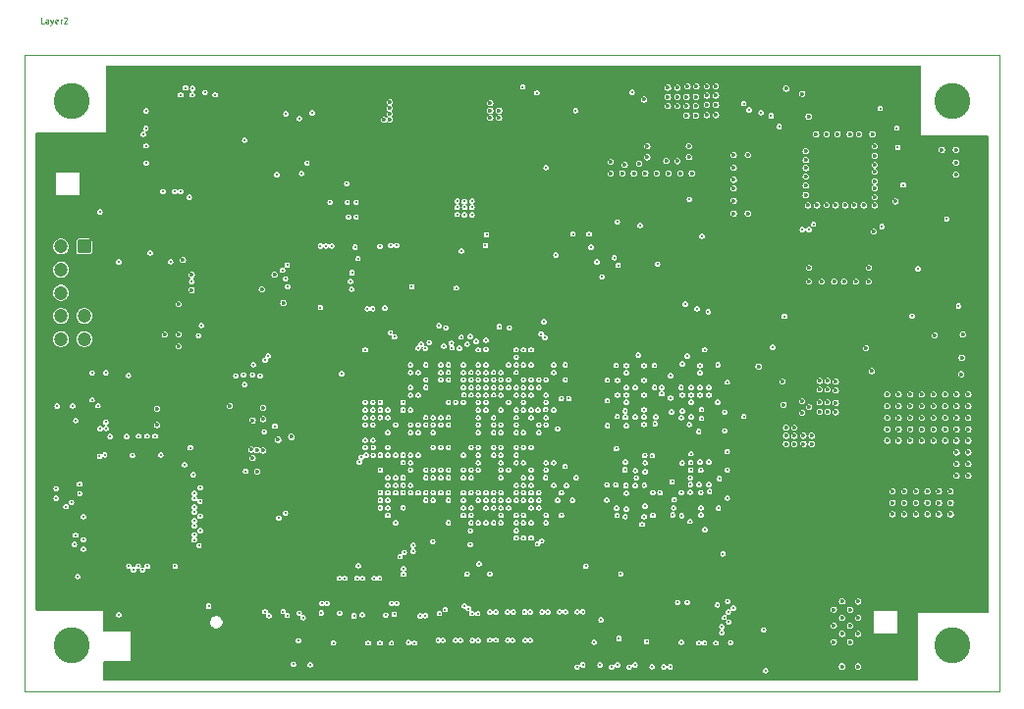
<source format=gbr>
%TF.GenerationSoftware,KiCad,Pcbnew,7.99.0-3958-g1df84f4d92*%
%TF.CreationDate,2023-12-24T01:25:56+01:00*%
%TF.ProjectId,SBC,5342432e-6b69-4636-9164-5f7063625858,rev?*%
%TF.SameCoordinates,Original*%
%TF.FileFunction,Copper,L2,Inr*%
%TF.FilePolarity,Positive*%
%FSLAX46Y46*%
G04 Gerber Fmt 4.6, Leading zero omitted, Abs format (unit mm)*
G04 Created by KiCad (PCBNEW 7.99.0-3958-g1df84f4d92) date 2023-12-24 01:25:56*
%MOMM*%
%LPD*%
G01*
G04 APERTURE LIST*
G04 Aperture macros list*
%AMRoundRect*
0 Rectangle with rounded corners*
0 $1 Rounding radius*
0 $2 $3 $4 $5 $6 $7 $8 $9 X,Y pos of 4 corners*
0 Add a 4 corners polygon primitive as box body*
4,1,4,$2,$3,$4,$5,$6,$7,$8,$9,$2,$3,0*
0 Add four circle primitives for the rounded corners*
1,1,$1+$1,$2,$3*
1,1,$1+$1,$4,$5*
1,1,$1+$1,$6,$7*
1,1,$1+$1,$8,$9*
0 Add four rect primitives between the rounded corners*
20,1,$1+$1,$2,$3,$4,$5,0*
20,1,$1+$1,$4,$5,$6,$7,0*
20,1,$1+$1,$6,$7,$8,$9,0*
20,1,$1+$1,$8,$9,$2,$3,0*%
G04 Aperture macros list end*
%ADD10C,0.100000*%
%TA.AperFunction,NonConductor*%
%ADD11C,0.100000*%
%TD*%
%TA.AperFunction,ComponentPad*%
%ADD12RoundRect,0.250000X-0.350000X0.350000X-0.350000X-0.350000X0.350000X-0.350000X0.350000X0.350000X0*%
%TD*%
%TA.AperFunction,ComponentPad*%
%ADD13C,1.200000*%
%TD*%
%TA.AperFunction,ComponentPad*%
%ADD14C,0.300000*%
%TD*%
%TA.AperFunction,ComponentPad*%
%ADD15C,3.100000*%
%TD*%
%TA.AperFunction,ComponentPad*%
%ADD16C,0.500000*%
%TD*%
%TA.AperFunction,ViaPad*%
%ADD17C,0.800000*%
%TD*%
%TA.AperFunction,ViaPad*%
%ADD18C,0.300000*%
%TD*%
%TA.AperFunction,ViaPad*%
%ADD19C,0.360000*%
%TD*%
%TA.AperFunction,Profile*%
%ADD20C,0.100000*%
%TD*%
G04 APERTURE END LIST*
D10*
D11*
X59200412Y-74851623D02*
X58962317Y-74851623D01*
X58962317Y-74851623D02*
X58962317Y-74351623D01*
X59581365Y-74851623D02*
X59581365Y-74589718D01*
X59581365Y-74589718D02*
X59557555Y-74542099D01*
X59557555Y-74542099D02*
X59509936Y-74518290D01*
X59509936Y-74518290D02*
X59414698Y-74518290D01*
X59414698Y-74518290D02*
X59367079Y-74542099D01*
X59581365Y-74827814D02*
X59533746Y-74851623D01*
X59533746Y-74851623D02*
X59414698Y-74851623D01*
X59414698Y-74851623D02*
X59367079Y-74827814D01*
X59367079Y-74827814D02*
X59343270Y-74780194D01*
X59343270Y-74780194D02*
X59343270Y-74732575D01*
X59343270Y-74732575D02*
X59367079Y-74684956D01*
X59367079Y-74684956D02*
X59414698Y-74661147D01*
X59414698Y-74661147D02*
X59533746Y-74661147D01*
X59533746Y-74661147D02*
X59581365Y-74637337D01*
X59771841Y-74518290D02*
X59890889Y-74851623D01*
X60009936Y-74518290D02*
X59890889Y-74851623D01*
X59890889Y-74851623D02*
X59843270Y-74970671D01*
X59843270Y-74970671D02*
X59819460Y-74994480D01*
X59819460Y-74994480D02*
X59771841Y-75018290D01*
X60390888Y-74827814D02*
X60343269Y-74851623D01*
X60343269Y-74851623D02*
X60248031Y-74851623D01*
X60248031Y-74851623D02*
X60200412Y-74827814D01*
X60200412Y-74827814D02*
X60176603Y-74780194D01*
X60176603Y-74780194D02*
X60176603Y-74589718D01*
X60176603Y-74589718D02*
X60200412Y-74542099D01*
X60200412Y-74542099D02*
X60248031Y-74518290D01*
X60248031Y-74518290D02*
X60343269Y-74518290D01*
X60343269Y-74518290D02*
X60390888Y-74542099D01*
X60390888Y-74542099D02*
X60414698Y-74589718D01*
X60414698Y-74589718D02*
X60414698Y-74637337D01*
X60414698Y-74637337D02*
X60176603Y-74684956D01*
X60628983Y-74851623D02*
X60628983Y-74518290D01*
X60628983Y-74613528D02*
X60652793Y-74565909D01*
X60652793Y-74565909D02*
X60676602Y-74542099D01*
X60676602Y-74542099D02*
X60724221Y-74518290D01*
X60724221Y-74518290D02*
X60771840Y-74518290D01*
X60914698Y-74399242D02*
X60938507Y-74375433D01*
X60938507Y-74375433D02*
X60986126Y-74351623D01*
X60986126Y-74351623D02*
X61105174Y-74351623D01*
X61105174Y-74351623D02*
X61152793Y-74375433D01*
X61152793Y-74375433D02*
X61176602Y-74399242D01*
X61176602Y-74399242D02*
X61200412Y-74446861D01*
X61200412Y-74446861D02*
X61200412Y-74494480D01*
X61200412Y-74494480D02*
X61176602Y-74565909D01*
X61176602Y-74565909D02*
X60890888Y-74851623D01*
X60890888Y-74851623D02*
X61200412Y-74851623D01*
D10*
D11*
X59200412Y-74851623D02*
X58962317Y-74851623D01*
X58962317Y-74851623D02*
X58962317Y-74351623D01*
X59581365Y-74851623D02*
X59581365Y-74589718D01*
X59581365Y-74589718D02*
X59557555Y-74542099D01*
X59557555Y-74542099D02*
X59509936Y-74518290D01*
X59509936Y-74518290D02*
X59414698Y-74518290D01*
X59414698Y-74518290D02*
X59367079Y-74542099D01*
X59581365Y-74827814D02*
X59533746Y-74851623D01*
X59533746Y-74851623D02*
X59414698Y-74851623D01*
X59414698Y-74851623D02*
X59367079Y-74827814D01*
X59367079Y-74827814D02*
X59343270Y-74780194D01*
X59343270Y-74780194D02*
X59343270Y-74732575D01*
X59343270Y-74732575D02*
X59367079Y-74684956D01*
X59367079Y-74684956D02*
X59414698Y-74661147D01*
X59414698Y-74661147D02*
X59533746Y-74661147D01*
X59533746Y-74661147D02*
X59581365Y-74637337D01*
X59771841Y-74518290D02*
X59890889Y-74851623D01*
X60009936Y-74518290D02*
X59890889Y-74851623D01*
X59890889Y-74851623D02*
X59843270Y-74970671D01*
X59843270Y-74970671D02*
X59819460Y-74994480D01*
X59819460Y-74994480D02*
X59771841Y-75018290D01*
X60390888Y-74827814D02*
X60343269Y-74851623D01*
X60343269Y-74851623D02*
X60248031Y-74851623D01*
X60248031Y-74851623D02*
X60200412Y-74827814D01*
X60200412Y-74827814D02*
X60176603Y-74780194D01*
X60176603Y-74780194D02*
X60176603Y-74589718D01*
X60176603Y-74589718D02*
X60200412Y-74542099D01*
X60200412Y-74542099D02*
X60248031Y-74518290D01*
X60248031Y-74518290D02*
X60343269Y-74518290D01*
X60343269Y-74518290D02*
X60390888Y-74542099D01*
X60390888Y-74542099D02*
X60414698Y-74589718D01*
X60414698Y-74589718D02*
X60414698Y-74637337D01*
X60414698Y-74637337D02*
X60176603Y-74684956D01*
X60628983Y-74851623D02*
X60628983Y-74518290D01*
X60628983Y-74613528D02*
X60652793Y-74565909D01*
X60652793Y-74565909D02*
X60676602Y-74542099D01*
X60676602Y-74542099D02*
X60724221Y-74518290D01*
X60724221Y-74518290D02*
X60771840Y-74518290D01*
X60914698Y-74399242D02*
X60938507Y-74375433D01*
X60938507Y-74375433D02*
X60986126Y-74351623D01*
X60986126Y-74351623D02*
X61105174Y-74351623D01*
X61105174Y-74351623D02*
X61152793Y-74375433D01*
X61152793Y-74375433D02*
X61176602Y-74399242D01*
X61176602Y-74399242D02*
X61200412Y-74446861D01*
X61200412Y-74446861D02*
X61200412Y-74494480D01*
X61200412Y-74494480D02*
X61176602Y-74565909D01*
X61176602Y-74565909D02*
X60890888Y-74851623D01*
X60890888Y-74851623D02*
X61200412Y-74851623D01*
D12*
%TO.N,Net-(J3-Pin_1)*%
%TO.C,J3*%
X62677481Y-94118014D03*
D13*
%TO.N,JTAG_TMS*%
X60677481Y-94118014D03*
%TO.N,GND*%
X62677481Y-96118014D03*
%TO.N,JTAG_TCK*%
X60677481Y-96118014D03*
%TO.N,GND*%
X62677481Y-98118014D03*
%TO.N,JTAG_TDO*%
X60677481Y-98118014D03*
%TO.N,Net-(J3-Pin_7)*%
X62677481Y-100118014D03*
%TO.N,JTAG_TDI*%
X60677481Y-100118014D03*
%TO.N,Net-(J3-Pin_9)*%
X62677481Y-102118014D03*
%TO.N,Net-(D9-K)*%
X60677481Y-102118014D03*
%TD*%
D14*
%TO.N,GND*%
%TO.C,U6*%
X68751281Y-105159014D03*
X69251281Y-105159014D03*
X69751281Y-105159014D03*
X68751281Y-104159014D03*
X69251281Y-104159014D03*
X69751281Y-104159014D03*
%TD*%
D15*
%TO.N,Net-(C289-Pad1)*%
%TO.C,H3*%
X61565481Y-81545014D03*
%TD*%
%TO.N,Net-(C287-Pad1)*%
%TO.C,H1*%
X137565481Y-81545014D03*
%TD*%
%TO.N,Net-(C288-Pad1)*%
%TO.C,H2*%
X61565481Y-128545014D03*
%TD*%
D16*
%TO.N,GND*%
%TO.C,U1*%
X125893462Y-85120028D03*
X125893462Y-86295028D03*
X125893462Y-87470028D03*
X125893462Y-88645028D03*
X125893462Y-89820028D03*
X126893462Y-85120028D03*
X126893462Y-86295028D03*
X126893462Y-87470028D03*
X126893462Y-88645028D03*
X126893462Y-89820028D03*
X127893462Y-85120028D03*
X127893462Y-86295028D03*
X127893462Y-87470028D03*
X127893462Y-88645028D03*
X127893462Y-89820028D03*
X128893462Y-85120028D03*
X128893462Y-86295028D03*
X128893462Y-87470028D03*
X128893462Y-88645028D03*
X128893462Y-89820028D03*
X129893462Y-85120028D03*
X129893462Y-86295028D03*
X129893462Y-87470028D03*
X129893462Y-88645028D03*
X129893462Y-89820028D03*
%TD*%
D15*
%TO.N,Net-(C290-Pad1)*%
%TO.C,H4*%
X137565481Y-128545014D03*
%TD*%
D17*
%TO.N,GND*%
X122880481Y-112736014D03*
D18*
X77977481Y-81218014D03*
X140318681Y-120409414D03*
X58693462Y-96720028D03*
X114895000Y-110101400D03*
D19*
X128885481Y-98766014D03*
X116543462Y-92057528D03*
D18*
X79125481Y-116746014D03*
D19*
X102650481Y-88857014D03*
X65120000Y-83430400D03*
D18*
X68620000Y-115692900D03*
D19*
X64970216Y-82503204D03*
D18*
X96020000Y-108880400D03*
X104693462Y-78720028D03*
D19*
X129893462Y-110220028D03*
D18*
X72685081Y-131376614D03*
D19*
X122943462Y-106770028D03*
D18*
X58683081Y-92902214D03*
X140343462Y-108370028D03*
D19*
X126443462Y-80370028D03*
D18*
X58693462Y-101720028D03*
X92770000Y-112780400D03*
D17*
X114665481Y-122457014D03*
D19*
X79090181Y-95269314D03*
D18*
X71693462Y-78720028D03*
X62120000Y-84630400D03*
X83611081Y-95876214D03*
X97165481Y-130179514D03*
X111776400Y-106730000D03*
X72300000Y-121712900D03*
X140343462Y-104370028D03*
D19*
X130193462Y-99420028D03*
D18*
X117435000Y-105148400D03*
X65377481Y-84618014D03*
D19*
X79832321Y-85458099D03*
X134818462Y-90225028D03*
D18*
X140318681Y-114409414D03*
X89520000Y-111480400D03*
X103495000Y-105955400D03*
X91470000Y-107580400D03*
X101220000Y-104980400D03*
D17*
X125165481Y-124900514D03*
D18*
X78600000Y-106225000D03*
D17*
X137365481Y-120520028D03*
D18*
X100570000Y-108880400D03*
X90043481Y-91196014D03*
X113420000Y-113980400D03*
D19*
X59515481Y-125070014D03*
X135870000Y-90470400D03*
D18*
X113420000Y-115230400D03*
X113670000Y-128430900D03*
X96020000Y-116030400D03*
D19*
X85728981Y-81410014D03*
D18*
X140318681Y-117409414D03*
X99270000Y-110180400D03*
X140318681Y-122409414D03*
X92120000Y-108230400D03*
X140343462Y-101415014D03*
X140320000Y-85230400D03*
X129693462Y-131370028D03*
X82677481Y-92212014D03*
X140320000Y-89430400D03*
X79600000Y-106225000D03*
X58693462Y-97720028D03*
X88693462Y-131370028D03*
X99270000Y-111480400D03*
X76777481Y-83218014D03*
X106165481Y-128346014D03*
X67320000Y-118292900D03*
X96020000Y-107580400D03*
D19*
X72202481Y-83873014D03*
X135890481Y-123770014D03*
X67249481Y-90392014D03*
D18*
X65227481Y-103668014D03*
D17*
X122880481Y-119721014D03*
D19*
X129243462Y-99420028D03*
D18*
X90693462Y-78720028D03*
D19*
X70932481Y-85143014D03*
X64715481Y-125720014D03*
D18*
X97320000Y-113430400D03*
X58683081Y-93902214D03*
X91693462Y-78720028D03*
X66020000Y-115692900D03*
X108923000Y-83253014D03*
X138843462Y-120720028D03*
X97320000Y-109530400D03*
X132749481Y-80475014D03*
X92871481Y-95198014D03*
X58693462Y-122720028D03*
X58693462Y-98720028D03*
X122693462Y-78720028D03*
D19*
X85565481Y-84830900D03*
D18*
X99465481Y-100345014D03*
X77977481Y-85218014D03*
X97320000Y-112130400D03*
X58693462Y-117720028D03*
X86693462Y-131370028D03*
D19*
X124855962Y-98820028D03*
X134436481Y-78782014D03*
D17*
X137365481Y-122395014D03*
D18*
X65720000Y-121730400D03*
X114133000Y-105529400D03*
X80693462Y-131370028D03*
X111920000Y-116530400D03*
X110196000Y-109593400D03*
X95365481Y-93095014D03*
X140320000Y-86230400D03*
X100165481Y-130179514D03*
D19*
X128343462Y-80370028D03*
D18*
X65444481Y-85905014D03*
X92120000Y-117930400D03*
X116693462Y-131370028D03*
D19*
X64715481Y-131245014D03*
D17*
X111665481Y-125233014D03*
D18*
X88220000Y-114080400D03*
D19*
X137160191Y-84971449D03*
D18*
X123693462Y-78720028D03*
X95693462Y-78720028D03*
D19*
X64986726Y-81372269D03*
D18*
X87693462Y-131370028D03*
X131693462Y-131370028D03*
X109149481Y-98001014D03*
X58693462Y-120720028D03*
X101220000Y-103680400D03*
D19*
X67790481Y-128545014D03*
X127593462Y-111570028D03*
D18*
X127693462Y-131370028D03*
X90820000Y-114080400D03*
X115784000Y-107561400D03*
X111044681Y-97519814D03*
X106191681Y-124832214D03*
X92770000Y-108230400D03*
D17*
X115165481Y-130745014D03*
D19*
X117043462Y-90607528D03*
X124878462Y-106733429D03*
D18*
X87643481Y-87196014D03*
D19*
X136825000Y-90470400D03*
D18*
X96020000Y-104330400D03*
X138843462Y-121720028D03*
X119693462Y-131370028D03*
X133840481Y-94970014D03*
X58683081Y-90902214D03*
X90170000Y-106930400D03*
X107665481Y-130146014D03*
D19*
X128893462Y-110220028D03*
D18*
X101930500Y-113435280D03*
D19*
X85982981Y-82807014D03*
D18*
X81985481Y-97501814D03*
X63153481Y-84666014D03*
X101870000Y-108880400D03*
X99270000Y-114730400D03*
X108545000Y-109466400D03*
D19*
X72227481Y-85168014D03*
D18*
X129621481Y-78747814D03*
D19*
X127393462Y-80370028D03*
D18*
X132693462Y-131370028D03*
X130693462Y-131370028D03*
X68620000Y-116992900D03*
X92762384Y-104976717D03*
X140343462Y-107370028D03*
X114903881Y-115866014D03*
X140343462Y-112370028D03*
X85693462Y-78720028D03*
X90163035Y-124848460D03*
D19*
X85677481Y-82118014D03*
D18*
X102520000Y-116030400D03*
X114937279Y-105665169D03*
X103143681Y-103230400D03*
D17*
X131365481Y-129395014D03*
D18*
X125621481Y-78747814D03*
X77944481Y-92635014D03*
X118693462Y-131370028D03*
D19*
X117043462Y-87757528D03*
D18*
X114693462Y-78720028D03*
X87165481Y-124846014D03*
X89122881Y-97501814D03*
X79693462Y-78720028D03*
D19*
X126255962Y-99320028D03*
D18*
X102720000Y-119230400D03*
X89520000Y-117330400D03*
X72577481Y-92618014D03*
D17*
X123093462Y-126470028D03*
D18*
X108672000Y-107561400D03*
D19*
X73472481Y-86540014D03*
D18*
X140343462Y-105370028D03*
X58693462Y-107720028D03*
X87420000Y-118780400D03*
X99920000Y-107580400D03*
X117693462Y-78720028D03*
D19*
X91697981Y-88268014D03*
D18*
X103693462Y-131370028D03*
X85846281Y-104131214D03*
X140343462Y-90370028D03*
X109693462Y-131370028D03*
X98665481Y-125230014D03*
D17*
X99358481Y-96223014D03*
D18*
X67320000Y-115792900D03*
X69412481Y-93895014D03*
X140320000Y-88630400D03*
X96670000Y-117330400D03*
D19*
X77100000Y-113525000D03*
X124878462Y-105896627D03*
D18*
X72693462Y-78720028D03*
X94070000Y-114730400D03*
X140318681Y-123409414D03*
D19*
X65690481Y-126695014D03*
X129893462Y-106820028D03*
D18*
X117165481Y-122946014D03*
D19*
X93221981Y-89030014D03*
D18*
X92120000Y-112130400D03*
X91470000Y-104330400D03*
X97320000Y-111480400D03*
X95370000Y-109530400D03*
X140343462Y-92370028D03*
X109327626Y-103711393D03*
D19*
X131818462Y-80965028D03*
D18*
X103165481Y-128290514D03*
D19*
X101253481Y-87841014D03*
X126893462Y-81070028D03*
D18*
X102076286Y-85275614D03*
X115670000Y-114080400D03*
D17*
X121610481Y-115911014D03*
D18*
X96693462Y-131370028D03*
X117611081Y-94613814D03*
X89693462Y-78720028D03*
D19*
X64715481Y-130270014D03*
D18*
X96020000Y-110180400D03*
D19*
X61313481Y-86699014D03*
X124893462Y-106320028D03*
D18*
X97320000Y-114730400D03*
X117420000Y-112480400D03*
X121665481Y-122946014D03*
D19*
X131205962Y-94570028D03*
D18*
X68693462Y-78720028D03*
X110255681Y-112792614D03*
D19*
X128655962Y-82920028D03*
D18*
X58693462Y-95720028D03*
X71177481Y-92618014D03*
X114265481Y-93065014D03*
X94865481Y-99295014D03*
X92693462Y-131370028D03*
X86770000Y-118080400D03*
X66020000Y-117092900D03*
D19*
X134847962Y-89325028D03*
D18*
X99920000Y-105630400D03*
X86693462Y-78720028D03*
X115770000Y-112130400D03*
D19*
X124243462Y-106720028D03*
D18*
X90170000Y-108880400D03*
X109470000Y-114030400D03*
X99270000Y-108880400D03*
X104915481Y-98096014D03*
D19*
X70932481Y-86413014D03*
X132622481Y-82507014D03*
X73527281Y-98187614D03*
D18*
X99270000Y-117980400D03*
X58693462Y-102720028D03*
X80277481Y-88212014D03*
D19*
X130693462Y-98770028D03*
D18*
X81883881Y-95749214D03*
D19*
X84339551Y-88405134D03*
D18*
X130138591Y-80221514D03*
D19*
X128793462Y-81070028D03*
X75251687Y-112374401D03*
X127893462Y-81070028D03*
D18*
X58693462Y-116720028D03*
X106714481Y-84784014D03*
X107783000Y-105021400D03*
X91665481Y-124846014D03*
X119315481Y-98195014D03*
D19*
X129393462Y-109620028D03*
D18*
X140343462Y-100415014D03*
X97970000Y-114080400D03*
D19*
X107476481Y-92774514D03*
X135971471Y-84971449D03*
D18*
X97970000Y-113430400D03*
X79100000Y-106225000D03*
X113371000Y-107815400D03*
X92665481Y-130141495D03*
X58693462Y-112720028D03*
D19*
X131143462Y-99420028D03*
D18*
X87570000Y-103030400D03*
D19*
X66377481Y-85418014D03*
D18*
X95370000Y-110180400D03*
X89693462Y-131370028D03*
D19*
X117043462Y-89707528D03*
D18*
X117370000Y-113630400D03*
X103320000Y-118830400D03*
X104693462Y-131370028D03*
X95693462Y-131370028D03*
D19*
X138720000Y-90470400D03*
D17*
X125165481Y-130516014D03*
D18*
X116546000Y-109466400D03*
D19*
X129693462Y-98770028D03*
X134265481Y-131245014D03*
D17*
X133365481Y-129395014D03*
D19*
X93221981Y-89665014D03*
X124355962Y-99370028D03*
D18*
X124693462Y-131370028D03*
X95265481Y-101145014D03*
D19*
X95472286Y-84285014D03*
D18*
X92025481Y-101145014D03*
X140318681Y-121409414D03*
X86165481Y-128346014D03*
X116673000Y-107688400D03*
X87665481Y-128335014D03*
X88870000Y-112780400D03*
X100570000Y-103680400D03*
X58693462Y-99720028D03*
D17*
X133365481Y-122395014D03*
D18*
X94070000Y-110180400D03*
X82477481Y-81818014D03*
X76693462Y-131370028D03*
X94165481Y-128369014D03*
D19*
X65003236Y-79779054D03*
D18*
X58683081Y-91902214D03*
D17*
X122880481Y-117816014D03*
D18*
X123693462Y-131370028D03*
X104665481Y-128346014D03*
D19*
X125755962Y-98820028D03*
D18*
X100175481Y-124965014D03*
D19*
X76402681Y-95936814D03*
X72202481Y-86413014D03*
D18*
X113693462Y-131370028D03*
X77165481Y-128346014D03*
D17*
X122783992Y-130606543D03*
D18*
X140343462Y-93370028D03*
X58835481Y-87841014D03*
D19*
X92436481Y-85855014D03*
X129893462Y-107820028D03*
D18*
X58693462Y-100720028D03*
X117693462Y-131370028D03*
X105693462Y-78720028D03*
X140343462Y-110370028D03*
D19*
X65882500Y-124890400D03*
X94903481Y-84666014D03*
D18*
X103155481Y-125016014D03*
X138843462Y-119720028D03*
X70685081Y-131376614D03*
X83693462Y-131370028D03*
X99270000Y-117330400D03*
X93693462Y-131370028D03*
X140343462Y-102370028D03*
X105376567Y-95098792D03*
D19*
X73599481Y-83873014D03*
D18*
X100570000Y-113430400D03*
X100693462Y-131370028D03*
X94693462Y-131370028D03*
X140265481Y-98545014D03*
X120693462Y-131370028D03*
X58693462Y-119720028D03*
X101220000Y-118630400D03*
D19*
X139611926Y-85053999D03*
X126755962Y-98820028D03*
D18*
X116665481Y-130146014D03*
D19*
X138505756Y-85020979D03*
D18*
X138843462Y-123720028D03*
D19*
X129893462Y-108820028D03*
D18*
X58693462Y-109720028D03*
X94070000Y-112780400D03*
D19*
X117043462Y-85857528D03*
D18*
X83693462Y-78720028D03*
X67458329Y-98660965D03*
X108672000Y-106291400D03*
D19*
X86315481Y-84331014D03*
X133615481Y-78782014D03*
D18*
X68620000Y-118292900D03*
X107665481Y-124845014D03*
D19*
X120565481Y-85577528D03*
D18*
X94693462Y-78720028D03*
X140343462Y-113370028D03*
X87693462Y-78720028D03*
X58693462Y-103720028D03*
D17*
X135365481Y-122395014D03*
D18*
X77977481Y-91618014D03*
D17*
X131365481Y-120520028D03*
D18*
X101665481Y-128290514D03*
D19*
X102650481Y-89365014D03*
X116543462Y-91107528D03*
X116493462Y-89207528D03*
D18*
X109265481Y-98918014D03*
X120693462Y-78720028D03*
D19*
X64715481Y-126695014D03*
D18*
X75693462Y-131370028D03*
D19*
X67315481Y-127345014D03*
X77546846Y-108071846D03*
D18*
X102520000Y-114730400D03*
X140318681Y-116409414D03*
D19*
X84323041Y-87629164D03*
D18*
X92490481Y-100151014D03*
X77693462Y-78720028D03*
X82693462Y-131370028D03*
X98693462Y-131370028D03*
X92120000Y-114730400D03*
X81693462Y-78720028D03*
X131621481Y-78747814D03*
D19*
X65003236Y-78887514D03*
D18*
X104047481Y-80348014D03*
D19*
X117043462Y-86757528D03*
D18*
X109645481Y-91727028D03*
X115784000Y-103624400D03*
X75693462Y-78720028D03*
X97693462Y-131370028D03*
X140318681Y-119409414D03*
X108693462Y-131370028D03*
D19*
X128185481Y-99416014D03*
D18*
X108693462Y-78720028D03*
X62640000Y-110292900D03*
D19*
X94903481Y-85555014D03*
D18*
X93420000Y-110180400D03*
X67320000Y-116992900D03*
X87573481Y-97502314D03*
X86920000Y-103680400D03*
X140343462Y-103370028D03*
D19*
X134315481Y-128495014D03*
X102650481Y-90889014D03*
D18*
X94070000Y-108230400D03*
D19*
X132505962Y-89220028D03*
D18*
X110693462Y-131370028D03*
X140343462Y-109370028D03*
X101693462Y-131370028D03*
X88250981Y-111492900D03*
D19*
X61313481Y-90699014D03*
D18*
X102693462Y-131370028D03*
D19*
X63415481Y-125070014D03*
X128893462Y-111570028D03*
D17*
X121610481Y-119721014D03*
D19*
X123255962Y-90720028D03*
X65427481Y-92768014D03*
D18*
X64320000Y-84630400D03*
X97320000Y-110180400D03*
D19*
X134265481Y-123770014D03*
X86565481Y-83188014D03*
X137780000Y-90470400D03*
X73552681Y-95936814D03*
X124893462Y-105470028D03*
X67315481Y-129945014D03*
D18*
X91470000Y-114080400D03*
X90820000Y-111480400D03*
D17*
X96808481Y-98623014D03*
D18*
X73693462Y-78720028D03*
D19*
X116543462Y-88207528D03*
D18*
X96565481Y-94495014D03*
X90170000Y-104980400D03*
X97970000Y-104330400D03*
X108626800Y-112216400D03*
D19*
X70932481Y-83873014D03*
D18*
X77977481Y-87218014D03*
X111855881Y-105020214D03*
X90170000Y-106280400D03*
X115055481Y-111486014D03*
X78693462Y-131370028D03*
D19*
X121193462Y-80497528D03*
X134465962Y-84630028D03*
X134465962Y-83680028D03*
X76402681Y-98236814D03*
D18*
X78665481Y-128346014D03*
D19*
X129893462Y-111570028D03*
D18*
X115870000Y-115917273D03*
X99693462Y-78720028D03*
X138065481Y-96045014D03*
D19*
X81252181Y-84789444D03*
D18*
X66693462Y-78720028D03*
D19*
X94456286Y-81821214D03*
D17*
X135365481Y-120520028D03*
D19*
X130755962Y-94570028D03*
D18*
X140343462Y-111370028D03*
D19*
X120868462Y-108170028D03*
D18*
X58693462Y-114720028D03*
X138083481Y-98144414D03*
D19*
X95472286Y-85809014D03*
D18*
X140265481Y-99445014D03*
X138843462Y-122720028D03*
X103693462Y-78720028D03*
X88665481Y-124846014D03*
D19*
X65427481Y-90568014D03*
D18*
X92770000Y-114730400D03*
X67693462Y-78720028D03*
D19*
X62440481Y-125070014D03*
D18*
X70693462Y-78720028D03*
X69693462Y-78720028D03*
X115693462Y-78720028D03*
X83165481Y-128346014D03*
X101220000Y-117330400D03*
X105693462Y-131370028D03*
X112693462Y-78720028D03*
D19*
X124643462Y-92050028D03*
D18*
X61970281Y-106264814D03*
X99270000Y-112130400D03*
X74693462Y-78720028D03*
X66020000Y-118292900D03*
X93420000Y-108230400D03*
D17*
X119855481Y-127755014D03*
X133365481Y-124395014D03*
X75590481Y-122345014D03*
D18*
X98693462Y-78720028D03*
D19*
X66417481Y-87018014D03*
D18*
X92770000Y-107580400D03*
D19*
X83794721Y-86869704D03*
D18*
X92120000Y-106930400D03*
X76619481Y-92635014D03*
D19*
X133290481Y-79713014D03*
D18*
X99270000Y-103030400D03*
X67685081Y-131376614D03*
X96670000Y-114730400D03*
D17*
X74523872Y-129442223D03*
D18*
X106693462Y-131370028D03*
X108620000Y-115430400D03*
X89046681Y-95698414D03*
D19*
X122865353Y-104250528D03*
D18*
X58693462Y-104720028D03*
D19*
X116543462Y-87257528D03*
D18*
X83560281Y-97501814D03*
X88870000Y-109530400D03*
X111847000Y-107942400D03*
X107620000Y-116380400D03*
X122693462Y-131370028D03*
X60420000Y-106018462D03*
D19*
X85601981Y-85601014D03*
D18*
X140343462Y-94370028D03*
X116693462Y-78720028D03*
X93420000Y-114730400D03*
X113693462Y-78720028D03*
D17*
X120165481Y-130745014D03*
D18*
X93420000Y-112780400D03*
X114693462Y-131370028D03*
X100570000Y-109530400D03*
X101220000Y-112130400D03*
X99693462Y-131370028D03*
D19*
X80567016Y-85474609D03*
D18*
X89520000Y-107580400D03*
D19*
X128393462Y-109620028D03*
X131705962Y-94570028D03*
D18*
X98665481Y-130195014D03*
D19*
X72400881Y-99000414D03*
D18*
X68685081Y-131376614D03*
D17*
X80165481Y-122345014D03*
D18*
X99270000Y-103680400D03*
D19*
X73242500Y-122730400D03*
X65690481Y-131245014D03*
D18*
X97970000Y-114730400D03*
X100693462Y-78720028D03*
X65377481Y-87418014D03*
X140343462Y-106370028D03*
X109165481Y-130146014D03*
X101693462Y-78720028D03*
X96020000Y-112780400D03*
X77977481Y-80018014D03*
X117434996Y-108958400D03*
X97970000Y-107580400D03*
X92120000Y-111480400D03*
D17*
X133365481Y-120520028D03*
D19*
X116493462Y-85357528D03*
D18*
X112165481Y-130146014D03*
X139643462Y-115870028D03*
X97970000Y-117330400D03*
D19*
X74952681Y-97174314D03*
X63920000Y-123952900D03*
X61375481Y-84920014D03*
D18*
X83539924Y-93381971D03*
X130621481Y-78747814D03*
D19*
X134493826Y-82618774D03*
D18*
X58693462Y-110720028D03*
D19*
X65427481Y-91618014D03*
D18*
X100570000Y-116680400D03*
X101220000Y-107580400D03*
X80588481Y-106214014D03*
X95370000Y-117980400D03*
D17*
X121610481Y-117816014D03*
D18*
X99920000Y-114080400D03*
X99270000Y-115380400D03*
D19*
X79620000Y-109730400D03*
D18*
X90693462Y-131370028D03*
X102693462Y-78720028D03*
D17*
X131365481Y-124395014D03*
D18*
X131138591Y-80221514D03*
X140320000Y-87830400D03*
D19*
X116543462Y-90157528D03*
D18*
X58693462Y-115720028D03*
D19*
X72831281Y-99838614D03*
D18*
X140343462Y-95370028D03*
D19*
X127593462Y-110220028D03*
D18*
X107693462Y-78720028D03*
D19*
X78100000Y-113525000D03*
D18*
X84665481Y-128346014D03*
X91693462Y-131370028D03*
D19*
X125305962Y-99320028D03*
D18*
X82693462Y-78720028D03*
X58683081Y-88902214D03*
X99920000Y-116680400D03*
D19*
X122880000Y-93030400D03*
D18*
X109693462Y-78720028D03*
X111693462Y-78720028D03*
D19*
X102650481Y-90381014D03*
D18*
X117308000Y-106926400D03*
X69685081Y-131376614D03*
D19*
X129293462Y-80370028D03*
D18*
X121693462Y-78720028D03*
X126621481Y-78747814D03*
X128621481Y-78747814D03*
D19*
X93221981Y-91189014D03*
D17*
X122295481Y-127475014D03*
D18*
X88693462Y-78720028D03*
X121693462Y-131370028D03*
X87497281Y-95901614D03*
X85665481Y-124846014D03*
X102520000Y-111480400D03*
X100570000Y-118630400D03*
X77693462Y-131370028D03*
X93693462Y-78720028D03*
X109149481Y-97051014D03*
X61248481Y-85809014D03*
X140318681Y-115409414D03*
X91470000Y-108230400D03*
D19*
X129293462Y-107320028D03*
D18*
X140320000Y-87030400D03*
X133693462Y-131370028D03*
D19*
X116543462Y-86307528D03*
D18*
X102515481Y-85445014D03*
X70245481Y-89835014D03*
X77977481Y-84418014D03*
X80693462Y-78720028D03*
X70657081Y-97374814D03*
X124621481Y-78747814D03*
X107693462Y-131370028D03*
X101665481Y-124946014D03*
D17*
X81665481Y-122345014D03*
D18*
X66450000Y-101120000D03*
X138843462Y-117720028D03*
D19*
X94837286Y-80932214D03*
D18*
X127621481Y-78747814D03*
X111693462Y-131370028D03*
D17*
X131365481Y-122395014D03*
D19*
X80700000Y-111425000D03*
D18*
X78693462Y-78720028D03*
X138065481Y-93545014D03*
X76693462Y-78720028D03*
X107275000Y-107307400D03*
X93477481Y-125143014D03*
X89520000Y-112780400D03*
D19*
X70885681Y-110201814D03*
X93221981Y-90681014D03*
D18*
X79693462Y-131370028D03*
X71685081Y-131376614D03*
X140265481Y-97545014D03*
X84693462Y-131370028D03*
D17*
X122880481Y-115911014D03*
D18*
X58693462Y-113720028D03*
X97693462Y-78720028D03*
X115693462Y-131370028D03*
X90170000Y-111480400D03*
D19*
X133638481Y-82507014D03*
D18*
X58693462Y-121720028D03*
D19*
X129293462Y-108320028D03*
D18*
X140318681Y-118409414D03*
X113303000Y-106374200D03*
X132621481Y-78747814D03*
X110204881Y-105655214D03*
X110665481Y-130146014D03*
D19*
X134365481Y-124545014D03*
D18*
X91470000Y-113430400D03*
X58683081Y-94902214D03*
X95052481Y-125168014D03*
X112693462Y-131370028D03*
X58683081Y-89902214D03*
X92120000Y-107580400D03*
D17*
X77165481Y-122345014D03*
D18*
X58693462Y-111720028D03*
X106693462Y-78720028D03*
X96693462Y-78720028D03*
X92120000Y-110180400D03*
X90165481Y-130125514D03*
D19*
X94837286Y-82583214D03*
D18*
X115657000Y-109466400D03*
D19*
X129293462Y-106320028D03*
D18*
X81665481Y-128346014D03*
X110196000Y-108196400D03*
X110693462Y-78720028D03*
X62945000Y-106308462D03*
D19*
X134019481Y-79713014D03*
D18*
X58693462Y-124720028D03*
D19*
X127205962Y-99320028D03*
D18*
X90170000Y-110180400D03*
D19*
X60490481Y-125070014D03*
D18*
X119693462Y-78720028D03*
X95665481Y-128345014D03*
X80080481Y-106214014D03*
D19*
X73599481Y-85143014D03*
D18*
X58693462Y-123720028D03*
X116420000Y-111530400D03*
D19*
X117043462Y-91607528D03*
D18*
X58693462Y-108720028D03*
X111720000Y-113480400D03*
D19*
X65690481Y-130270014D03*
D18*
X109290481Y-85120014D03*
X99270000Y-108230400D03*
X99270000Y-112780400D03*
X58693462Y-105720028D03*
D19*
X80650000Y-108375000D03*
D18*
X71062500Y-123040400D03*
X80165481Y-128346014D03*
X95370000Y-112780400D03*
D19*
X103539481Y-93241014D03*
D18*
X84693462Y-78720028D03*
X118693462Y-78720028D03*
X99270000Y-109530400D03*
X111770000Y-114680400D03*
X84165481Y-124846014D03*
D19*
X134893462Y-85277528D03*
D18*
X104665481Y-124919514D03*
D17*
X78665481Y-122345014D03*
D18*
X92693462Y-78720028D03*
X138843462Y-118720028D03*
X117534881Y-100582814D03*
X97320000Y-112780400D03*
X66685081Y-131376614D03*
X77977481Y-90418014D03*
X100570000Y-112130400D03*
X103377481Y-98918014D03*
D19*
X64262481Y-87829014D03*
X129393462Y-110870028D03*
D18*
X74685081Y-131376614D03*
X81693462Y-131370028D03*
X65470000Y-106018462D03*
D17*
X120165481Y-122345014D03*
D18*
X73685081Y-131376614D03*
D19*
X66677481Y-92768014D03*
X95472286Y-85047014D03*
D18*
X108470000Y-113480400D03*
X91470000Y-111480400D03*
X117320000Y-114780400D03*
D19*
X61465481Y-125070014D03*
D18*
X140265481Y-96445014D03*
X95370000Y-108230400D03*
D19*
X95411481Y-83015014D03*
D18*
X58693462Y-118720028D03*
X58693462Y-106720028D03*
X118665481Y-122946014D03*
X77977481Y-86218014D03*
X85693462Y-131370028D03*
D19*
X128393462Y-110870028D03*
D18*
X140343462Y-91370028D03*
%TO.N,GBE0_MDI3_N*%
X72185800Y-119455400D03*
%TO.N,GBE0_MDI3_P*%
X72186800Y-119005400D03*
%TO.N,/IO/LED0*%
X67320000Y-121730400D03*
%TO.N,/IO/LED1*%
X66920000Y-122030400D03*
%TO.N,GBE0_MDI2_N*%
X72186800Y-118255400D03*
%TO.N,GBE0_MDI2_P*%
X72186800Y-117805400D03*
%TO.N,/MPU/VDDA_0P9*%
X97970898Y-108878794D03*
%TO.N,GBE0_MDI1_N*%
X72186800Y-117055400D03*
%TO.N,GBE0_MDI1_P*%
X72186800Y-116605400D03*
%TO.N,GBE0_MDI0_N*%
X72186800Y-115855400D03*
%TO.N,GBE0_MDI0_P*%
X72186800Y-115405400D03*
%TO.N,3.3V_SW*%
X114865481Y-90045014D03*
D19*
X115420981Y-82803014D03*
X137393462Y-116245028D03*
X133918462Y-108895028D03*
X128693462Y-84407528D03*
X134918462Y-110895028D03*
X115420981Y-82003014D03*
X136918462Y-109895028D03*
X133918462Y-106895028D03*
X131918462Y-109895028D03*
X127493462Y-90557528D03*
X130843462Y-85470028D03*
X129493462Y-84407528D03*
X115420981Y-81203014D03*
X138918462Y-112895028D03*
X133393462Y-117245028D03*
X137918462Y-113895028D03*
X137918462Y-110895028D03*
X138918462Y-111895028D03*
X130843462Y-90557528D03*
X134393462Y-116245028D03*
X124893462Y-89670028D03*
X138918462Y-113895028D03*
X113820981Y-81203014D03*
X132918462Y-110895028D03*
X117156481Y-82775014D03*
X123193462Y-80497528D03*
X135918462Y-106895028D03*
X127638838Y-84403766D03*
X135918462Y-107895028D03*
X133918462Y-109895028D03*
X133393462Y-115245028D03*
X138918462Y-109895028D03*
X132393462Y-115245028D03*
X136918462Y-107895028D03*
X116356481Y-81075014D03*
X134918462Y-106895028D03*
X131918462Y-107895028D03*
X135393462Y-117245028D03*
X130843462Y-87057528D03*
X117156481Y-80275014D03*
X122893462Y-105770028D03*
X113820981Y-82003014D03*
X131918462Y-108895028D03*
X136918462Y-110895028D03*
X136393462Y-117245028D03*
X116356481Y-81875014D03*
X113020981Y-80403014D03*
X115467481Y-80275014D03*
X113020981Y-82003014D03*
X137918462Y-109895028D03*
X124893462Y-88070028D03*
D18*
X117765481Y-120645014D03*
D19*
X136918462Y-108895028D03*
X136393462Y-116245028D03*
X131918462Y-110895028D03*
X130843462Y-87670028D03*
X135393462Y-116245028D03*
X129893462Y-90557528D03*
X125793462Y-84420028D03*
X124893462Y-87357528D03*
D18*
X121915481Y-82820014D03*
D19*
X138918462Y-107895028D03*
X114620981Y-81203014D03*
X137918462Y-107895028D03*
X113020981Y-81203014D03*
X134393462Y-115245028D03*
X137918462Y-112895028D03*
X129093462Y-90557528D03*
X117156481Y-81075014D03*
X131918462Y-106895028D03*
X137393462Y-117245028D03*
X137918462Y-108895028D03*
X116356481Y-82775014D03*
D18*
X99270000Y-107580400D03*
D19*
X132393462Y-116245028D03*
X116356481Y-80275014D03*
X117156481Y-81875014D03*
X130840643Y-89870028D03*
X124893462Y-85870028D03*
X114620981Y-82803014D03*
X114705481Y-80275014D03*
D18*
X137065481Y-91745014D03*
D19*
X134918462Y-108895028D03*
X135393462Y-115245028D03*
X120833500Y-104463796D03*
X126693462Y-84407528D03*
D18*
X101703767Y-80847014D03*
D19*
X136393462Y-115245028D03*
X128293462Y-90557528D03*
X126693462Y-90553941D03*
X132918462Y-108895028D03*
X138918462Y-108895028D03*
X135918462Y-110895028D03*
X135918462Y-109895028D03*
X130840643Y-89070028D03*
X136918462Y-106895028D03*
X137393462Y-115245028D03*
X132393462Y-117245028D03*
D18*
X108715481Y-95745014D03*
D19*
X134918462Y-107895028D03*
X133918462Y-107895028D03*
X134393462Y-117245028D03*
X124893462Y-86670028D03*
X130643462Y-84407528D03*
X132918462Y-109895028D03*
D18*
X109915481Y-80795014D03*
D19*
X124893462Y-88870028D03*
X133918462Y-110895028D03*
X125893462Y-90557528D03*
X137918462Y-111895028D03*
X132918462Y-106895028D03*
X138918462Y-110895028D03*
X137918462Y-106895028D03*
X135918462Y-108895028D03*
X130843462Y-86270028D03*
X134918462Y-109895028D03*
D18*
X134070281Y-100125614D03*
D19*
X113820981Y-80403014D03*
X130840643Y-88470028D03*
X133393462Y-116245028D03*
X114620981Y-82003014D03*
X125093462Y-90557528D03*
X132918462Y-107895028D03*
X138918462Y-106895028D03*
D18*
%TO.N,VBAT*%
X132749481Y-83895014D03*
X121260000Y-127220000D03*
%TO.N,I2C1_SCL*%
X89520000Y-114730400D03*
X106665481Y-128268014D03*
%TO.N,I2C1_SDA*%
X89520000Y-114080400D03*
X107165481Y-130243014D03*
%TO.N,I2C2_SCL*%
X108665481Y-130243014D03*
X72790681Y-100918014D03*
X86027481Y-94168014D03*
X79777481Y-96168014D03*
X90820000Y-115380400D03*
%TO.N,I2C2_SDA*%
X72537481Y-101818014D03*
X80027481Y-96918014D03*
X108165481Y-130431014D03*
X73404983Y-125168014D03*
X85767481Y-96378014D03*
X90170000Y-115380400D03*
%TO.N,I2C3_SCL*%
X109665481Y-130431014D03*
X90820000Y-114730400D03*
%TO.N,I2C3_SDA*%
X110165481Y-130243014D03*
X90170000Y-114080400D03*
%TO.N,USB1_OC*%
X95450344Y-125143014D03*
X92770000Y-116030400D03*
%TO.N,USB1_PWR_EN*%
X96612550Y-125807945D03*
X93420000Y-115380400D03*
%TO.N,UART2_TXD*%
X88870000Y-115380400D03*
X87165481Y-128346014D03*
%TO.N,UART2_RXD*%
X86664800Y-125907800D03*
%TO.N,UART1_TXD*%
X83132981Y-125762514D03*
%TO.N,UART1_RXD*%
X88220000Y-115380400D03*
X84165481Y-128346014D03*
%TO.N,/IO/ENET_2.5V_A*%
X72649566Y-116134784D03*
X71320000Y-112942900D03*
X71845000Y-111492900D03*
X72670481Y-117415414D03*
X72562081Y-119930014D03*
%TO.N,USB2_RX_N*%
X81556777Y-126147177D03*
%TO.N,USB2_RX_P*%
X81203223Y-125793623D03*
%TO.N,USB2_TX_N*%
X80186777Y-125987177D03*
%TO.N,USB2_TX_P*%
X79833223Y-125633623D03*
%TO.N,USB2_DP*%
X78263223Y-125633623D03*
%TO.N,VDD_1V*%
X64002281Y-112233814D03*
X61690881Y-107865014D03*
X72070000Y-113830400D03*
X61952556Y-109139557D03*
X60344681Y-107890414D03*
%TO.N,UART3_RXD*%
X85938081Y-126009400D03*
%TO.N,UART3_TXD*%
X84718800Y-125780800D03*
%TO.N,UART4_RXD*%
X105165481Y-130431014D03*
X88220000Y-116030400D03*
%TO.N,NVCC_DRAM_1V1*%
X118120000Y-105830400D03*
X100570000Y-112780400D03*
X101220000Y-117980400D03*
X109320000Y-117430400D03*
D19*
X128193462Y-97157528D03*
D18*
X114207000Y-117353000D03*
X113445000Y-117302200D03*
X118120000Y-111830400D03*
D19*
X129243462Y-97157528D03*
D18*
X105087698Y-114076115D03*
X111974000Y-108831400D03*
X115784000Y-104386400D03*
X100570000Y-104330400D03*
X115657000Y-110101400D03*
X101870000Y-110180400D03*
X112487600Y-106831600D03*
X101220000Y-114080400D03*
X101870000Y-116030400D03*
X109434000Y-107561400D03*
X101220000Y-106280400D03*
X114133000Y-106291400D03*
X99920000Y-112130400D03*
X107745100Y-116001529D03*
X111720000Y-117330400D03*
X113370000Y-114430400D03*
X112338481Y-115383414D03*
X117920000Y-110030400D03*
X108630000Y-108791400D03*
X113548400Y-115979600D03*
X111847000Y-104386400D03*
X101220000Y-108880400D03*
X118120000Y-115830400D03*
X114260000Y-104259400D03*
X101870000Y-106280400D03*
X113323912Y-108404900D03*
X101220000Y-108230400D03*
X100570000Y-117980400D03*
X107783000Y-105656400D03*
X110789081Y-118101214D03*
X99920000Y-110180400D03*
X110303200Y-114096000D03*
X109434000Y-104386400D03*
X101220000Y-104330400D03*
X102459381Y-108190191D03*
X110477481Y-103488014D03*
X101220000Y-114730400D03*
X109434000Y-109593400D03*
X115680200Y-114660600D03*
D19*
X130343462Y-95957528D03*
X130343462Y-97157528D03*
D18*
X113244000Y-107180400D03*
X101220000Y-116030400D03*
X99920000Y-111480400D03*
X112482000Y-106291400D03*
D19*
X132648462Y-90220028D03*
D18*
X107783000Y-109593400D03*
X115870000Y-117288414D03*
X118120000Y-113430400D03*
X115784000Y-106926400D03*
X117920000Y-108430400D03*
X108566581Y-111573414D03*
%TO.N,DRAM_DQ21*%
X99920000Y-119280400D03*
X111717800Y-115371800D03*
%TO.N,DRAM_DQ19*%
X103495000Y-116030400D03*
X108525200Y-114705600D03*
%TO.N,DRAM_DQ25*%
X117356600Y-116692600D03*
X99920000Y-117330400D03*
%TO.N,DRAM_DQ24*%
X116188200Y-118572200D03*
X100570000Y-117330400D03*
%TO.N,DRAM_DQ26*%
X99920000Y-117980400D03*
X116594600Y-115270200D03*
%TO.N,DRAM_DQ28*%
X114969000Y-114660600D03*
X100570000Y-114730400D03*
%TO.N,DRAM_DQ27*%
X99920000Y-116030400D03*
X116543800Y-114660600D03*
%TO.N,DRAM_DQ30*%
X100570000Y-115380400D03*
X114912426Y-117855069D03*
%TO.N,DRAM_VREF*%
X133318800Y-88801600D03*
%TO.N,DRAM_DQ15*%
X113244000Y-105275400D03*
X100570000Y-108230400D03*
%TO.N,DRAM_DQ12*%
X100570000Y-107580400D03*
X114260000Y-106926400D03*
%TO.N,DRAM_DQ14*%
X114672000Y-103580400D03*
X100570000Y-106930400D03*
%TO.N,DRAM_DQ11*%
X116546000Y-106926400D03*
X99920000Y-106280400D03*
D19*
%TO.N,Net-(U13-VDDI)*%
X75211268Y-107875000D03*
D18*
%TO.N,DRAM_DQ9*%
X117339000Y-104342400D03*
X99920000Y-104980400D03*
%TO.N,DRAM_DQ10*%
X99920000Y-104330400D03*
X116546000Y-106291400D03*
%TO.N,DRAM_DQ4*%
X99920000Y-103680400D03*
X110958000Y-106926400D03*
%TO.N,DRAM_DQ6*%
X100570000Y-103030400D03*
X110958000Y-105656400D03*
%TO.N,DRAM_DQ22*%
X100570000Y-119280400D03*
X111032000Y-116540200D03*
%TO.N,DRAM_DQ23*%
X110963600Y-117429200D03*
X101220000Y-119280400D03*
%TO.N,DRAM_DQS3_P*%
X101220000Y-116680400D03*
X115832600Y-115371800D03*
%TO.N,DRAM_DM3*%
X100570000Y-116030400D03*
X115870000Y-116679472D03*
%TO.N,DRAMREF*%
X100570000Y-110180400D03*
%TO.N,DRAM_DQ13*%
X101220000Y-106930400D03*
X115022000Y-106926400D03*
%TO.N,DRAM_DM1*%
X100570000Y-106280400D03*
X115784000Y-105021400D03*
%TO.N,DRAM_DQS1_P*%
X101220000Y-105630400D03*
X115784000Y-106291400D03*
%TO.N,DRAM_DQ8*%
X100570000Y-105630400D03*
X116170000Y-103030400D03*
%TO.N,DRAM_DQ7*%
X110958000Y-104386400D03*
X101220000Y-103030400D03*
%TO.N,DRAM_DQS2_N*%
X101761000Y-119791400D03*
X110193800Y-114762200D03*
%TO.N,DRAM_DQS2_P*%
X102116600Y-119537400D03*
X109417100Y-115394300D03*
%TO.N,DRAM_DQS3_N*%
X114918200Y-115321000D03*
X101870000Y-116680400D03*
%TO.N,Net-(U15-VDD1.8_1)*%
X90926281Y-97578014D03*
X85746234Y-97799378D03*
%TO.N,DRAM_nCS0_B*%
X101220000Y-113430400D03*
X111065200Y-112775200D03*
%TO.N,DRAM_CKE0_A*%
X101870000Y-109530400D03*
X110958000Y-109466400D03*
%TO.N,DRAM_DQS1_N*%
X101870000Y-105630400D03*
X115022000Y-106291400D03*
%TO.N,DRAM_DQS0_P*%
X102398564Y-101979764D03*
X109434000Y-106291400D03*
%TO.N,DRAM_DQS0_N*%
X110196000Y-106291400D03*
X102087436Y-101668636D03*
%TO.N,DRAM_DQ16*%
X103820000Y-117330400D03*
X108626800Y-117347200D03*
%TO.N,DRAM_DM2*%
X102520000Y-117330400D03*
X109439600Y-116788400D03*
%TO.N,DRAM_DQ18*%
X104795000Y-116030400D03*
X109388800Y-114756400D03*
%TO.N,PMIC_SCL*%
X90170000Y-114730400D03*
X120020000Y-82330400D03*
%TO.N,DRAM_nCS1_B*%
X110220000Y-113455400D03*
X102449290Y-114080400D03*
%TO.N,DRAM_CKE0_B*%
X111014400Y-112165600D03*
X102520000Y-112780400D03*
%TO.N,DRAM_CA0_A*%
X102520000Y-108880400D03*
X109307000Y-108323400D03*
%TO.N,DRAM_CA2_A*%
X104470000Y-107255400D03*
X114260000Y-108323400D03*
%TO.N,DRAM_DQ3*%
X102520000Y-105630400D03*
X108672000Y-106926400D03*
%TO.N,DRAM_DM0*%
X109434000Y-105021400D03*
X103170000Y-104980400D03*
%TO.N,DRAM_DQ1*%
X108672000Y-105656400D03*
X103170000Y-104330400D03*
%TO.N,DRAM_DQ17*%
X108576000Y-116686800D03*
X102520000Y-117980400D03*
%TO.N,DRAM_CA1_A*%
X102520000Y-109530400D03*
X109338000Y-108863600D03*
%TO.N,DRAM_CKE1_A*%
X103495000Y-109855400D03*
X111921000Y-109428200D03*
%TO.N,DRAM_CA5_A*%
X102520000Y-107580400D03*
X115911000Y-108958400D03*
%TO.N,DRAM_DQ2*%
X109434000Y-106926400D03*
X104145000Y-105630400D03*
%TO.N,DRAM_DQ0*%
X108545000Y-104386400D03*
X104145000Y-104330400D03*
%TO.N,SPI1_MOSI*%
X91637481Y-126000614D03*
%TO.N,SPI2_SSO*%
X88671400Y-125949814D03*
%TO.N,UART4_TXD*%
X105665481Y-130243014D03*
X89520000Y-115380400D03*
%TO.N,Net-(U9A-MIPI_VDD1)*%
X89520000Y-109530400D03*
D19*
%TO.N,Net-(L6-Pad1)*%
X130090000Y-102880000D03*
X126793462Y-106470028D03*
X138430000Y-101700000D03*
X127493462Y-108420028D03*
X127493462Y-106520028D03*
X126793462Y-108370028D03*
X126093462Y-105720028D03*
X126793462Y-105720028D03*
X138310000Y-105140000D03*
X126093462Y-108370028D03*
X138350000Y-103720000D03*
X126093462Y-106470028D03*
X127493462Y-107620028D03*
X130580000Y-104870000D03*
X136010000Y-101780000D03*
X126093462Y-107570028D03*
X127493462Y-105770028D03*
X126793462Y-107570028D03*
D18*
%TO.N,SPI1_MISO*%
X92110200Y-125984000D03*
%TO.N,HDMI_TX3_P*%
X98165481Y-125685014D03*
%TO.N,PCIE2_RXN*%
X94710481Y-128108814D03*
%TO.N,SPI2_MISO*%
X89408000Y-125857000D03*
%TO.N,SPI2_SCLK*%
X88165481Y-128346014D03*
X88220000Y-116680400D03*
%TO.N,PCIE2_RXP*%
X95120481Y-128108814D03*
%TO.N,PCIE1_TXN*%
X89426658Y-101920391D03*
X99620481Y-128108814D03*
%TO.N,SPI1_SSO*%
X91165481Y-128346014D03*
X88870000Y-117330400D03*
%TO.N,Net-(U9B-ZQ_{slash}_ZQ_{slash}_ZQ)*%
X100570000Y-111480400D03*
%TO.N,PCIE1_TXP*%
X89073104Y-101566837D03*
X99210481Y-128108814D03*
%TO.N,HDMI_TX2_P*%
X99165481Y-125665014D03*
%TO.N,Net-(U9M-USB1_RESREF)*%
X86578131Y-112323939D03*
%TO.N,Net-(U9K-PCIE2_RESREF)*%
X86920000Y-103030400D03*
%TO.N,Net-(U9M-USB2_RESREF)*%
X86396521Y-112744944D03*
D19*
%TO.N,QSPIA_SCLK*%
X71952481Y-96587414D03*
D18*
X90820000Y-106930400D03*
%TO.N,Net-(U9J-HDMI_REXT)*%
X95970708Y-119859514D03*
%TO.N,NAND_DATA0*%
X90820000Y-106280400D03*
D19*
X77980181Y-97809314D03*
D18*
%TO.N,Net-(U9L-MIPI_DSI_REXT)*%
X88220000Y-108230400D03*
%TO.N,QSPIA_nSS0 *%
X91470000Y-106930400D03*
D19*
X79848162Y-98984314D03*
%TO.N,NAND_DATA2*%
X71952745Y-97865013D03*
D18*
X91470000Y-104980400D03*
%TO.N,PCIE1_RXP*%
X91720000Y-102540400D03*
X100710481Y-128108814D03*
D19*
%TO.N,NAND_DATA1*%
X79090181Y-96539314D03*
D18*
X92120000Y-106280400D03*
%TO.N,SPI1_SCLK*%
X88870000Y-116030400D03*
X90652481Y-128293014D03*
%TO.N,NAND_DATA3*%
X92120000Y-105630400D03*
D19*
X71200054Y-95283419D03*
D18*
%TO.N,SPI2_MOSI*%
X89165481Y-128359400D03*
X88870000Y-116680400D03*
%TO.N,SD2_nCD*%
X118165481Y-124775014D03*
X93420000Y-105630400D03*
%TO.N,SD2_CLK*%
X93420000Y-104980400D03*
X118435481Y-128325014D03*
D19*
%TO.N,SD1_CMD*%
X77565881Y-111675014D03*
D18*
X93420000Y-104330400D03*
%TO.N,SD1_CLK*%
X93695037Y-102708970D03*
D19*
X78100000Y-111725000D03*
D18*
%TO.N,SD2_WP*%
X118204481Y-125685014D03*
X94070000Y-105630400D03*
%TO.N,HDMI_REFCLK_N*%
X100665481Y-125685014D03*
%TO.N,HDMI_REFCLK_P*%
X101165481Y-125685014D03*
%TO.N,USB2_PWR_EN*%
X82165481Y-130212014D03*
X95817593Y-125377659D03*
X92770000Y-115380400D03*
%TO.N,SD2_CMD*%
X94070000Y-104980400D03*
X117665481Y-127435014D03*
%TO.N,SD1_D1*%
X94326250Y-102436650D03*
X77197492Y-105197161D03*
%TO.N,SD1_D0*%
X76520000Y-106030400D03*
X94395000Y-102855400D03*
%TO.N,ENET_MDIO*%
X94720000Y-107580400D03*
X61817881Y-119830400D03*
%TO.N,ENET_MDC*%
X61944881Y-119030400D03*
X95420000Y-106930400D03*
%TO.N,SD2_D1*%
X95370000Y-105630400D03*
X118265481Y-126546014D03*
%TO.N,HDMI_TX0_P*%
X102165481Y-125665014D03*
%TO.N,GPIO9*%
X94070000Y-116030400D03*
X111652481Y-130393014D03*
%TO.N,GPIO10*%
X111165481Y-128246014D03*
X94070000Y-115380400D03*
%TO.N,GPIO6*%
X95370000Y-116680400D03*
X113202481Y-130418014D03*
%TO.N,SD2_D0*%
X117665481Y-126946014D03*
X95370000Y-104980400D03*
%TO.N,SD1_D4*%
X76397481Y-105198014D03*
X95175984Y-101932397D03*
%TO.N,SD1_D2*%
X77835142Y-105285527D03*
X95045000Y-102894909D03*
%TO.N,ENET_TX_CTL*%
X95370000Y-107580400D03*
X64434081Y-112106814D03*
%TO.N,ENET_TD3*%
X95370000Y-106280400D03*
X61106681Y-116577214D03*
%TO.N,Net-(U9H-TEST_MODE)*%
X98620000Y-115380400D03*
%TO.N,GPIO8*%
X95370000Y-115380400D03*
X112677481Y-130418014D03*
%TO.N,GPIO3*%
X113865481Y-124846014D03*
X95370000Y-117330400D03*
X116165481Y-128346014D03*
%TO.N,SD2_D3*%
X96020000Y-105630400D03*
X118665481Y-125346014D03*
%TO.N,SD2_D2*%
X117865481Y-126146014D03*
X96020000Y-104980400D03*
%TO.N,SD1_D5*%
X77286481Y-104309014D03*
X95958100Y-101884987D03*
%TO.N,SD1_D3*%
X95695000Y-102525014D03*
X75762481Y-105295400D03*
%TO.N,ENET_TD2*%
X96020000Y-106930400D03*
X61563881Y-116221614D03*
%TO.N,ENET_TD0*%
X60265000Y-115030400D03*
X96020000Y-106280400D03*
%TO.N,HDMI_TX1_P*%
X104165481Y-125655014D03*
%TO.N,GPIO4*%
X114665481Y-124846014D03*
X96020000Y-116680400D03*
X117165481Y-128346014D03*
%TO.N,ENET_TD1*%
X60265000Y-115840614D03*
X96670000Y-106280400D03*
%TO.N,SD2_nRST*%
X117265481Y-125046014D03*
X96670000Y-105630400D03*
%TO.N,CLK1_P*%
X96670000Y-104980400D03*
%TO.N,SD1_nRST*%
X96670000Y-103030400D03*
X79120000Y-109630400D03*
%TO.N,SD1_D6*%
X78261481Y-103928014D03*
X96470000Y-102292900D03*
%TO.N,JTAG_TCK*%
X97320000Y-116680400D03*
X70127481Y-95418014D03*
%TO.N,ENET_TXC*%
X62282500Y-114630400D03*
X96670000Y-106930400D03*
%TO.N,ENET_RXC*%
X97320000Y-106280400D03*
X64916681Y-110506614D03*
%TO.N,GPIO5*%
X114185481Y-128266014D03*
X96020000Y-115380400D03*
%TO.N,ENET_RX_CTL*%
X66480000Y-105248814D03*
X97320000Y-105630400D03*
%TO.N,CLK2_P*%
X97320000Y-104980400D03*
%TO.N,CLK1_N*%
X96670000Y-104330400D03*
%TO.N,SD1_STROBE*%
X97320000Y-103008014D03*
X78220000Y-110130400D03*
%TO.N,SD1_D7*%
X78556481Y-103547014D03*
X97314135Y-102200971D03*
%TO.N,JTAG_TDO*%
X97970000Y-116680400D03*
%TO.N,JTAG_nTRS*%
X97320000Y-115380400D03*
X68377481Y-94668014D03*
%TO.N,ENET_RD0*%
X66339081Y-110506614D03*
X97320000Y-106930400D03*
%TO.N,ENET_RD2*%
X97970000Y-106280400D03*
X68091681Y-110481214D03*
%TO.N,ENET_RD1*%
X67380481Y-110481214D03*
X97970000Y-105630400D03*
%TO.N,CLK2_N*%
X97970000Y-104980400D03*
%TO.N,JTAG_TMS*%
X97970000Y-116030400D03*
%TO.N,BOOT_MODE1*%
X98620000Y-116030400D03*
X116493481Y-99744614D03*
%TO.N,Net-(U9H-JTAG_MOD)*%
X105937681Y-121730014D03*
X97970000Y-115380400D03*
%TO.N,ENET_RD3*%
X68802881Y-110481214D03*
X97970000Y-106930400D03*
%TO.N,PMIC_ON_REQ*%
X98466852Y-101043452D03*
X108645481Y-91996014D03*
X98620000Y-106930400D03*
%TO.N,PMIC_STBY_REQ*%
X105063481Y-82380014D03*
X106892738Y-95436014D03*
X98620000Y-105630400D03*
%TO.N,JTAG_TDI*%
X99270000Y-116680400D03*
%TO.N,BOOT_MODE0*%
X99270000Y-116030400D03*
X115528281Y-99490614D03*
%TO.N,POR_B*%
X106395481Y-94165514D03*
X64027481Y-91118014D03*
X98620000Y-106280400D03*
%TO.N,ONOFF*%
X99325981Y-101149379D03*
X123065481Y-100145014D03*
X99270000Y-105630400D03*
%TO.N,/MPU/RTC_nRST*%
X99270000Y-106280400D03*
X108376081Y-95088814D03*
%TO.N,DRAM_DQ20*%
X99920000Y-118630400D03*
X110988354Y-114729646D03*
%TO.N,DRAM_DQ5*%
X111847000Y-106291400D03*
X99920000Y-103030400D03*
%TO.N,DRAM_nRST*%
X101220000Y-111480400D03*
X116551600Y-112724400D03*
%TO.N,/POWER/PMIC_ON*%
X100491481Y-80339014D03*
X121045000Y-82555400D03*
%TO.N,Net-(U15-VDDA1.8)*%
X88167284Y-94114011D03*
X88614881Y-99411680D03*
%TO.N,Net-(U16-VDD1.8_1)*%
X80207481Y-97578014D03*
X85644381Y-97115731D03*
%TO.N,Net-(U16-VDDA1.8)*%
X83052281Y-94072814D03*
X83051646Y-99385646D03*
%TO.N,PMIC_SDA*%
X90820000Y-113430400D03*
X119552000Y-81780400D03*
%TO.N,PMIC_nINT*%
X122600000Y-83772400D03*
X119552000Y-108791400D03*
X95370000Y-116030400D03*
X107247881Y-126342948D03*
D19*
%TO.N,VIN*%
X125193462Y-107970028D03*
X128015481Y-127570028D03*
X129415481Y-130370028D03*
X129415481Y-124770028D03*
X123893462Y-111170028D03*
X125393462Y-110470028D03*
X128715481Y-125470028D03*
X127315481Y-128270028D03*
X123893462Y-110470028D03*
X128015481Y-124770028D03*
X125393462Y-111170028D03*
X123193462Y-109770028D03*
X129415481Y-126170028D03*
X128715481Y-126870028D03*
X129415481Y-127570028D03*
X127315481Y-126870028D03*
D18*
X122041445Y-102803214D03*
D19*
X128015481Y-126170028D03*
X123193462Y-111170028D03*
X124593462Y-108470028D03*
X123893462Y-109770028D03*
X124693462Y-111170028D03*
X128715481Y-128270028D03*
X124693462Y-110470028D03*
X124593462Y-107470028D03*
X123193462Y-110470028D03*
X122993462Y-107770028D03*
X128015481Y-130370028D03*
X127315481Y-125470028D03*
D18*
%TO.N,VDDA_1V8*%
X97320000Y-104330400D03*
X97320000Y-108230400D03*
X98620000Y-108230400D03*
X99270000Y-104330400D03*
X92770000Y-110180400D03*
X96670000Y-108230400D03*
X99920000Y-112780400D03*
X103365481Y-94845014D03*
X95370000Y-112130400D03*
X131479481Y-92404014D03*
%TO.N,DRAM_CA2_B*%
X114976800Y-112775200D03*
X101870000Y-115380400D03*
%TO.N,DRAM_nCS1_A*%
X110196000Y-108831400D03*
X101814500Y-108230400D03*
%TO.N,DRAM_CA5_B*%
X104268900Y-114762200D03*
X115789600Y-112724400D03*
%TO.N,DRAM_CA4_A*%
X115911000Y-108196400D03*
X102520000Y-106930400D03*
%TO.N,DRAM_CA4_B*%
X115840400Y-113435600D03*
X103820000Y-115380400D03*
%TO.N,DRAM_CA3_B*%
X114976800Y-113435600D03*
X103170000Y-114730400D03*
%TO.N,DRAM_CA0_B*%
X109305222Y-113380300D03*
X104145000Y-113105400D03*
%TO.N,DRAM_CA1_B*%
X102512548Y-113422947D03*
X109352013Y-112728400D03*
%TO.N,DRAM_CKE1_B*%
X103143681Y-112780400D03*
X111667000Y-112171400D03*
%TO.N,DRAM_nCS0_A*%
X110958000Y-108831400D03*
X103170000Y-108230400D03*
%TO.N,DRAM_CA3_A*%
X103820000Y-107255400D03*
X115022000Y-108831400D03*
%TO.N,VDD_PHY_0V9*%
X97970000Y-117980400D03*
X90820000Y-104980400D03*
X89520000Y-112130400D03*
X124613462Y-92645014D03*
X88870000Y-111480400D03*
X125563462Y-92195014D03*
X88870000Y-112130400D03*
X90820000Y-104330400D03*
X90170000Y-107580400D03*
X90170000Y-108230400D03*
X125163462Y-92645014D03*
X97320000Y-117980400D03*
X90820000Y-108230400D03*
X88220000Y-112130400D03*
%TO.N,VDD_PHY_1V8*%
X95989500Y-118660960D03*
X108793945Y-127970350D03*
X88220000Y-107580400D03*
D19*
X130755962Y-92810028D03*
D18*
X88870000Y-108230400D03*
%TO.N,VDD_PHY_3V3*%
X90820000Y-112130400D03*
X90820000Y-112780400D03*
X92120000Y-104330400D03*
X132840000Y-85580000D03*
X91470000Y-112130400D03*
X90170000Y-112130400D03*
X90170000Y-112780400D03*
%TO.N,VDD_ARM_0V9*%
X86109981Y-91570014D03*
X92770000Y-108880400D03*
X92120000Y-108880400D03*
X94070000Y-108880400D03*
X90820000Y-110180400D03*
X93420000Y-108880400D03*
X84865481Y-105095014D03*
X90820000Y-109530400D03*
X85474981Y-91570014D03*
X85347981Y-90300014D03*
X92770000Y-109530400D03*
X91470000Y-109530400D03*
X92120000Y-109530400D03*
X93420000Y-109530400D03*
X86109981Y-90300014D03*
X91470000Y-110180400D03*
X94070000Y-109530400D03*
D19*
%TO.N,VDD_GPU_0V9*%
X118693462Y-86207528D03*
X118693462Y-87307528D03*
X119893462Y-86207528D03*
D18*
X93289625Y-100939513D03*
X93420000Y-113430400D03*
X92770000Y-114080400D03*
X102515481Y-87295014D03*
X94070000Y-113430400D03*
X94070000Y-114080400D03*
X97365481Y-93095014D03*
X92120000Y-113430400D03*
D19*
X118693462Y-88357528D03*
D18*
X93420000Y-114080400D03*
X92770000Y-113430400D03*
X92120000Y-114080400D03*
%TO.N,VDD_SOC_0V9*%
X96115767Y-90745095D03*
X94765481Y-97695014D03*
X96020000Y-111480400D03*
X95193481Y-94495014D03*
X96107286Y-91380095D03*
X96670000Y-108880400D03*
X94837286Y-90203214D03*
X96670000Y-109530400D03*
X94070000Y-111480400D03*
X93867062Y-101144141D03*
X93420000Y-111480400D03*
X96670000Y-112130400D03*
X92770000Y-111480400D03*
X95472286Y-90237095D03*
X94845767Y-90745095D03*
X96670000Y-112780400D03*
X96107286Y-90203214D03*
X95472286Y-91380095D03*
X96670000Y-111480400D03*
X96670000Y-110180400D03*
X95480767Y-90745095D03*
X96670000Y-113430400D03*
X94837286Y-91346214D03*
%TO.N,NVCC_SD1_1V8*%
X94070000Y-104330400D03*
%TO.N,VDD_VPU_0V9*%
X110615481Y-92295014D03*
D19*
X118693462Y-90157528D03*
D18*
X96020000Y-114080400D03*
X95370000Y-113430400D03*
X96020000Y-113430400D03*
D19*
X118693462Y-91257528D03*
X118693462Y-89107528D03*
D18*
X95370000Y-114080400D03*
D19*
X119893462Y-91257528D03*
D18*
%TO.N,NVCC_SD2*%
X95370000Y-104330400D03*
%TO.N,VDD_SNVS_0V9*%
X81227481Y-83068014D03*
X82327481Y-82568014D03*
X131318462Y-82205028D03*
X96670000Y-107580400D03*
X80077481Y-82668014D03*
%TO.N,NVCC_ENET_2V5*%
X97652481Y-122393014D03*
X62307249Y-115455149D03*
X62620000Y-117430400D03*
D19*
X68951281Y-108121514D03*
D18*
X69281905Y-112092444D03*
D19*
X68946481Y-109535814D03*
D18*
X66520000Y-121730400D03*
X66821681Y-112157614D03*
X97320000Y-107580400D03*
%TO.N,VDD_DRAM_0V9*%
X99920000Y-106930400D03*
X99920000Y-108230400D03*
X98620000Y-112130400D03*
X97970000Y-110180400D03*
X98620000Y-111480400D03*
D19*
X137843462Y-86857528D03*
D18*
X98620000Y-109530400D03*
X99920000Y-114730400D03*
X97970000Y-109530400D03*
X98620000Y-114080400D03*
X99920000Y-109530400D03*
X97970000Y-111480400D03*
D19*
X136643462Y-85757528D03*
X137843462Y-85757528D03*
D18*
X99920000Y-115380400D03*
X99270000Y-113430400D03*
X99920000Y-108880400D03*
D19*
X137843462Y-87907528D03*
D18*
X98620000Y-112780400D03*
X97970000Y-112130400D03*
X98620000Y-110180400D03*
X98620000Y-113430400D03*
%TO.N,USB1_DP*%
X86920000Y-110830400D03*
X90215081Y-122415214D03*
%TO.N,USB1_DN*%
X90215081Y-121915214D03*
X87570000Y-110830400D03*
%TO.N,USB1_ID1*%
X86302481Y-121668014D03*
X79452481Y-117568014D03*
X96102481Y-125818014D03*
%TO.N,USB1_VBUS*%
X88870000Y-110180400D03*
X95681593Y-122409400D03*
%TO.N,HDMI_SDA*%
X96020000Y-117980400D03*
%TO.N,HDMI_SCL*%
X96670000Y-117980400D03*
D19*
%TO.N,VDD_1V8*%
X77083281Y-111649614D03*
D18*
X110958000Y-108196400D03*
D19*
X78100000Y-108025000D03*
D18*
X107783000Y-107434400D03*
X115022000Y-107561400D03*
D19*
X110943000Y-81428000D03*
D18*
X80180000Y-95740000D03*
X86277481Y-95168014D03*
D19*
X77200000Y-112375000D03*
X127343462Y-97157528D03*
X126293462Y-97157528D03*
D18*
X111050980Y-113556192D03*
X107763200Y-114705600D03*
X117435000Y-114165400D03*
D19*
X77600000Y-113525000D03*
D18*
X117308000Y-107561400D03*
X97276281Y-94022014D03*
X76600000Y-113525000D03*
X83890481Y-90313614D03*
D19*
X125193462Y-95957528D03*
X125193462Y-97157528D03*
D18*
X114960757Y-114095014D03*
%TO.N,DRAM_DQ29*%
X101220000Y-115380400D03*
X114156200Y-115371800D03*
%TO.N,/IO/VDD1A*%
X64053081Y-109846214D03*
X64535681Y-109287414D03*
X70520000Y-121730400D03*
X72670481Y-114951614D03*
X72670481Y-118634614D03*
X64561081Y-109820814D03*
%TO.N,GPIO0*%
X115665481Y-128346014D03*
D19*
%TO.N,3.3V_SW_DELAYED*%
X113070981Y-87803014D03*
X97697481Y-82380014D03*
D18*
X80035400Y-117144800D03*
X70477481Y-89368014D03*
X90170000Y-116680400D03*
D19*
X111070981Y-87803014D03*
X125143462Y-82882528D03*
D18*
X62122681Y-122597014D03*
X68011481Y-85418014D03*
D19*
X69620000Y-101730400D03*
X77200000Y-109125000D03*
D18*
X63349556Y-107361557D03*
X71952481Y-97146214D03*
D19*
X97697481Y-83015014D03*
D18*
X63857556Y-107869557D03*
X94070000Y-107580400D03*
D19*
X115070981Y-87803014D03*
D18*
X63341881Y-105045614D03*
D19*
X110070981Y-87803014D03*
X124603462Y-80935028D03*
D18*
X91470000Y-115380400D03*
X65650000Y-95450000D03*
D19*
X70820000Y-102730400D03*
X98459481Y-83015014D03*
D18*
X70977481Y-89368014D03*
X81877481Y-86918014D03*
X76527481Y-84918014D03*
D19*
X97697481Y-81745014D03*
D18*
X81433791Y-87802519D03*
X112106681Y-95629814D03*
X69477481Y-89368014D03*
D19*
X88522981Y-83188014D03*
X108073661Y-87810622D03*
X89030981Y-82680014D03*
X79414310Y-110810690D03*
X98459481Y-82380014D03*
X111240481Y-86420014D03*
X114815481Y-86420014D03*
X70815181Y-99079314D03*
X111240481Y-85445014D03*
X89030981Y-81664014D03*
X113840481Y-86745014D03*
D18*
X64535681Y-105020214D03*
X96670000Y-116030400D03*
D19*
X80537681Y-110557414D03*
X114815481Y-85445014D03*
X109070981Y-87803014D03*
X109290481Y-87070014D03*
D18*
X92120000Y-115380400D03*
X89520000Y-117980400D03*
X115945481Y-93216014D03*
X71725481Y-89845014D03*
D19*
X110524481Y-86952014D03*
X78100000Y-109025000D03*
X108073661Y-86810622D03*
X112070981Y-87803014D03*
X112865481Y-86745014D03*
X89030981Y-83188014D03*
D18*
X88870000Y-114730400D03*
D19*
X89030981Y-82172014D03*
D18*
X68014481Y-86918014D03*
D19*
X70820000Y-101730400D03*
D18*
X98620000Y-116680400D03*
D19*
X114070981Y-87803014D03*
D18*
X68011481Y-82418014D03*
X94070000Y-117974214D03*
%TO.N,ENET_INT*%
X62620000Y-120230400D03*
X92718250Y-119602245D03*
X65670000Y-125892900D03*
%TO.N,DSI_D3_N*%
X87690481Y-122756214D03*
X86920000Y-109530400D03*
%TO.N,DSI_D1_N*%
X86190481Y-122756214D03*
X86920000Y-108880400D03*
%TO.N,DSI_D0_N*%
X84690481Y-122756214D03*
X86920000Y-108230400D03*
%TO.N,DSI_D2_N*%
X83190481Y-124933814D03*
X86920000Y-107580400D03*
%TO.N,DSI_D3_P*%
X87570000Y-109530400D03*
X88140481Y-122756214D03*
%TO.N,DSI_D1_P*%
X86640481Y-122756214D03*
X87570000Y-108880400D03*
%TO.N,DSI_D0_P*%
X87570000Y-108230400D03*
X85140481Y-122756214D03*
%TO.N,DSI_D2_P*%
X87570000Y-107580400D03*
X83640481Y-124933814D03*
%TO.N,DSI_CLK_N*%
X89190481Y-124933814D03*
X88220000Y-108880400D03*
%TO.N,DSI_CLK_P*%
X88870000Y-108880400D03*
X89640481Y-124933814D03*
%TO.N,USB2_DN*%
X78616777Y-125987177D03*
%TO.N,USB2_ID1*%
X80705481Y-130196014D03*
X93302481Y-125818014D03*
X88220000Y-113430400D03*
%TO.N,/IO/VDDMDIO*%
X62620000Y-119430400D03*
%TO.N,DRAM_DQ31*%
X100570000Y-114080400D03*
X113511843Y-116680679D03*
%TO.N,/MPU/RTC_CLK*%
X107334681Y-96739814D03*
X98620000Y-104980400D03*
%TO.N,DRAM_CKB_P*%
X114239258Y-112810868D03*
%TO.N,DRAM_CKA_P*%
X114167281Y-108881014D03*
%TO.N,DRAM_CKB_N*%
X114992124Y-112012614D03*
%TO.N,DRAM_CKA_N*%
X114878481Y-109481400D03*
%TO.N,HDMI_AUX_P*%
X105165481Y-125655014D03*
%TO.N,HDMI_HDP*%
X98620000Y-117980400D03*
%TO.N,HDMI_CEC*%
X98620000Y-117330400D03*
%TO.N,HDMI_TX3_N*%
X97665481Y-125685014D03*
%TO.N,HDMI_TX2_N*%
X99665481Y-125665014D03*
%TO.N,HDMI_TX0_N*%
X102665481Y-125665014D03*
%TO.N,HDMI_TX1_N*%
X103665481Y-125655014D03*
%TO.N,HDMI_AUX_N*%
X105665481Y-125655014D03*
%TO.N,USB2_OC*%
X92120000Y-116030400D03*
X96727481Y-121518014D03*
X93802481Y-125468014D03*
%TO.N,USB2_VBUS*%
X88870000Y-114080400D03*
X81165481Y-128146014D03*
%TO.N,PCIE2_TXN*%
X93210481Y-128108814D03*
%TO.N,PCIE2_TXP*%
X93620481Y-128108814D03*
%TO.N,PCIE1_RXN*%
X91460000Y-102870900D03*
X101120481Y-128108814D03*
%TO.N,Net-(U17-REFCLK_SEL_0)*%
X68120000Y-121730400D03*
%TO.N,SYS_NRST*%
X134565481Y-96045014D03*
X106206481Y-93039014D03*
X121421081Y-130732614D03*
%TO.N,NWDOG*%
X104815481Y-93045014D03*
X96020000Y-117330400D03*
%TO.N,Net-(U17-REFCLK_SEL_1)*%
X67720000Y-122067900D03*
%TO.N,BOOT_SEL*%
X108956392Y-122397703D03*
%TO.N,PG_VIN*%
X138083481Y-99262014D03*
X85327481Y-88705014D03*
%TO.N,/IO/SIO1*%
X73977481Y-81018014D03*
%TO.N,/IO/SIO3*%
X71427481Y-80418014D03*
%TO.N,/IO/SCLK*%
X71977481Y-81018014D03*
%TO.N,/IO/SIO2*%
X72027481Y-80468014D03*
%TO.N,/IO/SIO0*%
X70977481Y-81018014D03*
%TO.N,ESP32_RX*%
X67990081Y-83912814D03*
%TO.N,ESP32_TX*%
X67761481Y-84420814D03*
%TO.N,/IO/RAM_CS*%
X73077481Y-80818014D03*
%TO.N,/MPU/U1_TX_P*%
X89911304Y-120894191D03*
X86920000Y-111479900D03*
%TO.N,/MPU/U1_TX_N*%
X90264858Y-120540637D03*
X87620000Y-111479900D03*
%TO.N,/MPU/U1_RX_P*%
X91027881Y-120408614D03*
X87008589Y-112127052D03*
%TO.N,/MPU/U1_RX_N*%
X91027881Y-119908614D03*
X87616097Y-112142900D03*
%TO.N,HOST_PCIE1_CLK_P*%
X98165481Y-128091014D03*
X87100481Y-99493762D03*
%TO.N,HOST_PCIE2_CLK_P*%
X96665481Y-128115144D03*
%TO.N,/IO/25MHZ_P1I*%
X89605481Y-94022014D03*
%TO.N,/IO/25MHZ_P1O*%
X89097481Y-94022014D03*
%TO.N,/IO/25MHZ_P2I*%
X84017481Y-94062514D03*
%TO.N,/IO/25MHZ_P2O*%
X83509481Y-94062514D03*
%TO.N,HOST_PCIE2_CLK_N*%
X96165481Y-128115144D03*
%TO.N,HOST_PCIE1_CLK_N*%
X97665481Y-128091014D03*
X87550481Y-99493762D03*
%TO.N,/MPU/pi_P*%
X92098711Y-102918403D03*
%TO.N,/MPU/pi_N*%
X92438969Y-102424724D03*
%TO.N,PCIE2_nCLKREQ*%
X97320000Y-116030400D03*
X79277481Y-87918014D03*
X114522881Y-99076614D03*
%TO.N,PCIE1_nCLKREQ*%
X96670000Y-115380400D03*
X102317178Y-100619308D03*
%TD*%
%TA.AperFunction,Conductor*%
%TO.N,GND*%
G36*
X59840481Y-121982514D02*
G01*
X59840481Y-122259594D01*
X59857791Y-122391074D01*
X59908540Y-122513594D01*
X59989271Y-122618804D01*
X61966691Y-124596224D01*
X62071901Y-124676955D01*
X62194421Y-124727704D01*
X62325901Y-124745014D01*
X65832481Y-124745014D01*
X66340481Y-124745014D01*
X66340481Y-125253014D01*
X66340481Y-126187014D01*
X66357791Y-126318494D01*
X66408540Y-126441014D01*
X66489271Y-126546224D01*
X66594481Y-126626955D01*
X66717001Y-126677704D01*
X66848481Y-126695014D01*
X68757481Y-126695014D01*
X69265481Y-126695014D01*
X69265481Y-131045014D01*
X66165481Y-131045014D01*
X66165481Y-131545014D01*
X69265481Y-131545014D01*
X69265481Y-131570014D01*
X68757481Y-131570014D01*
X64317345Y-131570014D01*
X64315481Y-131565514D01*
X64315481Y-129999014D01*
X64331297Y-129960830D01*
X64369481Y-129945014D01*
X66665481Y-129945014D01*
X66665481Y-127345014D01*
X64369481Y-127345014D01*
X64331297Y-127329198D01*
X64315481Y-127291014D01*
X64315481Y-125892902D01*
X65424788Y-125892902D01*
X65443453Y-125986738D01*
X65496606Y-126066288D01*
X65496611Y-126066293D01*
X65576161Y-126119446D01*
X65669998Y-126138112D01*
X65670000Y-126138112D01*
X65670002Y-126138112D01*
X65732559Y-126125668D01*
X65763839Y-126119446D01*
X65843391Y-126066291D01*
X65896546Y-125986739D01*
X65915212Y-125892900D01*
X65915212Y-125892897D01*
X65896546Y-125799061D01*
X65843393Y-125719511D01*
X65843388Y-125719506D01*
X65763838Y-125666353D01*
X65670002Y-125647688D01*
X65669998Y-125647688D01*
X65576161Y-125666353D01*
X65496611Y-125719506D01*
X65496606Y-125719511D01*
X65443453Y-125799061D01*
X65424788Y-125892897D01*
X65424788Y-125892902D01*
X64315481Y-125892902D01*
X64315481Y-125545014D01*
X58544981Y-125545014D01*
X58540481Y-125543150D01*
X58540481Y-121495014D01*
X59840481Y-121495014D01*
X59840481Y-121982514D01*
G37*
%TD.AperFunction*%
%TD*%
%TA.AperFunction,Conductor*%
%TO.N,GND*%
G36*
X134458000Y-131566028D02*
G01*
X133950000Y-131566028D01*
X130501462Y-131566028D01*
X129993462Y-131566028D01*
X129993462Y-131545014D01*
X134458000Y-131545014D01*
X134458000Y-131566028D01*
G37*
%TD.AperFunction*%
%TA.AperFunction,Conductor*%
G36*
X140065481Y-123913000D02*
G01*
X139977462Y-123913000D01*
X134966000Y-123913000D01*
X134834520Y-123930310D01*
X134712000Y-123981059D01*
X134606790Y-124061790D01*
X134526059Y-124167000D01*
X134475310Y-124289520D01*
X134458000Y-124421000D01*
X134458000Y-131045014D01*
X129993462Y-131045014D01*
X129993462Y-125545014D01*
X130765481Y-125545014D01*
X130765481Y-127545014D01*
X132765481Y-127545014D01*
X132765481Y-125545014D01*
X130765481Y-125545014D01*
X129993462Y-125545014D01*
X129993462Y-118670028D01*
X140065481Y-118670028D01*
X140065481Y-123913000D01*
G37*
%TD.AperFunction*%
%TD*%
%TA.AperFunction,Conductor*%
%TO.N,GND*%
G36*
X59065481Y-121495014D02*
G01*
X58565481Y-121495014D01*
X58565481Y-87642014D01*
X59065481Y-87642014D01*
X59065481Y-121495014D01*
G37*
%TD.AperFunction*%
%TD*%
%TA.AperFunction,Conductor*%
%TO.N,GND*%
G36*
X134781481Y-79045014D02*
G01*
X134531481Y-79045014D01*
X65016081Y-79045014D01*
X64766081Y-79045014D01*
X64766081Y-78545014D01*
X134781481Y-78545014D01*
X134781481Y-79045014D01*
G37*
%TD.AperFunction*%
%TD*%
%TA.AperFunction,Conductor*%
%TO.N,GND*%
G36*
X140565481Y-123941014D02*
G01*
X140315481Y-123941014D01*
X140065481Y-123941014D01*
X140065481Y-84590214D01*
X140565481Y-84590214D01*
X140565481Y-123941014D01*
G37*
%TD.AperFunction*%
%TD*%
%TA.AperFunction,Conductor*%
%TO.N,GND*%
G36*
X134485481Y-131545014D02*
G01*
X134235481Y-131545014D01*
X66415481Y-131545014D01*
X66165481Y-131545014D01*
X66165481Y-131045014D01*
X134485481Y-131045014D01*
X134485481Y-131545014D01*
G37*
%TD.AperFunction*%
%TD*%
%TA.AperFunction,Conductor*%
%TO.N,GND*%
G36*
X134799665Y-78486330D02*
G01*
X134815481Y-78524514D01*
X134815481Y-84545014D01*
X140585981Y-84545014D01*
X140624165Y-84560830D01*
X140639981Y-84599014D01*
X140639981Y-125741014D01*
X140624165Y-125779198D01*
X140585981Y-125795014D01*
X134565481Y-125795014D01*
X134565481Y-131565514D01*
X134549665Y-131603698D01*
X134511481Y-131619514D01*
X64369481Y-131619514D01*
X64331297Y-131603698D01*
X64317345Y-131570014D01*
X69265481Y-131570014D01*
X69265481Y-131545014D01*
X129993462Y-131545014D01*
X129993462Y-131566028D01*
X134458000Y-131566028D01*
X134458000Y-131545014D01*
X134485481Y-131545014D01*
X134485481Y-131045014D01*
X134458000Y-131045014D01*
X134458000Y-123913000D01*
X140065481Y-123913000D01*
X140065481Y-123941014D01*
X140565481Y-123941014D01*
X140565481Y-84590214D01*
X140065481Y-84590214D01*
X140065481Y-118670028D01*
X129993462Y-118670028D01*
X129993462Y-131045014D01*
X69265481Y-131045014D01*
X69265481Y-130732616D01*
X121175869Y-130732616D01*
X121194534Y-130826452D01*
X121247687Y-130906002D01*
X121247692Y-130906007D01*
X121327242Y-130959160D01*
X121421079Y-130977826D01*
X121421081Y-130977826D01*
X121421083Y-130977826D01*
X121483640Y-130965382D01*
X121514920Y-130959160D01*
X121594472Y-130906005D01*
X121647627Y-130826453D01*
X121666293Y-130732614D01*
X121666293Y-130732611D01*
X121647627Y-130638775D01*
X121594474Y-130559225D01*
X121594469Y-130559220D01*
X121514919Y-130506067D01*
X121421083Y-130487402D01*
X121421079Y-130487402D01*
X121327242Y-130506067D01*
X121247692Y-130559220D01*
X121247687Y-130559225D01*
X121194534Y-130638775D01*
X121175869Y-130732611D01*
X121175869Y-130732616D01*
X69265481Y-130732616D01*
X69265481Y-130196016D01*
X80460269Y-130196016D01*
X80478934Y-130289852D01*
X80532087Y-130369402D01*
X80532092Y-130369407D01*
X80611642Y-130422560D01*
X80705479Y-130441226D01*
X80705481Y-130441226D01*
X80705483Y-130441226D01*
X80768040Y-130428782D01*
X80799320Y-130422560D01*
X80878872Y-130369405D01*
X80932027Y-130289853D01*
X80944996Y-130224653D01*
X80947510Y-130212016D01*
X81920269Y-130212016D01*
X81938934Y-130305852D01*
X81992087Y-130385402D01*
X81992092Y-130385407D01*
X82071642Y-130438560D01*
X82165479Y-130457226D01*
X82165481Y-130457226D01*
X82165483Y-130457226D01*
X82245917Y-130441226D01*
X82259320Y-130438560D01*
X82270610Y-130431016D01*
X104920269Y-130431016D01*
X104938934Y-130524852D01*
X104992087Y-130604402D01*
X104992092Y-130604407D01*
X105071642Y-130657560D01*
X105165479Y-130676226D01*
X105165481Y-130676226D01*
X105165483Y-130676226D01*
X105230835Y-130663226D01*
X105259320Y-130657560D01*
X105338872Y-130604405D01*
X105392027Y-130524853D01*
X105407041Y-130449375D01*
X105430002Y-130415011D01*
X105470538Y-130406948D01*
X105490004Y-130415011D01*
X105492089Y-130416404D01*
X105492090Y-130416405D01*
X105513954Y-130431014D01*
X105571642Y-130469560D01*
X105665479Y-130488226D01*
X105665481Y-130488226D01*
X105665483Y-130488226D01*
X105729101Y-130475571D01*
X105759320Y-130469560D01*
X105838872Y-130416405D01*
X105892027Y-130336853D01*
X105905906Y-130267079D01*
X105910693Y-130243016D01*
X106920269Y-130243016D01*
X106938934Y-130336852D01*
X106992087Y-130416402D01*
X106992092Y-130416407D01*
X107071642Y-130469560D01*
X107165479Y-130488226D01*
X107165481Y-130488226D01*
X107165483Y-130488226D01*
X107229101Y-130475571D01*
X107259320Y-130469560D01*
X107317005Y-130431016D01*
X107920269Y-130431016D01*
X107938934Y-130524852D01*
X107992087Y-130604402D01*
X107992092Y-130604407D01*
X108071642Y-130657560D01*
X108165479Y-130676226D01*
X108165481Y-130676226D01*
X108165483Y-130676226D01*
X108230835Y-130663226D01*
X108259320Y-130657560D01*
X108338872Y-130604405D01*
X108392027Y-130524853D01*
X108407041Y-130449375D01*
X108430002Y-130415011D01*
X108470538Y-130406948D01*
X108490004Y-130415011D01*
X108492089Y-130416404D01*
X108492090Y-130416405D01*
X108513954Y-130431014D01*
X108571642Y-130469560D01*
X108665479Y-130488226D01*
X108665481Y-130488226D01*
X108665483Y-130488226D01*
X108729101Y-130475571D01*
X108759320Y-130469560D01*
X108817005Y-130431016D01*
X109420269Y-130431016D01*
X109438934Y-130524852D01*
X109492087Y-130604402D01*
X109492092Y-130604407D01*
X109571642Y-130657560D01*
X109665479Y-130676226D01*
X109665481Y-130676226D01*
X109665483Y-130676226D01*
X109730835Y-130663226D01*
X109759320Y-130657560D01*
X109838872Y-130604405D01*
X109892027Y-130524853D01*
X109907041Y-130449375D01*
X109930002Y-130415011D01*
X109970538Y-130406948D01*
X109990004Y-130415011D01*
X109992089Y-130416404D01*
X109992090Y-130416405D01*
X110013954Y-130431014D01*
X110071642Y-130469560D01*
X110165479Y-130488226D01*
X110165481Y-130488226D01*
X110165483Y-130488226D01*
X110229101Y-130475571D01*
X110259320Y-130469560D01*
X110338872Y-130416405D01*
X110354500Y-130393016D01*
X111407269Y-130393016D01*
X111425934Y-130486852D01*
X111479087Y-130566402D01*
X111479092Y-130566407D01*
X111558642Y-130619560D01*
X111652479Y-130638226D01*
X111652481Y-130638226D01*
X111652483Y-130638226D01*
X111719811Y-130624833D01*
X111746320Y-130619560D01*
X111825872Y-130566405D01*
X111879027Y-130486853D01*
X111892720Y-130418016D01*
X112432269Y-130418016D01*
X112450934Y-130511852D01*
X112504087Y-130591402D01*
X112504092Y-130591407D01*
X112583642Y-130644560D01*
X112677479Y-130663226D01*
X112677481Y-130663226D01*
X112677483Y-130663226D01*
X112764950Y-130645827D01*
X112771320Y-130644560D01*
X112850872Y-130591405D01*
X112895081Y-130525240D01*
X112929446Y-130502279D01*
X112969981Y-130510341D01*
X112984881Y-130525241D01*
X113029089Y-130591404D01*
X113029092Y-130591407D01*
X113108642Y-130644560D01*
X113202479Y-130663226D01*
X113202481Y-130663226D01*
X113202483Y-130663226D01*
X113289950Y-130645827D01*
X113296320Y-130644560D01*
X113375872Y-130591405D01*
X113429027Y-130511853D01*
X113447693Y-130418014D01*
X113447693Y-130418011D01*
X113438149Y-130370030D01*
X127739682Y-130370030D01*
X127760675Y-130475571D01*
X127769131Y-130488226D01*
X127820462Y-130565047D01*
X127909937Y-130624833D01*
X128015479Y-130645827D01*
X128015481Y-130645827D01*
X128015483Y-130645827D01*
X128085843Y-130631831D01*
X128121025Y-130624833D01*
X128210500Y-130565047D01*
X128270286Y-130475572D01*
X128283936Y-130406948D01*
X128291280Y-130370030D01*
X129139682Y-130370030D01*
X129160675Y-130475571D01*
X129169131Y-130488226D01*
X129220462Y-130565047D01*
X129309937Y-130624833D01*
X129415479Y-130645827D01*
X129415481Y-130645827D01*
X129415483Y-130645827D01*
X129485843Y-130631831D01*
X129521025Y-130624833D01*
X129610500Y-130565047D01*
X129670286Y-130475572D01*
X129683936Y-130406948D01*
X129691280Y-130370030D01*
X129691280Y-130370025D01*
X129670286Y-130264484D01*
X129640308Y-130219620D01*
X129610500Y-130175009D01*
X129571837Y-130149175D01*
X129521024Y-130115222D01*
X129415483Y-130094229D01*
X129415479Y-130094229D01*
X129309937Y-130115222D01*
X129220464Y-130175007D01*
X129220460Y-130175011D01*
X129160675Y-130264484D01*
X129139682Y-130370025D01*
X129139682Y-130370030D01*
X128291280Y-130370030D01*
X128291280Y-130370025D01*
X128270286Y-130264484D01*
X128240308Y-130219620D01*
X128210500Y-130175009D01*
X128171837Y-130149175D01*
X128121024Y-130115222D01*
X128015483Y-130094229D01*
X128015479Y-130094229D01*
X127909937Y-130115222D01*
X127820464Y-130175007D01*
X127820460Y-130175011D01*
X127760675Y-130264484D01*
X127739682Y-130370025D01*
X127739682Y-130370030D01*
X113438149Y-130370030D01*
X113429027Y-130324175D01*
X113375874Y-130244625D01*
X113375869Y-130244620D01*
X113296319Y-130191467D01*
X113202483Y-130172802D01*
X113202479Y-130172802D01*
X113108642Y-130191467D01*
X113029092Y-130244620D01*
X113029087Y-130244625D01*
X112984880Y-130310787D01*
X112950516Y-130333748D01*
X112909980Y-130325685D01*
X112895082Y-130310787D01*
X112850874Y-130244625D01*
X112850869Y-130244620D01*
X112771319Y-130191467D01*
X112677483Y-130172802D01*
X112677479Y-130172802D01*
X112583642Y-130191467D01*
X112504092Y-130244620D01*
X112504087Y-130244625D01*
X112450934Y-130324175D01*
X112432269Y-130418011D01*
X112432269Y-130418016D01*
X111892720Y-130418016D01*
X111893041Y-130416402D01*
X111897693Y-130393016D01*
X111897693Y-130393011D01*
X111879027Y-130299175D01*
X111825874Y-130219625D01*
X111825869Y-130219620D01*
X111746319Y-130166467D01*
X111652483Y-130147802D01*
X111652479Y-130147802D01*
X111558642Y-130166467D01*
X111479092Y-130219620D01*
X111479087Y-130219625D01*
X111425934Y-130299175D01*
X111407269Y-130393011D01*
X111407269Y-130393016D01*
X110354500Y-130393016D01*
X110392027Y-130336853D01*
X110405906Y-130267079D01*
X110410693Y-130243016D01*
X110410693Y-130243011D01*
X110392027Y-130149175D01*
X110338874Y-130069625D01*
X110338869Y-130069620D01*
X110259319Y-130016467D01*
X110165483Y-129997802D01*
X110165479Y-129997802D01*
X110071642Y-130016467D01*
X109992092Y-130069620D01*
X109992087Y-130069625D01*
X109938934Y-130149175D01*
X109923920Y-130224653D01*
X109900958Y-130259017D01*
X109860422Y-130267079D01*
X109840957Y-130259016D01*
X109759319Y-130204467D01*
X109665483Y-130185802D01*
X109665479Y-130185802D01*
X109571642Y-130204467D01*
X109492092Y-130257620D01*
X109492087Y-130257625D01*
X109438934Y-130337175D01*
X109420269Y-130431011D01*
X109420269Y-130431016D01*
X108817005Y-130431016D01*
X108838872Y-130416405D01*
X108892027Y-130336853D01*
X108905906Y-130267079D01*
X108910693Y-130243016D01*
X108910693Y-130243011D01*
X108892027Y-130149175D01*
X108838874Y-130069625D01*
X108838869Y-130069620D01*
X108759319Y-130016467D01*
X108665483Y-129997802D01*
X108665479Y-129997802D01*
X108571642Y-130016467D01*
X108492092Y-130069620D01*
X108492087Y-130069625D01*
X108438934Y-130149175D01*
X108423920Y-130224653D01*
X108400958Y-130259017D01*
X108360422Y-130267079D01*
X108340957Y-130259016D01*
X108259319Y-130204467D01*
X108165483Y-130185802D01*
X108165479Y-130185802D01*
X108071642Y-130204467D01*
X107992092Y-130257620D01*
X107992087Y-130257625D01*
X107938934Y-130337175D01*
X107920269Y-130431011D01*
X107920269Y-130431016D01*
X107317005Y-130431016D01*
X107338872Y-130416405D01*
X107392027Y-130336853D01*
X107405906Y-130267079D01*
X107410693Y-130243016D01*
X107410693Y-130243011D01*
X107392027Y-130149175D01*
X107338874Y-130069625D01*
X107338869Y-130069620D01*
X107259319Y-130016467D01*
X107165483Y-129997802D01*
X107165479Y-129997802D01*
X107071642Y-130016467D01*
X106992092Y-130069620D01*
X106992087Y-130069625D01*
X106938934Y-130149175D01*
X106920269Y-130243011D01*
X106920269Y-130243016D01*
X105910693Y-130243016D01*
X105910693Y-130243011D01*
X105892027Y-130149175D01*
X105838874Y-130069625D01*
X105838869Y-130069620D01*
X105759319Y-130016467D01*
X105665483Y-129997802D01*
X105665479Y-129997802D01*
X105571642Y-130016467D01*
X105492092Y-130069620D01*
X105492087Y-130069625D01*
X105438934Y-130149175D01*
X105423920Y-130224653D01*
X105400958Y-130259017D01*
X105360422Y-130267079D01*
X105340957Y-130259016D01*
X105259319Y-130204467D01*
X105165483Y-130185802D01*
X105165479Y-130185802D01*
X105071642Y-130204467D01*
X104992092Y-130257620D01*
X104992087Y-130257625D01*
X104938934Y-130337175D01*
X104920269Y-130431011D01*
X104920269Y-130431016D01*
X82270610Y-130431016D01*
X82338872Y-130385405D01*
X82392027Y-130305853D01*
X82409179Y-130219625D01*
X82410693Y-130212016D01*
X82410693Y-130212011D01*
X82392027Y-130118175D01*
X82338874Y-130038625D01*
X82338869Y-130038620D01*
X82259319Y-129985467D01*
X82165483Y-129966802D01*
X82165479Y-129966802D01*
X82071642Y-129985467D01*
X81992092Y-130038620D01*
X81992087Y-130038625D01*
X81938934Y-130118175D01*
X81920269Y-130212011D01*
X81920269Y-130212016D01*
X80947510Y-130212016D01*
X80950693Y-130196016D01*
X80950693Y-130196011D01*
X80932027Y-130102175D01*
X80878874Y-130022625D01*
X80878869Y-130022620D01*
X80799319Y-129969467D01*
X80705483Y-129950802D01*
X80705479Y-129950802D01*
X80611642Y-129969467D01*
X80532092Y-130022620D01*
X80532087Y-130022625D01*
X80478934Y-130102175D01*
X80460269Y-130196011D01*
X80460269Y-130196016D01*
X69265481Y-130196016D01*
X69265481Y-128146016D01*
X80920269Y-128146016D01*
X80938934Y-128239852D01*
X80992087Y-128319402D01*
X80992092Y-128319407D01*
X81071642Y-128372560D01*
X81165479Y-128391226D01*
X81165481Y-128391226D01*
X81165483Y-128391226D01*
X81228040Y-128378782D01*
X81259320Y-128372560D01*
X81299046Y-128346016D01*
X83920269Y-128346016D01*
X83938934Y-128439852D01*
X83992087Y-128519402D01*
X83992092Y-128519407D01*
X84071642Y-128572560D01*
X84165479Y-128591226D01*
X84165481Y-128591226D01*
X84165483Y-128591226D01*
X84228040Y-128578782D01*
X84259320Y-128572560D01*
X84338872Y-128519405D01*
X84392027Y-128439853D01*
X84402570Y-128386852D01*
X84410693Y-128346016D01*
X86920269Y-128346016D01*
X86938934Y-128439852D01*
X86992087Y-128519402D01*
X86992092Y-128519407D01*
X87071642Y-128572560D01*
X87165479Y-128591226D01*
X87165481Y-128591226D01*
X87165483Y-128591226D01*
X87228040Y-128578782D01*
X87259320Y-128572560D01*
X87338872Y-128519405D01*
X87392027Y-128439853D01*
X87402570Y-128386852D01*
X87410693Y-128346016D01*
X87920269Y-128346016D01*
X87938934Y-128439852D01*
X87992087Y-128519402D01*
X87992092Y-128519407D01*
X88071642Y-128572560D01*
X88165479Y-128591226D01*
X88165481Y-128591226D01*
X88165483Y-128591226D01*
X88228040Y-128578782D01*
X88259320Y-128572560D01*
X88338872Y-128519405D01*
X88392027Y-128439853D01*
X88402570Y-128386852D01*
X88408030Y-128359402D01*
X88920269Y-128359402D01*
X88938934Y-128453238D01*
X88992087Y-128532788D01*
X88992092Y-128532793D01*
X89071642Y-128585946D01*
X89165479Y-128604612D01*
X89165481Y-128604612D01*
X89165483Y-128604612D01*
X89232776Y-128591226D01*
X89259320Y-128585946D01*
X89338872Y-128532791D01*
X89392027Y-128453239D01*
X89400079Y-128412759D01*
X89410693Y-128359402D01*
X89410693Y-128359397D01*
X89397488Y-128293016D01*
X90407269Y-128293016D01*
X90425934Y-128386852D01*
X90479087Y-128466402D01*
X90479092Y-128466407D01*
X90558642Y-128519560D01*
X90652479Y-128538226D01*
X90652481Y-128538226D01*
X90652483Y-128538226D01*
X90719811Y-128524833D01*
X90746320Y-128519560D01*
X90825872Y-128466405D01*
X90846374Y-128435720D01*
X90880738Y-128412759D01*
X90921274Y-128420821D01*
X90936173Y-128435720D01*
X90992087Y-128519402D01*
X90992092Y-128519407D01*
X91071642Y-128572560D01*
X91165479Y-128591226D01*
X91165481Y-128591226D01*
X91165483Y-128591226D01*
X91228040Y-128578782D01*
X91259320Y-128572560D01*
X91338872Y-128519405D01*
X91392027Y-128439853D01*
X91402570Y-128386852D01*
X91410693Y-128346016D01*
X91410693Y-128346011D01*
X91392027Y-128252175D01*
X91338874Y-128172625D01*
X91338869Y-128172620D01*
X91259319Y-128119467D01*
X91205772Y-128108816D01*
X92965269Y-128108816D01*
X92983934Y-128202652D01*
X93037087Y-128282202D01*
X93037092Y-128282207D01*
X93116642Y-128335360D01*
X93210479Y-128354026D01*
X93210481Y-128354026D01*
X93210483Y-128354026D01*
X93281732Y-128339853D01*
X93304320Y-128335360D01*
X93383872Y-128282205D01*
X93383872Y-128282203D01*
X93385480Y-128281130D01*
X93426015Y-128273067D01*
X93445482Y-128281130D01*
X93447089Y-128282203D01*
X93447090Y-128282205D01*
X93502759Y-128319402D01*
X93526642Y-128335360D01*
X93620479Y-128354026D01*
X93620481Y-128354026D01*
X93620483Y-128354026D01*
X93691732Y-128339853D01*
X93714320Y-128335360D01*
X93793872Y-128282205D01*
X93847027Y-128202653D01*
X93858293Y-128146016D01*
X93865693Y-128108816D01*
X94465269Y-128108816D01*
X94483934Y-128202652D01*
X94537087Y-128282202D01*
X94537092Y-128282207D01*
X94616642Y-128335360D01*
X94710479Y-128354026D01*
X94710481Y-128354026D01*
X94710483Y-128354026D01*
X94781732Y-128339853D01*
X94804320Y-128335360D01*
X94883872Y-128282205D01*
X94883872Y-128282203D01*
X94885480Y-128281130D01*
X94926015Y-128273067D01*
X94945482Y-128281130D01*
X94947089Y-128282203D01*
X94947090Y-128282205D01*
X95002759Y-128319402D01*
X95026642Y-128335360D01*
X95120479Y-128354026D01*
X95120481Y-128354026D01*
X95120483Y-128354026D01*
X95191732Y-128339853D01*
X95214320Y-128335360D01*
X95293872Y-128282205D01*
X95347027Y-128202653D01*
X95358293Y-128146016D01*
X95364434Y-128115146D01*
X95920269Y-128115146D01*
X95938934Y-128208982D01*
X95992087Y-128288532D01*
X95992092Y-128288537D01*
X96071642Y-128341690D01*
X96165479Y-128360356D01*
X96165481Y-128360356D01*
X96165483Y-128360356D01*
X96237597Y-128346011D01*
X96259320Y-128341690D01*
X96338872Y-128288535D01*
X96370582Y-128241077D01*
X96404946Y-128218117D01*
X96445482Y-128226179D01*
X96460378Y-128241075D01*
X96487862Y-128282207D01*
X96492091Y-128288536D01*
X96492092Y-128288537D01*
X96571642Y-128341690D01*
X96665479Y-128360356D01*
X96665481Y-128360356D01*
X96665483Y-128360356D01*
X96737597Y-128346011D01*
X96759320Y-128341690D01*
X96838872Y-128288535D01*
X96892027Y-128208983D01*
X96903327Y-128152175D01*
X96910693Y-128115146D01*
X96910693Y-128115141D01*
X96905894Y-128091016D01*
X97420269Y-128091016D01*
X97438934Y-128184852D01*
X97492087Y-128264402D01*
X97492092Y-128264407D01*
X97571642Y-128317560D01*
X97665479Y-128336226D01*
X97665481Y-128336226D01*
X97665483Y-128336226D01*
X97728040Y-128323782D01*
X97759320Y-128317560D01*
X97838872Y-128264405D01*
X97870582Y-128216947D01*
X97904946Y-128193987D01*
X97945482Y-128202049D01*
X97960378Y-128216945D01*
X97992088Y-128264402D01*
X97992091Y-128264406D01*
X97992092Y-128264407D01*
X98071642Y-128317560D01*
X98165479Y-128336226D01*
X98165481Y-128336226D01*
X98165483Y-128336226D01*
X98228040Y-128323782D01*
X98259320Y-128317560D01*
X98338872Y-128264405D01*
X98392027Y-128184853D01*
X98400205Y-128143738D01*
X98407152Y-128108816D01*
X98965269Y-128108816D01*
X98983934Y-128202652D01*
X99037087Y-128282202D01*
X99037092Y-128282207D01*
X99116642Y-128335360D01*
X99210479Y-128354026D01*
X99210481Y-128354026D01*
X99210483Y-128354026D01*
X99281732Y-128339853D01*
X99304320Y-128335360D01*
X99383872Y-128282205D01*
X99383872Y-128282203D01*
X99385480Y-128281130D01*
X99426015Y-128273067D01*
X99445482Y-128281130D01*
X99447089Y-128282203D01*
X99447090Y-128282205D01*
X99502759Y-128319402D01*
X99526642Y-128335360D01*
X99620479Y-128354026D01*
X99620481Y-128354026D01*
X99620483Y-128354026D01*
X99691732Y-128339853D01*
X99714320Y-128335360D01*
X99793872Y-128282205D01*
X99847027Y-128202653D01*
X99858293Y-128146016D01*
X99865693Y-128108816D01*
X100465269Y-128108816D01*
X100483934Y-128202652D01*
X100537087Y-128282202D01*
X100537092Y-128282207D01*
X100616642Y-128335360D01*
X100710479Y-128354026D01*
X100710481Y-128354026D01*
X100710483Y-128354026D01*
X100781732Y-128339853D01*
X100804320Y-128335360D01*
X100883872Y-128282205D01*
X100883872Y-128282203D01*
X100885480Y-128281130D01*
X100926015Y-128273067D01*
X100945482Y-128281130D01*
X100947089Y-128282203D01*
X100947090Y-128282205D01*
X101002759Y-128319402D01*
X101026642Y-128335360D01*
X101120479Y-128354026D01*
X101120481Y-128354026D01*
X101120483Y-128354026D01*
X101191732Y-128339853D01*
X101214320Y-128335360D01*
X101293872Y-128282205D01*
X101303353Y-128268016D01*
X106420269Y-128268016D01*
X106438934Y-128361852D01*
X106492087Y-128441402D01*
X106492092Y-128441407D01*
X106571642Y-128494560D01*
X106665479Y-128513226D01*
X106665481Y-128513226D01*
X106665483Y-128513226D01*
X106740005Y-128498402D01*
X106759320Y-128494560D01*
X106838872Y-128441405D01*
X106892027Y-128361853D01*
X106907870Y-128282207D01*
X106910693Y-128268016D01*
X106910693Y-128268011D01*
X106906318Y-128246016D01*
X110920269Y-128246016D01*
X110938934Y-128339852D01*
X110992087Y-128419402D01*
X110992092Y-128419407D01*
X111071642Y-128472560D01*
X111165479Y-128491226D01*
X111165481Y-128491226D01*
X111165483Y-128491226D01*
X111228040Y-128478782D01*
X111259320Y-128472560D01*
X111338872Y-128419405D01*
X111392027Y-128339853D01*
X111405917Y-128270025D01*
X111406714Y-128266016D01*
X113940269Y-128266016D01*
X113958934Y-128359852D01*
X114012087Y-128439402D01*
X114012092Y-128439407D01*
X114091642Y-128492560D01*
X114185479Y-128511226D01*
X114185481Y-128511226D01*
X114185483Y-128511226D01*
X114248040Y-128498782D01*
X114279320Y-128492560D01*
X114358872Y-128439405D01*
X114412027Y-128359853D01*
X114414779Y-128346016D01*
X115420269Y-128346016D01*
X115438934Y-128439852D01*
X115492087Y-128519402D01*
X115492092Y-128519407D01*
X115571642Y-128572560D01*
X115665479Y-128591226D01*
X115665481Y-128591226D01*
X115665483Y-128591226D01*
X115728040Y-128578782D01*
X115759320Y-128572560D01*
X115838872Y-128519405D01*
X115870582Y-128471947D01*
X115904946Y-128448987D01*
X115945482Y-128457049D01*
X115960378Y-128471945D01*
X115992088Y-128519402D01*
X115992091Y-128519406D01*
X115992092Y-128519407D01*
X116071642Y-128572560D01*
X116165479Y-128591226D01*
X116165481Y-128591226D01*
X116165483Y-128591226D01*
X116228040Y-128578782D01*
X116259320Y-128572560D01*
X116338872Y-128519405D01*
X116392027Y-128439853D01*
X116402570Y-128386852D01*
X116410693Y-128346016D01*
X116920269Y-128346016D01*
X116938934Y-128439852D01*
X116992087Y-128519402D01*
X116992092Y-128519407D01*
X117071642Y-128572560D01*
X117165479Y-128591226D01*
X117165481Y-128591226D01*
X117165483Y-128591226D01*
X117228040Y-128578782D01*
X117259320Y-128572560D01*
X117338872Y-128519405D01*
X117392027Y-128439853D01*
X117402570Y-128386852D01*
X117410693Y-128346016D01*
X117410693Y-128346011D01*
X117406517Y-128325016D01*
X118190269Y-128325016D01*
X118208934Y-128418852D01*
X118262087Y-128498402D01*
X118262092Y-128498407D01*
X118341642Y-128551560D01*
X118435479Y-128570226D01*
X118435481Y-128570226D01*
X118435483Y-128570226D01*
X118498040Y-128557782D01*
X118529320Y-128551560D01*
X118608872Y-128498405D01*
X118662027Y-128418853D01*
X118670636Y-128375572D01*
X118680693Y-128325016D01*
X118680693Y-128325011D01*
X118669756Y-128270030D01*
X127039682Y-128270030D01*
X127060675Y-128375571D01*
X127089966Y-128419407D01*
X127120462Y-128465047D01*
X127209937Y-128524833D01*
X127315479Y-128545827D01*
X127315481Y-128545827D01*
X127315483Y-128545827D01*
X127385843Y-128531831D01*
X127421025Y-128524833D01*
X127510500Y-128465047D01*
X127570286Y-128375572D01*
X127581825Y-128317560D01*
X127591280Y-128270030D01*
X128439682Y-128270030D01*
X128460675Y-128375571D01*
X128489966Y-128419407D01*
X128520462Y-128465047D01*
X128609937Y-128524833D01*
X128715479Y-128545827D01*
X128715481Y-128545827D01*
X128715483Y-128545827D01*
X128785843Y-128531831D01*
X128821025Y-128524833D01*
X128910500Y-128465047D01*
X128970286Y-128375572D01*
X128981825Y-128317560D01*
X128991280Y-128270030D01*
X128991280Y-128270025D01*
X128970286Y-128164484D01*
X128949151Y-128132854D01*
X128910500Y-128075009D01*
X128894307Y-128064189D01*
X128821024Y-128015222D01*
X128715483Y-127994229D01*
X128715479Y-127994229D01*
X128609937Y-128015222D01*
X128520464Y-128075007D01*
X128520460Y-128075011D01*
X128460675Y-128164484D01*
X128439682Y-128270025D01*
X128439682Y-128270030D01*
X127591280Y-128270030D01*
X127591280Y-128270025D01*
X127570286Y-128164484D01*
X127549151Y-128132854D01*
X127510500Y-128075009D01*
X127494307Y-128064189D01*
X127421024Y-128015222D01*
X127315483Y-127994229D01*
X127315479Y-127994229D01*
X127209937Y-128015222D01*
X127120464Y-128075007D01*
X127120460Y-128075011D01*
X127060675Y-128164484D01*
X127039682Y-128270025D01*
X127039682Y-128270030D01*
X118669756Y-128270030D01*
X118662027Y-128231175D01*
X118608874Y-128151625D01*
X118608869Y-128151620D01*
X118529319Y-128098467D01*
X118435483Y-128079802D01*
X118435479Y-128079802D01*
X118341642Y-128098467D01*
X118262092Y-128151620D01*
X118262087Y-128151625D01*
X118208934Y-128231175D01*
X118190269Y-128325011D01*
X118190269Y-128325016D01*
X117406517Y-128325016D01*
X117392027Y-128252175D01*
X117338874Y-128172625D01*
X117338869Y-128172620D01*
X117259319Y-128119467D01*
X117165483Y-128100802D01*
X117165479Y-128100802D01*
X117071642Y-128119467D01*
X116992092Y-128172620D01*
X116992087Y-128172625D01*
X116938934Y-128252175D01*
X116920269Y-128346011D01*
X116920269Y-128346016D01*
X116410693Y-128346016D01*
X116410693Y-128346011D01*
X116392027Y-128252175D01*
X116338874Y-128172625D01*
X116338869Y-128172620D01*
X116259319Y-128119467D01*
X116165483Y-128100802D01*
X116165479Y-128100802D01*
X116071642Y-128119467D01*
X115992092Y-128172620D01*
X115992087Y-128172625D01*
X115960380Y-128220079D01*
X115926016Y-128243040D01*
X115885480Y-128234977D01*
X115870582Y-128220079D01*
X115838874Y-128172625D01*
X115838869Y-128172620D01*
X115759319Y-128119467D01*
X115665483Y-128100802D01*
X115665479Y-128100802D01*
X115571642Y-128119467D01*
X115492092Y-128172620D01*
X115492087Y-128172625D01*
X115438934Y-128252175D01*
X115420269Y-128346011D01*
X115420269Y-128346016D01*
X114414779Y-128346016D01*
X114425322Y-128293016D01*
X114430693Y-128266016D01*
X114430693Y-128266011D01*
X114412027Y-128172175D01*
X114358874Y-128092625D01*
X114358869Y-128092620D01*
X114279319Y-128039467D01*
X114185483Y-128020802D01*
X114185479Y-128020802D01*
X114091642Y-128039467D01*
X114012092Y-128092620D01*
X114012087Y-128092625D01*
X113958934Y-128172175D01*
X113940269Y-128266011D01*
X113940269Y-128266016D01*
X111406714Y-128266016D01*
X111410693Y-128246016D01*
X111410693Y-128246011D01*
X111392027Y-128152175D01*
X111338874Y-128072625D01*
X111338869Y-128072620D01*
X111259319Y-128019467D01*
X111165483Y-128000802D01*
X111165479Y-128000802D01*
X111071642Y-128019467D01*
X110992092Y-128072620D01*
X110992087Y-128072625D01*
X110938934Y-128152175D01*
X110920269Y-128246011D01*
X110920269Y-128246016D01*
X106906318Y-128246016D01*
X106892027Y-128174175D01*
X106838874Y-128094625D01*
X106838869Y-128094620D01*
X106759319Y-128041467D01*
X106665483Y-128022802D01*
X106665479Y-128022802D01*
X106571642Y-128041467D01*
X106492092Y-128094620D01*
X106492087Y-128094625D01*
X106438934Y-128174175D01*
X106420269Y-128268011D01*
X106420269Y-128268016D01*
X101303353Y-128268016D01*
X101347027Y-128202653D01*
X101358293Y-128146016D01*
X101365693Y-128108816D01*
X101365693Y-128108811D01*
X101347027Y-128014975D01*
X101317211Y-127970352D01*
X108548733Y-127970352D01*
X108567398Y-128064188D01*
X108620551Y-128143738D01*
X108620556Y-128143743D01*
X108700106Y-128196896D01*
X108793943Y-128215562D01*
X108793945Y-128215562D01*
X108793947Y-128215562D01*
X108861878Y-128202049D01*
X108887784Y-128196896D01*
X108967336Y-128143741D01*
X109020491Y-128064189D01*
X109030231Y-128015222D01*
X109039157Y-127970352D01*
X109039157Y-127970347D01*
X109020491Y-127876511D01*
X108967338Y-127796961D01*
X108967333Y-127796956D01*
X108887783Y-127743803D01*
X108793947Y-127725138D01*
X108793943Y-127725138D01*
X108700106Y-127743803D01*
X108620556Y-127796956D01*
X108620551Y-127796961D01*
X108567398Y-127876511D01*
X108548733Y-127970347D01*
X108548733Y-127970352D01*
X101317211Y-127970352D01*
X101293874Y-127935425D01*
X101293869Y-127935420D01*
X101214319Y-127882267D01*
X101120483Y-127863602D01*
X101120479Y-127863602D01*
X101026643Y-127882267D01*
X100945481Y-127936497D01*
X100904946Y-127944559D01*
X100885481Y-127936497D01*
X100823317Y-127894961D01*
X100804320Y-127882268D01*
X100804319Y-127882267D01*
X100804318Y-127882267D01*
X100710483Y-127863602D01*
X100710479Y-127863602D01*
X100616642Y-127882267D01*
X100537092Y-127935420D01*
X100537087Y-127935425D01*
X100483934Y-128014975D01*
X100465269Y-128108811D01*
X100465269Y-128108816D01*
X99865693Y-128108816D01*
X99865693Y-128108811D01*
X99847027Y-128014975D01*
X99793874Y-127935425D01*
X99793869Y-127935420D01*
X99714319Y-127882267D01*
X99620483Y-127863602D01*
X99620479Y-127863602D01*
X99526643Y-127882267D01*
X99445481Y-127936497D01*
X99404946Y-127944559D01*
X99385481Y-127936497D01*
X99323317Y-127894961D01*
X99304320Y-127882268D01*
X99304319Y-127882267D01*
X99304318Y-127882267D01*
X99210483Y-127863602D01*
X99210479Y-127863602D01*
X99116642Y-127882267D01*
X99037092Y-127935420D01*
X99037087Y-127935425D01*
X98983934Y-128014975D01*
X98965269Y-128108811D01*
X98965269Y-128108816D01*
X98407152Y-128108816D01*
X98410693Y-128091016D01*
X98410693Y-128091011D01*
X98392027Y-127997175D01*
X98338874Y-127917625D01*
X98338869Y-127917620D01*
X98259319Y-127864467D01*
X98165483Y-127845802D01*
X98165479Y-127845802D01*
X98071642Y-127864467D01*
X97992092Y-127917620D01*
X97992087Y-127917625D01*
X97960380Y-127965079D01*
X97926016Y-127988040D01*
X97885480Y-127979977D01*
X97870582Y-127965079D01*
X97838874Y-127917625D01*
X97838869Y-127917620D01*
X97759319Y-127864467D01*
X97665483Y-127845802D01*
X97665479Y-127845802D01*
X97571642Y-127864467D01*
X97492092Y-127917620D01*
X97492087Y-127917625D01*
X97438934Y-127997175D01*
X97420269Y-128091011D01*
X97420269Y-128091016D01*
X96905894Y-128091016D01*
X96892027Y-128021305D01*
X96838874Y-127941755D01*
X96838869Y-127941750D01*
X96759319Y-127888597D01*
X96665483Y-127869932D01*
X96665479Y-127869932D01*
X96571642Y-127888597D01*
X96492092Y-127941750D01*
X96492087Y-127941755D01*
X96460380Y-127989209D01*
X96426016Y-128012170D01*
X96385480Y-128004107D01*
X96370582Y-127989209D01*
X96338874Y-127941755D01*
X96338869Y-127941750D01*
X96259319Y-127888597D01*
X96165483Y-127869932D01*
X96165479Y-127869932D01*
X96071642Y-127888597D01*
X95992092Y-127941750D01*
X95992087Y-127941755D01*
X95938934Y-128021305D01*
X95920269Y-128115141D01*
X95920269Y-128115146D01*
X95364434Y-128115146D01*
X95365693Y-128108816D01*
X95365693Y-128108811D01*
X95347027Y-128014975D01*
X95293874Y-127935425D01*
X95293869Y-127935420D01*
X95214319Y-127882267D01*
X95120483Y-127863602D01*
X95120479Y-127863602D01*
X95026643Y-127882267D01*
X94945481Y-127936497D01*
X94904946Y-127944559D01*
X94885481Y-127936497D01*
X94823317Y-127894961D01*
X94804320Y-127882268D01*
X94804319Y-127882267D01*
X94804318Y-127882267D01*
X94710483Y-127863602D01*
X94710479Y-127863602D01*
X94616642Y-127882267D01*
X94537092Y-127935420D01*
X94537087Y-127935425D01*
X94483934Y-128014975D01*
X94465269Y-128108811D01*
X94465269Y-128108816D01*
X93865693Y-128108816D01*
X93865693Y-128108811D01*
X93847027Y-128014975D01*
X93793874Y-127935425D01*
X93793869Y-127935420D01*
X93714319Y-127882267D01*
X93620483Y-127863602D01*
X93620479Y-127863602D01*
X93526643Y-127882267D01*
X93445481Y-127936497D01*
X93404946Y-127944559D01*
X93385481Y-127936497D01*
X93323317Y-127894961D01*
X93304320Y-127882268D01*
X93304319Y-127882267D01*
X93304318Y-127882267D01*
X93210483Y-127863602D01*
X93210479Y-127863602D01*
X93116642Y-127882267D01*
X93037092Y-127935420D01*
X93037087Y-127935425D01*
X92983934Y-128014975D01*
X92965269Y-128108811D01*
X92965269Y-128108816D01*
X91205772Y-128108816D01*
X91165483Y-128100802D01*
X91165479Y-128100802D01*
X91071642Y-128119467D01*
X90992092Y-128172620D01*
X90992089Y-128172623D01*
X90971586Y-128203308D01*
X90937221Y-128226269D01*
X90896685Y-128218205D01*
X90881788Y-128203307D01*
X90825873Y-128119624D01*
X90825869Y-128119620D01*
X90746319Y-128066467D01*
X90652483Y-128047802D01*
X90652479Y-128047802D01*
X90558642Y-128066467D01*
X90479092Y-128119620D01*
X90479087Y-128119625D01*
X90425934Y-128199175D01*
X90407269Y-128293011D01*
X90407269Y-128293016D01*
X89397488Y-128293016D01*
X89392027Y-128265561D01*
X89338874Y-128186011D01*
X89338869Y-128186006D01*
X89259319Y-128132853D01*
X89165483Y-128114188D01*
X89165479Y-128114188D01*
X89071642Y-128132853D01*
X88992092Y-128186006D01*
X88992087Y-128186011D01*
X88938934Y-128265561D01*
X88920269Y-128359397D01*
X88920269Y-128359402D01*
X88408030Y-128359402D01*
X88410693Y-128346016D01*
X88410693Y-128346011D01*
X88392027Y-128252175D01*
X88338874Y-128172625D01*
X88338869Y-128172620D01*
X88259319Y-128119467D01*
X88165483Y-128100802D01*
X88165479Y-128100802D01*
X88071642Y-128119467D01*
X87992092Y-128172620D01*
X87992087Y-128172625D01*
X87938934Y-128252175D01*
X87920269Y-128346011D01*
X87920269Y-128346016D01*
X87410693Y-128346016D01*
X87410693Y-128346011D01*
X87392027Y-128252175D01*
X87338874Y-128172625D01*
X87338869Y-128172620D01*
X87259319Y-128119467D01*
X87165483Y-128100802D01*
X87165479Y-128100802D01*
X87071642Y-128119467D01*
X86992092Y-128172620D01*
X86992087Y-128172625D01*
X86938934Y-128252175D01*
X86920269Y-128346011D01*
X86920269Y-128346016D01*
X84410693Y-128346016D01*
X84410693Y-128346011D01*
X84392027Y-128252175D01*
X84338874Y-128172625D01*
X84338869Y-128172620D01*
X84259319Y-128119467D01*
X84165483Y-128100802D01*
X84165479Y-128100802D01*
X84071642Y-128119467D01*
X83992092Y-128172620D01*
X83992087Y-128172625D01*
X83938934Y-128252175D01*
X83920269Y-128346011D01*
X83920269Y-128346016D01*
X81299046Y-128346016D01*
X81338872Y-128319405D01*
X81392027Y-128239853D01*
X81399547Y-128202049D01*
X81410693Y-128146016D01*
X81410693Y-128146011D01*
X81392027Y-128052175D01*
X81338874Y-127972625D01*
X81338869Y-127972620D01*
X81259319Y-127919467D01*
X81165483Y-127900802D01*
X81165479Y-127900802D01*
X81071642Y-127919467D01*
X80992092Y-127972620D01*
X80992087Y-127972625D01*
X80938934Y-128052175D01*
X80920269Y-128146011D01*
X80920269Y-128146016D01*
X69265481Y-128146016D01*
X69265481Y-127435016D01*
X117420269Y-127435016D01*
X117438934Y-127528852D01*
X117492087Y-127608402D01*
X117492092Y-127608407D01*
X117571642Y-127661560D01*
X117665479Y-127680226D01*
X117665481Y-127680226D01*
X117665483Y-127680226D01*
X117728040Y-127667782D01*
X117759320Y-127661560D01*
X117838872Y-127608405D01*
X117864513Y-127570030D01*
X127739682Y-127570030D01*
X127760675Y-127675571D01*
X127793795Y-127725138D01*
X127820462Y-127765047D01*
X127868217Y-127796956D01*
X127909937Y-127824833D01*
X128015479Y-127845827D01*
X128015481Y-127845827D01*
X128015483Y-127845827D01*
X128085843Y-127831831D01*
X128121025Y-127824833D01*
X128210500Y-127765047D01*
X128270286Y-127675572D01*
X128283646Y-127608407D01*
X128291280Y-127570030D01*
X129139682Y-127570030D01*
X129160675Y-127675571D01*
X129193795Y-127725138D01*
X129220462Y-127765047D01*
X129268217Y-127796956D01*
X129309937Y-127824833D01*
X129415479Y-127845827D01*
X129415481Y-127845827D01*
X129415483Y-127845827D01*
X129485843Y-127831831D01*
X129521025Y-127824833D01*
X129610500Y-127765047D01*
X129670286Y-127675572D01*
X129683646Y-127608407D01*
X129691280Y-127570030D01*
X129691280Y-127570025D01*
X129670286Y-127464484D01*
X129650596Y-127435016D01*
X129610500Y-127375009D01*
X129565610Y-127345014D01*
X129521024Y-127315222D01*
X129415483Y-127294229D01*
X129415479Y-127294229D01*
X129309937Y-127315222D01*
X129220464Y-127375007D01*
X129220460Y-127375011D01*
X129160675Y-127464484D01*
X129139682Y-127570025D01*
X129139682Y-127570030D01*
X128291280Y-127570030D01*
X128291280Y-127570025D01*
X128270286Y-127464484D01*
X128250596Y-127435016D01*
X128210500Y-127375009D01*
X128165610Y-127345014D01*
X128121024Y-127315222D01*
X128015483Y-127294229D01*
X128015479Y-127294229D01*
X127909937Y-127315222D01*
X127820464Y-127375007D01*
X127820460Y-127375011D01*
X127760675Y-127464484D01*
X127739682Y-127570025D01*
X127739682Y-127570030D01*
X117864513Y-127570030D01*
X117892027Y-127528853D01*
X117910693Y-127435014D01*
X117910693Y-127435011D01*
X117892027Y-127341175D01*
X117838874Y-127261625D01*
X117838871Y-127261622D01*
X117799647Y-127235414D01*
X117789349Y-127220002D01*
X121014788Y-127220002D01*
X121033453Y-127313838D01*
X121086606Y-127393388D01*
X121086611Y-127393393D01*
X121166161Y-127446546D01*
X121259998Y-127465212D01*
X121260000Y-127465212D01*
X121260002Y-127465212D01*
X121322559Y-127452768D01*
X121353839Y-127446546D01*
X121433391Y-127393391D01*
X121486546Y-127313839D01*
X121505212Y-127220000D01*
X121505212Y-127219997D01*
X121486546Y-127126161D01*
X121433393Y-127046611D01*
X121433388Y-127046606D01*
X121353838Y-126993453D01*
X121260002Y-126974788D01*
X121259998Y-126974788D01*
X121166161Y-126993453D01*
X121086611Y-127046606D01*
X121086606Y-127046611D01*
X121033453Y-127126161D01*
X121014788Y-127219997D01*
X121014788Y-127220002D01*
X117789349Y-127220002D01*
X117776685Y-127201049D01*
X117784747Y-127160514D01*
X117799647Y-127145614D01*
X117838872Y-127119405D01*
X117892027Y-127039853D01*
X117898249Y-127008573D01*
X117910693Y-126946016D01*
X117910693Y-126946011D01*
X117895579Y-126870030D01*
X127039682Y-126870030D01*
X127060675Y-126975571D01*
X127101119Y-127036099D01*
X127120462Y-127065047D01*
X127130889Y-127072014D01*
X127209937Y-127124833D01*
X127315479Y-127145827D01*
X127315481Y-127145827D01*
X127315483Y-127145827D01*
X127385843Y-127131831D01*
X127421025Y-127124833D01*
X127510500Y-127065047D01*
X127570286Y-126975572D01*
X127591280Y-126870030D01*
X128439682Y-126870030D01*
X128460675Y-126975571D01*
X128501119Y-127036099D01*
X128520462Y-127065047D01*
X128530889Y-127072014D01*
X128609937Y-127124833D01*
X128715479Y-127145827D01*
X128715481Y-127145827D01*
X128715483Y-127145827D01*
X128785843Y-127131831D01*
X128821025Y-127124833D01*
X128910500Y-127065047D01*
X128970286Y-126975572D01*
X128991280Y-126870028D01*
X128991280Y-126870025D01*
X128970286Y-126764484D01*
X128940163Y-126719402D01*
X128910500Y-126675009D01*
X128857886Y-126639853D01*
X128821024Y-126615222D01*
X128715483Y-126594229D01*
X128715479Y-126594229D01*
X128609937Y-126615222D01*
X128520464Y-126675007D01*
X128520460Y-126675011D01*
X128460675Y-126764484D01*
X128439682Y-126870025D01*
X128439682Y-126870030D01*
X127591280Y-126870030D01*
X127591280Y-126870028D01*
X127591280Y-126870025D01*
X127570286Y-126764484D01*
X127540163Y-126719402D01*
X127510500Y-126675009D01*
X127457886Y-126639853D01*
X127421024Y-126615222D01*
X127315483Y-126594229D01*
X127315479Y-126594229D01*
X127209937Y-126615222D01*
X127120464Y-126675007D01*
X127120460Y-126675011D01*
X127060675Y-126764484D01*
X127039682Y-126870025D01*
X127039682Y-126870030D01*
X117895579Y-126870030D01*
X117892027Y-126852175D01*
X117838874Y-126772625D01*
X117838869Y-126772620D01*
X117759319Y-126719467D01*
X117665483Y-126700802D01*
X117665479Y-126700802D01*
X117571642Y-126719467D01*
X117492092Y-126772620D01*
X117492087Y-126772625D01*
X117438934Y-126852175D01*
X117420269Y-126946011D01*
X117420269Y-126946016D01*
X117438934Y-127039852D01*
X117492087Y-127119402D01*
X117492092Y-127119407D01*
X117531315Y-127145615D01*
X117554276Y-127179979D01*
X117546213Y-127220515D01*
X117531315Y-127235413D01*
X117492092Y-127261620D01*
X117492087Y-127261625D01*
X117438934Y-127341175D01*
X117420269Y-127435011D01*
X117420269Y-127435016D01*
X69265481Y-127435016D01*
X69265481Y-126695014D01*
X66340481Y-126695014D01*
X66340481Y-126614394D01*
X73538481Y-126614394D01*
X73566635Y-126719467D01*
X73574396Y-126748428D01*
X73643776Y-126868599D01*
X73741896Y-126966719D01*
X73862067Y-127036099D01*
X73996100Y-127072014D01*
X73996101Y-127072014D01*
X74134861Y-127072014D01*
X74134862Y-127072014D01*
X74268895Y-127036099D01*
X74389066Y-126966719D01*
X74487186Y-126868599D01*
X74556566Y-126748428D01*
X74592481Y-126614395D01*
X74592481Y-126475633D01*
X74556566Y-126341600D01*
X74487186Y-126221429D01*
X74389066Y-126123309D01*
X74268895Y-126053929D01*
X74268894Y-126053928D01*
X74268893Y-126053928D01*
X74181041Y-126030388D01*
X74134862Y-126018014D01*
X73996100Y-126018014D01*
X73988058Y-126020169D01*
X73862068Y-126053928D01*
X73741894Y-126123310D01*
X73643777Y-126221427D01*
X73574395Y-126341601D01*
X73538481Y-126475633D01*
X73538481Y-126614394D01*
X66340481Y-126614394D01*
X66340481Y-125633625D01*
X78018011Y-125633625D01*
X78036676Y-125727461D01*
X78089829Y-125807011D01*
X78089834Y-125807016D01*
X78169384Y-125860169D01*
X78263221Y-125878835D01*
X78263223Y-125878835D01*
X78263225Y-125878835D01*
X78319202Y-125867700D01*
X78359737Y-125875762D01*
X78382699Y-125910127D01*
X78382700Y-125931196D01*
X78378127Y-125954188D01*
X78371653Y-125986738D01*
X78371565Y-125987178D01*
X78371565Y-125987179D01*
X78390230Y-126081015D01*
X78443383Y-126160565D01*
X78443388Y-126160570D01*
X78522938Y-126213723D01*
X78616775Y-126232389D01*
X78616777Y-126232389D01*
X78616779Y-126232389D01*
X78679336Y-126219945D01*
X78710616Y-126213723D01*
X78790168Y-126160568D01*
X78843323Y-126081016D01*
X78850755Y-126043652D01*
X78861989Y-125987179D01*
X78861989Y-125987174D01*
X78843323Y-125893338D01*
X78790170Y-125813788D01*
X78790165Y-125813783D01*
X78710615Y-125760630D01*
X78616779Y-125741965D01*
X78616778Y-125741965D01*
X78616777Y-125741965D01*
X78601338Y-125745036D01*
X78560796Y-125753100D01*
X78520261Y-125745036D01*
X78497299Y-125710671D01*
X78497300Y-125689602D01*
X78508435Y-125633625D01*
X79588011Y-125633625D01*
X79606676Y-125727461D01*
X79659829Y-125807011D01*
X79659834Y-125807016D01*
X79739384Y-125860169D01*
X79833221Y-125878835D01*
X79833223Y-125878835D01*
X79833225Y-125878835D01*
X79889202Y-125867700D01*
X79929737Y-125875762D01*
X79952699Y-125910127D01*
X79952700Y-125931196D01*
X79948127Y-125954188D01*
X79941653Y-125986738D01*
X79941565Y-125987178D01*
X79941565Y-125987179D01*
X79960230Y-126081015D01*
X80013383Y-126160565D01*
X80013388Y-126160570D01*
X80092938Y-126213723D01*
X80186775Y-126232389D01*
X80186777Y-126232389D01*
X80186779Y-126232389D01*
X80249336Y-126219945D01*
X80280616Y-126213723D01*
X80360168Y-126160568D01*
X80413323Y-126081016D01*
X80420755Y-126043652D01*
X80431989Y-125987179D01*
X80431989Y-125987174D01*
X80413323Y-125893338D01*
X80360170Y-125813788D01*
X80360165Y-125813783D01*
X80329996Y-125793625D01*
X80958011Y-125793625D01*
X80976676Y-125887461D01*
X81029829Y-125967011D01*
X81029834Y-125967016D01*
X81109384Y-126020169D01*
X81203221Y-126038835D01*
X81203223Y-126038835D01*
X81203225Y-126038835D01*
X81259202Y-126027700D01*
X81299737Y-126035762D01*
X81322699Y-126070127D01*
X81322700Y-126091196D01*
X81316224Y-126123756D01*
X81311797Y-126146014D01*
X81311565Y-126147178D01*
X81311565Y-126147179D01*
X81330230Y-126241015D01*
X81383383Y-126320565D01*
X81383388Y-126320570D01*
X81462938Y-126373723D01*
X81556775Y-126392389D01*
X81556777Y-126392389D01*
X81556779Y-126392389D01*
X81629300Y-126377963D01*
X81650616Y-126373723D01*
X81696671Y-126342950D01*
X107002669Y-126342950D01*
X107021334Y-126436786D01*
X107074487Y-126516336D01*
X107074492Y-126516341D01*
X107154042Y-126569494D01*
X107247879Y-126588160D01*
X107247881Y-126588160D01*
X107247883Y-126588160D01*
X107310440Y-126575716D01*
X107341720Y-126569494D01*
X107421272Y-126516339D01*
X107474427Y-126436787D01*
X107480649Y-126405507D01*
X107493093Y-126342950D01*
X107493093Y-126342945D01*
X107474427Y-126249109D01*
X107421274Y-126169559D01*
X107421269Y-126169554D01*
X107386041Y-126146016D01*
X117620269Y-126146016D01*
X117638934Y-126239852D01*
X117692087Y-126319402D01*
X117692092Y-126319407D01*
X117771642Y-126372560D01*
X117865479Y-126391226D01*
X117865481Y-126391226D01*
X117865483Y-126391226D01*
X117932158Y-126377963D01*
X117959320Y-126372560D01*
X117973527Y-126363066D01*
X118014062Y-126355002D01*
X118048427Y-126377963D01*
X118056492Y-126418498D01*
X118048429Y-126437964D01*
X118038935Y-126452173D01*
X118038934Y-126452175D01*
X118020269Y-126546011D01*
X118020269Y-126546016D01*
X118038934Y-126639852D01*
X118092087Y-126719402D01*
X118092092Y-126719407D01*
X118171642Y-126772560D01*
X118265479Y-126791226D01*
X118265481Y-126791226D01*
X118265483Y-126791226D01*
X118328040Y-126778782D01*
X118359320Y-126772560D01*
X118438872Y-126719405D01*
X118492027Y-126639853D01*
X118502310Y-126588160D01*
X118510693Y-126546016D01*
X118510693Y-126546011D01*
X118492027Y-126452175D01*
X118438874Y-126372625D01*
X118438869Y-126372620D01*
X118359319Y-126319467D01*
X118265483Y-126300802D01*
X118265479Y-126300802D01*
X118171642Y-126319467D01*
X118171640Y-126319468D01*
X118157431Y-126328962D01*
X118116895Y-126337024D01*
X118082532Y-126314061D01*
X118074470Y-126273525D01*
X118082534Y-126254060D01*
X118088036Y-126245826D01*
X118092027Y-126239853D01*
X118103377Y-126182793D01*
X118105916Y-126170030D01*
X127739682Y-126170030D01*
X127760675Y-126275571D01*
X127789966Y-126319407D01*
X127820462Y-126365047D01*
X127839792Y-126377963D01*
X127909937Y-126424833D01*
X128015479Y-126445827D01*
X128015481Y-126445827D01*
X128015483Y-126445827D01*
X128085843Y-126431831D01*
X128121025Y-126424833D01*
X128210500Y-126365047D01*
X128270286Y-126275572D01*
X128282589Y-126213723D01*
X128291280Y-126170030D01*
X129139682Y-126170030D01*
X129160675Y-126275571D01*
X129189966Y-126319407D01*
X129220462Y-126365047D01*
X129239792Y-126377963D01*
X129309937Y-126424833D01*
X129415479Y-126445827D01*
X129415481Y-126445827D01*
X129415483Y-126445827D01*
X129485843Y-126431831D01*
X129521025Y-126424833D01*
X129610500Y-126365047D01*
X129670286Y-126275572D01*
X129682589Y-126213723D01*
X129691280Y-126170030D01*
X129691280Y-126170025D01*
X129670286Y-126064484D01*
X129653148Y-126038835D01*
X129610500Y-125975009D01*
X129578455Y-125953597D01*
X129521024Y-125915222D01*
X129415483Y-125894229D01*
X129415479Y-125894229D01*
X129309937Y-125915222D01*
X129220464Y-125975007D01*
X129220460Y-125975011D01*
X129160675Y-126064484D01*
X129139682Y-126170025D01*
X129139682Y-126170030D01*
X128291280Y-126170030D01*
X128291280Y-126170025D01*
X128270286Y-126064484D01*
X128253148Y-126038835D01*
X128210500Y-125975009D01*
X128178455Y-125953597D01*
X128121024Y-125915222D01*
X128015483Y-125894229D01*
X128015479Y-125894229D01*
X127909937Y-125915222D01*
X127820464Y-125975007D01*
X127820460Y-125975011D01*
X127760675Y-126064484D01*
X127739682Y-126170025D01*
X127739682Y-126170030D01*
X118105916Y-126170030D01*
X118110693Y-126146016D01*
X118110693Y-126146011D01*
X118092027Y-126052175D01*
X118053245Y-125994133D01*
X118045182Y-125953597D01*
X118068143Y-125919233D01*
X118108679Y-125911170D01*
X118204479Y-125930226D01*
X118204481Y-125930226D01*
X118204483Y-125930226D01*
X118279910Y-125915222D01*
X118298320Y-125911560D01*
X118377872Y-125858405D01*
X118431027Y-125778853D01*
X118439868Y-125734406D01*
X118449693Y-125685016D01*
X118449693Y-125685011D01*
X118430637Y-125589212D01*
X118438700Y-125548676D01*
X118473064Y-125525715D01*
X118513600Y-125533778D01*
X118571642Y-125572560D01*
X118665479Y-125591226D01*
X118665481Y-125591226D01*
X118665483Y-125591226D01*
X118728040Y-125578782D01*
X118759320Y-125572560D01*
X118838872Y-125519405D01*
X118871863Y-125470030D01*
X127039682Y-125470030D01*
X127060675Y-125575571D01*
X127097347Y-125630453D01*
X127120462Y-125665047D01*
X127188742Y-125710671D01*
X127209937Y-125724833D01*
X127315479Y-125745827D01*
X127315481Y-125745827D01*
X127315483Y-125745827D01*
X127385843Y-125731831D01*
X127421025Y-125724833D01*
X127510500Y-125665047D01*
X127570286Y-125575572D01*
X127586984Y-125491625D01*
X127591280Y-125470030D01*
X128439682Y-125470030D01*
X128460675Y-125575571D01*
X128497347Y-125630453D01*
X128520462Y-125665047D01*
X128588742Y-125710671D01*
X128609937Y-125724833D01*
X128715479Y-125745827D01*
X128715481Y-125745827D01*
X128715483Y-125745827D01*
X128785843Y-125731831D01*
X128821025Y-125724833D01*
X128910500Y-125665047D01*
X128970286Y-125575572D01*
X128986984Y-125491625D01*
X128991280Y-125470030D01*
X128991280Y-125470025D01*
X128970286Y-125364484D01*
X128954863Y-125341402D01*
X128910500Y-125275009D01*
X128860303Y-125241468D01*
X128821024Y-125215222D01*
X128715483Y-125194229D01*
X128715479Y-125194229D01*
X128609937Y-125215222D01*
X128520464Y-125275007D01*
X128520460Y-125275011D01*
X128460675Y-125364484D01*
X128439682Y-125470025D01*
X128439682Y-125470030D01*
X127591280Y-125470030D01*
X127591280Y-125470025D01*
X127570286Y-125364484D01*
X127554863Y-125341402D01*
X127510500Y-125275009D01*
X127460303Y-125241468D01*
X127421024Y-125215222D01*
X127315483Y-125194229D01*
X127315479Y-125194229D01*
X127209937Y-125215222D01*
X127120464Y-125275007D01*
X127120460Y-125275011D01*
X127060675Y-125364484D01*
X127039682Y-125470025D01*
X127039682Y-125470030D01*
X118871863Y-125470030D01*
X118892027Y-125439853D01*
X118898547Y-125407076D01*
X118910693Y-125346016D01*
X118910693Y-125346011D01*
X118892027Y-125252175D01*
X118838874Y-125172625D01*
X118838869Y-125172620D01*
X118759319Y-125119467D01*
X118665483Y-125100802D01*
X118665479Y-125100802D01*
X118571642Y-125119467D01*
X118492092Y-125172620D01*
X118492087Y-125172625D01*
X118438934Y-125252175D01*
X118420269Y-125346011D01*
X118420269Y-125346016D01*
X118439324Y-125441815D01*
X118431261Y-125482351D01*
X118396897Y-125505312D01*
X118356361Y-125497250D01*
X118312609Y-125468016D01*
X118298320Y-125458468D01*
X118298319Y-125458467D01*
X118298317Y-125458466D01*
X118204483Y-125439802D01*
X118204479Y-125439802D01*
X118110642Y-125458467D01*
X118031092Y-125511620D01*
X118031087Y-125511625D01*
X117977934Y-125591175D01*
X117959269Y-125685011D01*
X117959269Y-125685016D01*
X117977933Y-125778850D01*
X117977934Y-125778852D01*
X117977935Y-125778853D01*
X118016125Y-125836009D01*
X118016717Y-125836894D01*
X118024779Y-125877430D01*
X118001818Y-125911795D01*
X117961282Y-125919857D01*
X117865484Y-125900802D01*
X117865479Y-125900802D01*
X117771642Y-125919467D01*
X117692092Y-125972620D01*
X117692087Y-125972625D01*
X117638934Y-126052175D01*
X117620269Y-126146011D01*
X117620269Y-126146016D01*
X107386041Y-126146016D01*
X107341719Y-126116401D01*
X107247883Y-126097736D01*
X107247879Y-126097736D01*
X107154042Y-126116401D01*
X107074492Y-126169554D01*
X107074487Y-126169559D01*
X107021334Y-126249109D01*
X107002669Y-126342945D01*
X107002669Y-126342950D01*
X81696671Y-126342950D01*
X81730168Y-126320568D01*
X81783323Y-126241016D01*
X81792471Y-126195026D01*
X81801989Y-126147179D01*
X81801989Y-126147174D01*
X81783323Y-126053338D01*
X81730170Y-125973788D01*
X81730165Y-125973783D01*
X81650615Y-125920630D01*
X81556779Y-125901965D01*
X81556778Y-125901965D01*
X81556777Y-125901965D01*
X81541338Y-125905036D01*
X81500796Y-125913100D01*
X81460261Y-125905036D01*
X81437299Y-125870671D01*
X81437300Y-125849602D01*
X81448435Y-125793625D01*
X81448435Y-125793620D01*
X81442248Y-125762516D01*
X82887769Y-125762516D01*
X82906434Y-125856352D01*
X82959587Y-125935902D01*
X82959592Y-125935907D01*
X83039142Y-125989060D01*
X83132979Y-126007726D01*
X83132981Y-126007726D01*
X83132983Y-126007726D01*
X83195540Y-125995282D01*
X83226820Y-125989060D01*
X83306372Y-125935905D01*
X83359527Y-125856353D01*
X83370923Y-125799061D01*
X83374555Y-125780802D01*
X84473588Y-125780802D01*
X84492253Y-125874638D01*
X84545406Y-125954188D01*
X84545411Y-125954193D01*
X84624961Y-126007346D01*
X84718798Y-126026012D01*
X84718800Y-126026012D01*
X84718802Y-126026012D01*
X84781359Y-126013568D01*
X84802303Y-126009402D01*
X85692869Y-126009402D01*
X85711534Y-126103238D01*
X85764687Y-126182788D01*
X85764692Y-126182793D01*
X85844242Y-126235946D01*
X85938079Y-126254612D01*
X85938081Y-126254612D01*
X85938083Y-126254612D01*
X86012283Y-126239852D01*
X86031920Y-126235946D01*
X86111472Y-126182791D01*
X86164627Y-126103239D01*
X86174589Y-126053157D01*
X86183293Y-126009402D01*
X86183293Y-126009397D01*
X86164627Y-125915561D01*
X86159443Y-125907802D01*
X86419588Y-125907802D01*
X86438253Y-126001638D01*
X86491406Y-126081188D01*
X86491411Y-126081193D01*
X86570961Y-126134346D01*
X86664798Y-126153012D01*
X86664800Y-126153012D01*
X86664802Y-126153012D01*
X86739706Y-126138112D01*
X86758639Y-126134346D01*
X86838191Y-126081191D01*
X86891346Y-126001639D01*
X86901451Y-125950838D01*
X86901654Y-125949816D01*
X88426188Y-125949816D01*
X88444853Y-126043652D01*
X88498006Y-126123202D01*
X88498011Y-126123207D01*
X88577561Y-126176360D01*
X88671398Y-126195026D01*
X88671400Y-126195026D01*
X88671402Y-126195026D01*
X88733959Y-126182582D01*
X88765239Y-126176360D01*
X88844791Y-126123205D01*
X88897946Y-126043653D01*
X88908340Y-125991402D01*
X88916612Y-125949816D01*
X88916612Y-125949811D01*
X88898150Y-125857002D01*
X89162788Y-125857002D01*
X89181453Y-125950838D01*
X89234606Y-126030388D01*
X89234611Y-126030393D01*
X89314161Y-126083546D01*
X89407998Y-126102212D01*
X89408000Y-126102212D01*
X89408002Y-126102212D01*
X89470559Y-126089768D01*
X89501839Y-126083546D01*
X89581391Y-126030391D01*
X89601286Y-126000616D01*
X91392269Y-126000616D01*
X91410934Y-126094452D01*
X91464087Y-126174002D01*
X91464092Y-126174007D01*
X91543642Y-126227160D01*
X91637479Y-126245826D01*
X91637481Y-126245826D01*
X91637483Y-126245826D01*
X91705032Y-126232389D01*
X91731320Y-126227160D01*
X91810872Y-126174005D01*
X91834491Y-126138656D01*
X91868853Y-126115694D01*
X91909389Y-126123756D01*
X91924289Y-126138655D01*
X91936806Y-126157388D01*
X91936811Y-126157393D01*
X92016361Y-126210546D01*
X92110198Y-126229212D01*
X92110200Y-126229212D01*
X92110202Y-126229212D01*
X92188067Y-126213723D01*
X92204039Y-126210546D01*
X92283591Y-126157391D01*
X92336746Y-126077839D01*
X92343546Y-126043652D01*
X92355412Y-125984002D01*
X92355412Y-125983997D01*
X92336746Y-125890161D01*
X92288541Y-125818016D01*
X93057269Y-125818016D01*
X93075934Y-125911852D01*
X93129087Y-125991402D01*
X93129092Y-125991407D01*
X93208642Y-126044560D01*
X93302479Y-126063226D01*
X93302481Y-126063226D01*
X93302483Y-126063226D01*
X93365040Y-126050782D01*
X93396320Y-126044560D01*
X93475872Y-125991405D01*
X93529027Y-125911853D01*
X93539658Y-125858407D01*
X93547693Y-125818016D01*
X93547693Y-125818011D01*
X93529027Y-125724175D01*
X93475874Y-125644625D01*
X93475869Y-125644620D01*
X93396319Y-125591467D01*
X93302483Y-125572802D01*
X93302479Y-125572802D01*
X93208642Y-125591467D01*
X93129092Y-125644620D01*
X93129087Y-125644625D01*
X93075934Y-125724175D01*
X93057269Y-125818011D01*
X93057269Y-125818016D01*
X92288541Y-125818016D01*
X92283593Y-125810611D01*
X92283588Y-125810606D01*
X92204038Y-125757453D01*
X92110202Y-125738788D01*
X92110198Y-125738788D01*
X92016361Y-125757453D01*
X91936811Y-125810606D01*
X91936806Y-125810611D01*
X91913188Y-125845958D01*
X91878823Y-125868920D01*
X91838288Y-125860856D01*
X91823389Y-125845956D01*
X91810874Y-125827225D01*
X91810869Y-125827220D01*
X91731319Y-125774067D01*
X91637483Y-125755402D01*
X91637479Y-125755402D01*
X91543642Y-125774067D01*
X91464092Y-125827220D01*
X91464087Y-125827225D01*
X91410934Y-125906775D01*
X91392269Y-126000611D01*
X91392269Y-126000616D01*
X89601286Y-126000616D01*
X89634546Y-125950839D01*
X89646072Y-125892897D01*
X89653212Y-125857002D01*
X89653212Y-125856997D01*
X89634546Y-125763161D01*
X89581393Y-125683611D01*
X89581388Y-125683606D01*
X89501838Y-125630453D01*
X89408002Y-125611788D01*
X89407998Y-125611788D01*
X89314161Y-125630453D01*
X89234611Y-125683606D01*
X89234606Y-125683611D01*
X89181453Y-125763161D01*
X89162788Y-125856997D01*
X89162788Y-125857002D01*
X88898150Y-125857002D01*
X88897946Y-125855975D01*
X88844793Y-125776425D01*
X88844788Y-125776420D01*
X88765238Y-125723267D01*
X88671402Y-125704602D01*
X88671398Y-125704602D01*
X88577561Y-125723267D01*
X88498011Y-125776420D01*
X88498006Y-125776425D01*
X88444853Y-125855975D01*
X88426188Y-125949811D01*
X88426188Y-125949816D01*
X86901654Y-125949816D01*
X86910012Y-125907802D01*
X86910012Y-125907797D01*
X86891346Y-125813961D01*
X86838193Y-125734411D01*
X86838188Y-125734406D01*
X86758638Y-125681253D01*
X86664802Y-125662588D01*
X86664798Y-125662588D01*
X86570961Y-125681253D01*
X86491411Y-125734406D01*
X86491406Y-125734411D01*
X86438253Y-125813961D01*
X86419588Y-125907797D01*
X86419588Y-125907802D01*
X86159443Y-125907802D01*
X86111474Y-125836011D01*
X86111469Y-125836006D01*
X86031919Y-125782853D01*
X85938083Y-125764188D01*
X85938079Y-125764188D01*
X85844242Y-125782853D01*
X85764692Y-125836006D01*
X85764687Y-125836011D01*
X85711534Y-125915561D01*
X85692869Y-126009397D01*
X85692869Y-126009402D01*
X84802303Y-126009402D01*
X84812639Y-126007346D01*
X84892191Y-125954191D01*
X84945346Y-125874639D01*
X84952553Y-125838406D01*
X84964012Y-125780802D01*
X84964012Y-125780797D01*
X84945346Y-125686961D01*
X84892193Y-125607411D01*
X84892188Y-125607406D01*
X84812638Y-125554253D01*
X84718802Y-125535588D01*
X84718798Y-125535588D01*
X84624961Y-125554253D01*
X84545411Y-125607406D01*
X84545406Y-125607411D01*
X84492253Y-125686961D01*
X84473588Y-125780797D01*
X84473588Y-125780802D01*
X83374555Y-125780802D01*
X83378193Y-125762516D01*
X83378193Y-125762511D01*
X83359527Y-125668675D01*
X83306374Y-125589125D01*
X83306369Y-125589120D01*
X83226819Y-125535967D01*
X83132983Y-125517302D01*
X83132979Y-125517302D01*
X83039142Y-125535967D01*
X82959592Y-125589120D01*
X82959587Y-125589125D01*
X82906434Y-125668675D01*
X82887769Y-125762511D01*
X82887769Y-125762516D01*
X81442248Y-125762516D01*
X81429769Y-125699784D01*
X81376616Y-125620234D01*
X81376611Y-125620229D01*
X81297061Y-125567076D01*
X81203225Y-125548411D01*
X81203221Y-125548411D01*
X81109384Y-125567076D01*
X81029834Y-125620229D01*
X81029829Y-125620234D01*
X80976676Y-125699784D01*
X80958011Y-125793620D01*
X80958011Y-125793625D01*
X80329996Y-125793625D01*
X80280615Y-125760630D01*
X80186779Y-125741965D01*
X80186778Y-125741965D01*
X80186777Y-125741965D01*
X80171338Y-125745036D01*
X80130796Y-125753100D01*
X80090261Y-125745036D01*
X80067299Y-125710671D01*
X80067300Y-125689602D01*
X80078435Y-125633625D01*
X80078435Y-125633620D01*
X80059769Y-125539784D01*
X80011816Y-125468016D01*
X93557269Y-125468016D01*
X93575934Y-125561852D01*
X93629087Y-125641402D01*
X93629092Y-125641407D01*
X93708642Y-125694560D01*
X93802479Y-125713226D01*
X93802481Y-125713226D01*
X93802483Y-125713226D01*
X93865040Y-125700782D01*
X93896320Y-125694560D01*
X93975872Y-125641405D01*
X94029027Y-125561853D01*
X94042660Y-125493315D01*
X94047693Y-125468016D01*
X94047693Y-125468011D01*
X94029027Y-125374175D01*
X93975874Y-125294625D01*
X93975869Y-125294620D01*
X93896319Y-125241467D01*
X93802483Y-125222802D01*
X93802479Y-125222802D01*
X93708642Y-125241467D01*
X93629092Y-125294620D01*
X93629087Y-125294625D01*
X93575934Y-125374175D01*
X93557269Y-125468011D01*
X93557269Y-125468016D01*
X80011816Y-125468016D01*
X80006616Y-125460234D01*
X80006611Y-125460229D01*
X79927061Y-125407076D01*
X79833225Y-125388411D01*
X79833221Y-125388411D01*
X79739384Y-125407076D01*
X79659834Y-125460229D01*
X79659829Y-125460234D01*
X79606676Y-125539784D01*
X79588011Y-125633620D01*
X79588011Y-125633625D01*
X78508435Y-125633625D01*
X78508435Y-125633620D01*
X78489769Y-125539784D01*
X78436616Y-125460234D01*
X78436611Y-125460229D01*
X78357061Y-125407076D01*
X78263225Y-125388411D01*
X78263221Y-125388411D01*
X78169384Y-125407076D01*
X78089834Y-125460229D01*
X78089829Y-125460234D01*
X78036676Y-125539784D01*
X78018011Y-125633620D01*
X78018011Y-125633625D01*
X66340481Y-125633625D01*
X66340481Y-125168016D01*
X73159771Y-125168016D01*
X73178436Y-125261852D01*
X73231589Y-125341402D01*
X73231594Y-125341407D01*
X73311144Y-125394560D01*
X73404981Y-125413226D01*
X73404983Y-125413226D01*
X73404985Y-125413226D01*
X73467542Y-125400782D01*
X73498822Y-125394560D01*
X73578374Y-125341405D01*
X73631529Y-125261853D01*
X73639973Y-125219402D01*
X73650195Y-125168016D01*
X73650195Y-125168011D01*
X73631529Y-125074175D01*
X73578376Y-124994625D01*
X73578371Y-124994620D01*
X73498821Y-124941467D01*
X73460357Y-124933816D01*
X82945269Y-124933816D01*
X82963934Y-125027652D01*
X83017087Y-125107202D01*
X83017092Y-125107207D01*
X83096642Y-125160360D01*
X83190479Y-125179026D01*
X83190481Y-125179026D01*
X83190483Y-125179026D01*
X83253040Y-125166582D01*
X83284320Y-125160360D01*
X83363872Y-125107205D01*
X83370581Y-125097163D01*
X83404945Y-125074202D01*
X83445481Y-125082264D01*
X83460380Y-125097163D01*
X83467090Y-125107205D01*
X83520682Y-125143014D01*
X83546642Y-125160360D01*
X83640479Y-125179026D01*
X83640481Y-125179026D01*
X83640483Y-125179026D01*
X83703040Y-125166582D01*
X83734320Y-125160360D01*
X83813872Y-125107205D01*
X83867027Y-125027653D01*
X83882041Y-124952175D01*
X83885693Y-124933816D01*
X88945269Y-124933816D01*
X88963934Y-125027652D01*
X89017087Y-125107202D01*
X89017092Y-125107207D01*
X89096642Y-125160360D01*
X89190479Y-125179026D01*
X89190481Y-125179026D01*
X89190483Y-125179026D01*
X89253040Y-125166582D01*
X89284320Y-125160360D01*
X89363872Y-125107205D01*
X89370581Y-125097163D01*
X89404945Y-125074202D01*
X89445481Y-125082264D01*
X89460380Y-125097163D01*
X89467090Y-125107205D01*
X89520682Y-125143014D01*
X89546642Y-125160360D01*
X89640479Y-125179026D01*
X89640481Y-125179026D01*
X89640483Y-125179026D01*
X89703040Y-125166582D01*
X89734320Y-125160360D01*
X89760277Y-125143016D01*
X95205132Y-125143016D01*
X95223797Y-125236852D01*
X95276950Y-125316402D01*
X95276955Y-125316407D01*
X95356505Y-125369560D01*
X95450342Y-125388226D01*
X95450344Y-125388226D01*
X95450346Y-125388226D01*
X95516795Y-125375008D01*
X95557330Y-125383070D01*
X95580292Y-125417435D01*
X95591046Y-125471497D01*
X95644199Y-125551047D01*
X95644204Y-125551052D01*
X95723754Y-125604205D01*
X95817591Y-125622871D01*
X95817593Y-125622871D01*
X95817594Y-125622871D01*
X95835078Y-125619393D01*
X95875614Y-125627455D01*
X95898576Y-125661819D01*
X95890514Y-125702355D01*
X95875934Y-125724175D01*
X95857269Y-125818011D01*
X95857269Y-125818016D01*
X95875934Y-125911852D01*
X95929087Y-125991402D01*
X95929092Y-125991407D01*
X96008642Y-126044560D01*
X96102479Y-126063226D01*
X96102481Y-126063226D01*
X96102483Y-126063226D01*
X96165040Y-126050782D01*
X96196320Y-126044560D01*
X96275872Y-125991405D01*
X96315979Y-125931379D01*
X96350344Y-125908418D01*
X96390879Y-125916480D01*
X96405778Y-125931379D01*
X96439156Y-125981333D01*
X96439161Y-125981338D01*
X96518711Y-126034491D01*
X96612548Y-126053157D01*
X96612550Y-126053157D01*
X96612552Y-126053157D01*
X96675109Y-126040713D01*
X96706389Y-126034491D01*
X96785941Y-125981336D01*
X96839096Y-125901784D01*
X96853927Y-125827225D01*
X96857762Y-125807947D01*
X96857762Y-125807942D01*
X96839096Y-125714106D01*
X96819659Y-125685016D01*
X97420269Y-125685016D01*
X97438934Y-125778852D01*
X97492087Y-125858402D01*
X97492092Y-125858407D01*
X97571642Y-125911560D01*
X97665479Y-125930226D01*
X97665481Y-125930226D01*
X97665483Y-125930226D01*
X97740910Y-125915222D01*
X97759320Y-125911560D01*
X97838872Y-125858405D01*
X97870582Y-125810947D01*
X97904946Y-125787987D01*
X97945482Y-125796049D01*
X97960378Y-125810945D01*
X97991153Y-125857002D01*
X97992091Y-125858406D01*
X97992092Y-125858407D01*
X98071642Y-125911560D01*
X98165479Y-125930226D01*
X98165481Y-125930226D01*
X98165483Y-125930226D01*
X98240910Y-125915222D01*
X98259320Y-125911560D01*
X98338872Y-125858405D01*
X98392027Y-125778853D01*
X98400868Y-125734406D01*
X98410693Y-125685016D01*
X98410693Y-125685011D01*
X98406716Y-125665016D01*
X98920269Y-125665016D01*
X98938934Y-125758852D01*
X98992087Y-125838402D01*
X98992092Y-125838407D01*
X99071642Y-125891560D01*
X99165479Y-125910226D01*
X99165481Y-125910226D01*
X99165483Y-125910226D01*
X99245902Y-125894229D01*
X99259320Y-125891560D01*
X99338872Y-125838405D01*
X99370582Y-125790947D01*
X99404946Y-125767987D01*
X99445482Y-125776049D01*
X99460378Y-125790945D01*
X99492088Y-125838402D01*
X99492091Y-125838406D01*
X99492092Y-125838407D01*
X99571642Y-125891560D01*
X99665479Y-125910226D01*
X99665481Y-125910226D01*
X99665483Y-125910226D01*
X99745902Y-125894229D01*
X99759320Y-125891560D01*
X99838872Y-125838405D01*
X99892027Y-125758853D01*
X99905802Y-125689602D01*
X99906714Y-125685016D01*
X100420269Y-125685016D01*
X100438934Y-125778852D01*
X100492087Y-125858402D01*
X100492092Y-125858407D01*
X100571642Y-125911560D01*
X100665479Y-125930226D01*
X100665481Y-125930226D01*
X100665483Y-125930226D01*
X100740910Y-125915222D01*
X100759320Y-125911560D01*
X100838872Y-125858405D01*
X100870582Y-125810947D01*
X100904946Y-125787987D01*
X100945482Y-125796049D01*
X100960378Y-125810945D01*
X100991153Y-125857002D01*
X100992091Y-125858406D01*
X100992092Y-125858407D01*
X101071642Y-125911560D01*
X101165479Y-125930226D01*
X101165481Y-125930226D01*
X101165483Y-125930226D01*
X101240910Y-125915222D01*
X101259320Y-125911560D01*
X101338872Y-125858405D01*
X101392027Y-125778853D01*
X101400868Y-125734406D01*
X101410693Y-125685016D01*
X101410693Y-125685011D01*
X101406716Y-125665016D01*
X101920269Y-125665016D01*
X101938934Y-125758852D01*
X101992087Y-125838402D01*
X101992092Y-125838407D01*
X102071642Y-125891560D01*
X102165479Y-125910226D01*
X102165481Y-125910226D01*
X102165483Y-125910226D01*
X102245902Y-125894229D01*
X102259320Y-125891560D01*
X102338872Y-125838405D01*
X102370582Y-125790947D01*
X102404946Y-125767987D01*
X102445482Y-125776049D01*
X102460378Y-125790945D01*
X102492088Y-125838402D01*
X102492091Y-125838406D01*
X102492092Y-125838407D01*
X102571642Y-125891560D01*
X102665479Y-125910226D01*
X102665481Y-125910226D01*
X102665483Y-125910226D01*
X102745902Y-125894229D01*
X102759320Y-125891560D01*
X102838872Y-125838405D01*
X102892027Y-125758853D01*
X102905802Y-125689602D01*
X102910693Y-125665016D01*
X102910693Y-125665011D01*
X102908705Y-125655016D01*
X103420269Y-125655016D01*
X103438934Y-125748852D01*
X103492087Y-125828402D01*
X103492092Y-125828407D01*
X103571642Y-125881560D01*
X103665479Y-125900226D01*
X103665481Y-125900226D01*
X103665483Y-125900226D01*
X103729654Y-125887461D01*
X103759320Y-125881560D01*
X103838872Y-125828405D01*
X103870582Y-125780947D01*
X103904946Y-125757987D01*
X103945482Y-125766049D01*
X103960378Y-125780945D01*
X103991302Y-125827225D01*
X103992091Y-125828406D01*
X103992092Y-125828407D01*
X104071642Y-125881560D01*
X104165479Y-125900226D01*
X104165481Y-125900226D01*
X104165483Y-125900226D01*
X104229654Y-125887461D01*
X104259320Y-125881560D01*
X104338872Y-125828405D01*
X104392027Y-125748853D01*
X104399622Y-125710671D01*
X104410693Y-125655016D01*
X104920269Y-125655016D01*
X104938934Y-125748852D01*
X104992087Y-125828402D01*
X104992092Y-125828407D01*
X105071642Y-125881560D01*
X105165479Y-125900226D01*
X105165481Y-125900226D01*
X105165483Y-125900226D01*
X105229654Y-125887461D01*
X105259320Y-125881560D01*
X105338872Y-125828405D01*
X105370582Y-125780947D01*
X105404946Y-125757987D01*
X105445482Y-125766049D01*
X105460378Y-125780945D01*
X105491302Y-125827225D01*
X105492091Y-125828406D01*
X105492092Y-125828407D01*
X105571642Y-125881560D01*
X105665479Y-125900226D01*
X105665481Y-125900226D01*
X105665483Y-125900226D01*
X105729654Y-125887461D01*
X105759320Y-125881560D01*
X105838872Y-125828405D01*
X105892027Y-125748853D01*
X105899622Y-125710671D01*
X105910693Y-125655016D01*
X105910693Y-125655011D01*
X105892027Y-125561175D01*
X105838874Y-125481625D01*
X105838869Y-125481620D01*
X105759319Y-125428467D01*
X105665483Y-125409802D01*
X105665479Y-125409802D01*
X105571642Y-125428467D01*
X105492092Y-125481620D01*
X105492087Y-125481625D01*
X105460380Y-125529079D01*
X105426016Y-125552040D01*
X105385480Y-125543977D01*
X105370582Y-125529079D01*
X105338874Y-125481625D01*
X105338869Y-125481620D01*
X105259319Y-125428467D01*
X105165483Y-125409802D01*
X105165479Y-125409802D01*
X105071642Y-125428467D01*
X104992092Y-125481620D01*
X104992087Y-125481625D01*
X104938934Y-125561175D01*
X104920269Y-125655011D01*
X104920269Y-125655016D01*
X104410693Y-125655016D01*
X104410693Y-125655011D01*
X104392027Y-125561175D01*
X104338874Y-125481625D01*
X104338869Y-125481620D01*
X104259319Y-125428467D01*
X104165483Y-125409802D01*
X104165479Y-125409802D01*
X104071642Y-125428467D01*
X103992092Y-125481620D01*
X103992087Y-125481625D01*
X103960380Y-125529079D01*
X103926016Y-125552040D01*
X103885480Y-125543977D01*
X103870582Y-125529079D01*
X103838874Y-125481625D01*
X103838869Y-125481620D01*
X103759319Y-125428467D01*
X103665483Y-125409802D01*
X103665479Y-125409802D01*
X103571642Y-125428467D01*
X103492092Y-125481620D01*
X103492087Y-125481625D01*
X103438934Y-125561175D01*
X103420269Y-125655011D01*
X103420269Y-125655016D01*
X102908705Y-125655016D01*
X102892027Y-125571175D01*
X102838874Y-125491625D01*
X102838869Y-125491620D01*
X102759319Y-125438467D01*
X102665483Y-125419802D01*
X102665479Y-125419802D01*
X102571642Y-125438467D01*
X102492092Y-125491620D01*
X102492087Y-125491625D01*
X102460380Y-125539079D01*
X102426016Y-125562040D01*
X102385480Y-125553977D01*
X102370582Y-125539079D01*
X102338874Y-125491625D01*
X102338869Y-125491620D01*
X102259319Y-125438467D01*
X102165483Y-125419802D01*
X102165479Y-125419802D01*
X102071642Y-125438467D01*
X101992092Y-125491620D01*
X101992087Y-125491625D01*
X101938934Y-125571175D01*
X101920269Y-125665011D01*
X101920269Y-125665016D01*
X101406716Y-125665016D01*
X101392027Y-125591175D01*
X101338874Y-125511625D01*
X101338869Y-125511620D01*
X101259319Y-125458467D01*
X101165483Y-125439802D01*
X101165479Y-125439802D01*
X101071642Y-125458467D01*
X100992092Y-125511620D01*
X100992087Y-125511625D01*
X100960380Y-125559079D01*
X100926016Y-125582040D01*
X100885480Y-125573977D01*
X100870582Y-125559079D01*
X100838874Y-125511625D01*
X100838869Y-125511620D01*
X100759319Y-125458467D01*
X100665483Y-125439802D01*
X100665479Y-125439802D01*
X100571642Y-125458467D01*
X100492092Y-125511620D01*
X100492087Y-125511625D01*
X100438934Y-125591175D01*
X100420269Y-125685011D01*
X100420269Y-125685016D01*
X99906714Y-125685016D01*
X99910693Y-125665016D01*
X99910693Y-125665011D01*
X99892027Y-125571175D01*
X99838874Y-125491625D01*
X99838869Y-125491620D01*
X99759319Y-125438467D01*
X99665483Y-125419802D01*
X99665479Y-125419802D01*
X99571642Y-125438467D01*
X99492092Y-125491620D01*
X99492087Y-125491625D01*
X99460380Y-125539079D01*
X99426016Y-125562040D01*
X99385480Y-125553977D01*
X99370582Y-125539079D01*
X99338874Y-125491625D01*
X99338869Y-125491620D01*
X99259319Y-125438467D01*
X99165483Y-125419802D01*
X99165479Y-125419802D01*
X99071642Y-125438467D01*
X98992092Y-125491620D01*
X98992087Y-125491625D01*
X98938934Y-125571175D01*
X98920269Y-125665011D01*
X98920269Y-125665016D01*
X98406716Y-125665016D01*
X98392027Y-125591175D01*
X98338874Y-125511625D01*
X98338869Y-125511620D01*
X98259319Y-125458467D01*
X98165483Y-125439802D01*
X98165479Y-125439802D01*
X98071642Y-125458467D01*
X97992092Y-125511620D01*
X97992087Y-125511625D01*
X97960380Y-125559079D01*
X97926016Y-125582040D01*
X97885480Y-125573977D01*
X97870582Y-125559079D01*
X97838874Y-125511625D01*
X97838869Y-125511620D01*
X97759319Y-125458467D01*
X97665483Y-125439802D01*
X97665479Y-125439802D01*
X97571642Y-125458467D01*
X97492092Y-125511620D01*
X97492087Y-125511625D01*
X97438934Y-125591175D01*
X97420269Y-125685011D01*
X97420269Y-125685016D01*
X96819659Y-125685016D01*
X96785943Y-125634556D01*
X96785938Y-125634551D01*
X96706388Y-125581398D01*
X96612552Y-125562733D01*
X96612548Y-125562733D01*
X96518711Y-125581398D01*
X96439161Y-125634551D01*
X96439156Y-125634556D01*
X96399050Y-125694579D01*
X96364685Y-125717541D01*
X96324150Y-125709477D01*
X96309252Y-125694579D01*
X96275874Y-125644625D01*
X96275869Y-125644620D01*
X96196319Y-125591467D01*
X96102483Y-125572802D01*
X96102481Y-125572802D01*
X96084992Y-125576280D01*
X96044456Y-125568215D01*
X96021496Y-125533850D01*
X96029559Y-125493317D01*
X96044139Y-125471498D01*
X96059443Y-125394560D01*
X96062805Y-125377661D01*
X96062805Y-125377656D01*
X96044139Y-125283820D01*
X95990986Y-125204270D01*
X95990981Y-125204265D01*
X95911431Y-125151112D01*
X95817595Y-125132447D01*
X95817589Y-125132447D01*
X95751140Y-125145664D01*
X95710605Y-125137601D01*
X95687644Y-125103237D01*
X95676890Y-125049175D01*
X95623737Y-124969625D01*
X95623732Y-124969620D01*
X95544182Y-124916467D01*
X95450346Y-124897802D01*
X95450342Y-124897802D01*
X95356505Y-124916467D01*
X95276955Y-124969620D01*
X95276950Y-124969625D01*
X95223797Y-125049175D01*
X95205132Y-125143011D01*
X95205132Y-125143016D01*
X89760277Y-125143016D01*
X89813872Y-125107205D01*
X89867027Y-125027653D01*
X89882041Y-124952175D01*
X89885693Y-124933816D01*
X89885693Y-124933811D01*
X89868229Y-124846016D01*
X113620269Y-124846016D01*
X113638934Y-124939852D01*
X113692087Y-125019402D01*
X113692092Y-125019407D01*
X113771642Y-125072560D01*
X113865479Y-125091226D01*
X113865481Y-125091226D01*
X113865483Y-125091226D01*
X113928040Y-125078782D01*
X113959320Y-125072560D01*
X114038872Y-125019405D01*
X114092027Y-124939853D01*
X114100392Y-124897802D01*
X114110693Y-124846016D01*
X114420269Y-124846016D01*
X114438934Y-124939852D01*
X114492087Y-125019402D01*
X114492092Y-125019407D01*
X114571642Y-125072560D01*
X114665479Y-125091226D01*
X114665481Y-125091226D01*
X114665483Y-125091226D01*
X114728040Y-125078782D01*
X114759320Y-125072560D01*
X114799046Y-125046016D01*
X117020269Y-125046016D01*
X117038934Y-125139852D01*
X117092087Y-125219402D01*
X117092092Y-125219407D01*
X117171642Y-125272560D01*
X117265479Y-125291226D01*
X117265481Y-125291226D01*
X117265483Y-125291226D01*
X117347018Y-125275007D01*
X117359320Y-125272560D01*
X117438872Y-125219405D01*
X117492027Y-125139853D01*
X117498522Y-125107202D01*
X117510693Y-125046016D01*
X117510693Y-125046011D01*
X117492027Y-124952175D01*
X117438874Y-124872625D01*
X117438869Y-124872620D01*
X117359319Y-124819467D01*
X117265483Y-124800802D01*
X117265479Y-124800802D01*
X117171642Y-124819467D01*
X117092092Y-124872620D01*
X117092087Y-124872625D01*
X117038934Y-124952175D01*
X117020269Y-125046011D01*
X117020269Y-125046016D01*
X114799046Y-125046016D01*
X114838872Y-125019405D01*
X114892027Y-124939853D01*
X114900392Y-124897802D01*
X114910693Y-124846016D01*
X114910693Y-124846011D01*
X114896571Y-124775016D01*
X117920269Y-124775016D01*
X117938934Y-124868852D01*
X117992087Y-124948402D01*
X117992092Y-124948407D01*
X118071642Y-125001560D01*
X118165479Y-125020226D01*
X118165481Y-125020226D01*
X118165483Y-125020226D01*
X118228040Y-125007782D01*
X118259320Y-125001560D01*
X118338872Y-124948405D01*
X118392027Y-124868853D01*
X118398249Y-124837573D01*
X118410693Y-124775016D01*
X118410693Y-124775011D01*
X118409702Y-124770030D01*
X127739682Y-124770030D01*
X127760675Y-124875571D01*
X127799594Y-124933816D01*
X127820462Y-124965047D01*
X127864721Y-124994620D01*
X127909937Y-125024833D01*
X128015479Y-125045827D01*
X128015481Y-125045827D01*
X128015483Y-125045827D01*
X128085843Y-125031831D01*
X128121025Y-125024833D01*
X128210500Y-124965047D01*
X128270286Y-124875572D01*
X128290288Y-124775016D01*
X128291280Y-124770030D01*
X129139682Y-124770030D01*
X129160675Y-124875571D01*
X129199594Y-124933816D01*
X129220462Y-124965047D01*
X129264721Y-124994620D01*
X129309937Y-125024833D01*
X129415479Y-125045827D01*
X129415481Y-125045827D01*
X129415483Y-125045827D01*
X129485843Y-125031831D01*
X129521025Y-125024833D01*
X129610500Y-124965047D01*
X129670286Y-124875572D01*
X129690288Y-124775016D01*
X129691280Y-124770030D01*
X129691280Y-124770025D01*
X129670286Y-124664484D01*
X129628281Y-124601620D01*
X129610500Y-124575009D01*
X129521025Y-124515223D01*
X129521024Y-124515222D01*
X129415483Y-124494229D01*
X129415479Y-124494229D01*
X129309937Y-124515222D01*
X129220464Y-124575007D01*
X129220460Y-124575011D01*
X129160675Y-124664484D01*
X129139682Y-124770025D01*
X129139682Y-124770030D01*
X128291280Y-124770030D01*
X128291280Y-124770025D01*
X128270286Y-124664484D01*
X128228281Y-124601620D01*
X128210500Y-124575009D01*
X128121025Y-124515223D01*
X128121024Y-124515222D01*
X128015483Y-124494229D01*
X128015479Y-124494229D01*
X127909937Y-124515222D01*
X127820464Y-124575007D01*
X127820460Y-124575011D01*
X127760675Y-124664484D01*
X127739682Y-124770025D01*
X127739682Y-124770030D01*
X118409702Y-124770030D01*
X118392027Y-124681175D01*
X118338874Y-124601625D01*
X118338869Y-124601620D01*
X118259319Y-124548467D01*
X118165483Y-124529802D01*
X118165479Y-124529802D01*
X118071642Y-124548467D01*
X117992092Y-124601620D01*
X117992087Y-124601625D01*
X117938934Y-124681175D01*
X117920269Y-124775011D01*
X117920269Y-124775016D01*
X114896571Y-124775016D01*
X114892027Y-124752175D01*
X114838874Y-124672625D01*
X114838869Y-124672620D01*
X114759319Y-124619467D01*
X114665483Y-124600802D01*
X114665479Y-124600802D01*
X114571642Y-124619467D01*
X114492092Y-124672620D01*
X114492087Y-124672625D01*
X114438934Y-124752175D01*
X114420269Y-124846011D01*
X114420269Y-124846016D01*
X114110693Y-124846016D01*
X114110693Y-124846011D01*
X114092027Y-124752175D01*
X114038874Y-124672625D01*
X114038869Y-124672620D01*
X113959319Y-124619467D01*
X113865483Y-124600802D01*
X113865479Y-124600802D01*
X113771642Y-124619467D01*
X113692092Y-124672620D01*
X113692087Y-124672625D01*
X113638934Y-124752175D01*
X113620269Y-124846011D01*
X113620269Y-124846016D01*
X89868229Y-124846016D01*
X89867027Y-124839975D01*
X89813874Y-124760425D01*
X89813869Y-124760420D01*
X89734319Y-124707267D01*
X89640483Y-124688602D01*
X89640479Y-124688602D01*
X89546642Y-124707267D01*
X89467092Y-124760420D01*
X89467090Y-124760423D01*
X89460379Y-124770466D01*
X89426015Y-124793427D01*
X89385479Y-124785363D01*
X89370583Y-124770467D01*
X89363872Y-124760423D01*
X89363870Y-124760421D01*
X89363869Y-124760420D01*
X89284319Y-124707267D01*
X89190483Y-124688602D01*
X89190479Y-124688602D01*
X89096642Y-124707267D01*
X89017092Y-124760420D01*
X89017087Y-124760425D01*
X88963934Y-124839975D01*
X88945269Y-124933811D01*
X88945269Y-124933816D01*
X83885693Y-124933816D01*
X83885693Y-124933811D01*
X83867027Y-124839975D01*
X83813874Y-124760425D01*
X83813869Y-124760420D01*
X83734319Y-124707267D01*
X83640483Y-124688602D01*
X83640479Y-124688602D01*
X83546642Y-124707267D01*
X83467092Y-124760420D01*
X83467090Y-124760423D01*
X83460379Y-124770466D01*
X83426015Y-124793427D01*
X83385479Y-124785363D01*
X83370583Y-124770467D01*
X83363872Y-124760423D01*
X83363870Y-124760421D01*
X83363869Y-124760420D01*
X83284319Y-124707267D01*
X83190483Y-124688602D01*
X83190479Y-124688602D01*
X83096642Y-124707267D01*
X83017092Y-124760420D01*
X83017087Y-124760425D01*
X82963934Y-124839975D01*
X82945269Y-124933811D01*
X82945269Y-124933816D01*
X73460357Y-124933816D01*
X73404985Y-124922802D01*
X73404981Y-124922802D01*
X73311144Y-124941467D01*
X73231594Y-124994620D01*
X73231589Y-124994625D01*
X73178436Y-125074175D01*
X73159771Y-125168011D01*
X73159771Y-125168016D01*
X66340481Y-125168016D01*
X66340481Y-124745014D01*
X62115481Y-124745014D01*
X59967483Y-122597016D01*
X61877469Y-122597016D01*
X61896134Y-122690852D01*
X61949287Y-122770402D01*
X61949292Y-122770407D01*
X62028842Y-122823560D01*
X62122679Y-122842226D01*
X62122681Y-122842226D01*
X62122683Y-122842226D01*
X62185240Y-122829782D01*
X62216520Y-122823560D01*
X62296072Y-122770405D01*
X62305553Y-122756216D01*
X84445269Y-122756216D01*
X84463934Y-122850052D01*
X84517087Y-122929602D01*
X84517092Y-122929607D01*
X84596642Y-122982760D01*
X84690479Y-123001426D01*
X84690481Y-123001426D01*
X84690483Y-123001426D01*
X84753040Y-122988982D01*
X84784320Y-122982760D01*
X84863872Y-122929605D01*
X84870581Y-122919563D01*
X84904945Y-122896602D01*
X84945481Y-122904664D01*
X84960381Y-122919564D01*
X84967089Y-122929604D01*
X85046642Y-122982760D01*
X85140479Y-123001426D01*
X85140481Y-123001426D01*
X85140483Y-123001426D01*
X85203040Y-122988982D01*
X85234320Y-122982760D01*
X85313872Y-122929605D01*
X85367027Y-122850053D01*
X85382870Y-122770407D01*
X85385693Y-122756216D01*
X85945269Y-122756216D01*
X85963934Y-122850052D01*
X86017087Y-122929602D01*
X86017092Y-122929607D01*
X86096642Y-122982760D01*
X86190479Y-123001426D01*
X86190481Y-123001426D01*
X86190483Y-123001426D01*
X86253040Y-122988982D01*
X86284320Y-122982760D01*
X86363872Y-122929605D01*
X86370581Y-122919563D01*
X86404945Y-122896602D01*
X86445481Y-122904664D01*
X86460381Y-122919564D01*
X86467089Y-122929604D01*
X86546642Y-122982760D01*
X86640479Y-123001426D01*
X86640481Y-123001426D01*
X86640483Y-123001426D01*
X86703040Y-122988982D01*
X86734320Y-122982760D01*
X86813872Y-122929605D01*
X86867027Y-122850053D01*
X86882870Y-122770407D01*
X86885693Y-122756216D01*
X87445269Y-122756216D01*
X87463934Y-122850052D01*
X87517087Y-122929602D01*
X87517092Y-122929607D01*
X87596642Y-122982760D01*
X87690479Y-123001426D01*
X87690481Y-123001426D01*
X87690483Y-123001426D01*
X87753040Y-122988982D01*
X87784320Y-122982760D01*
X87863872Y-122929605D01*
X87870581Y-122919563D01*
X87904945Y-122896602D01*
X87945481Y-122904664D01*
X87960381Y-122919564D01*
X87967089Y-122929604D01*
X88046642Y-122982760D01*
X88140479Y-123001426D01*
X88140481Y-123001426D01*
X88140483Y-123001426D01*
X88203040Y-122988982D01*
X88234320Y-122982760D01*
X88313872Y-122929605D01*
X88367027Y-122850053D01*
X88382870Y-122770407D01*
X88385693Y-122756216D01*
X88385693Y-122756211D01*
X88367027Y-122662375D01*
X88313874Y-122582825D01*
X88313869Y-122582820D01*
X88234319Y-122529667D01*
X88140483Y-122511002D01*
X88140479Y-122511002D01*
X88046642Y-122529667D01*
X87967092Y-122582820D01*
X87967090Y-122582823D01*
X87960379Y-122592866D01*
X87926015Y-122615827D01*
X87885479Y-122607763D01*
X87870583Y-122592867D01*
X87863872Y-122582823D01*
X87863870Y-122582821D01*
X87863869Y-122582820D01*
X87784319Y-122529667D01*
X87690483Y-122511002D01*
X87690479Y-122511002D01*
X87596642Y-122529667D01*
X87517092Y-122582820D01*
X87517087Y-122582825D01*
X87463934Y-122662375D01*
X87445269Y-122756211D01*
X87445269Y-122756216D01*
X86885693Y-122756216D01*
X86885693Y-122756211D01*
X86867027Y-122662375D01*
X86813874Y-122582825D01*
X86813869Y-122582820D01*
X86734319Y-122529667D01*
X86640483Y-122511002D01*
X86640479Y-122511002D01*
X86546642Y-122529667D01*
X86467092Y-122582820D01*
X86467090Y-122582823D01*
X86460379Y-122592866D01*
X86426015Y-122615827D01*
X86385479Y-122607763D01*
X86370583Y-122592867D01*
X86363872Y-122582823D01*
X86363870Y-122582821D01*
X86363869Y-122582820D01*
X86284319Y-122529667D01*
X86190483Y-122511002D01*
X86190479Y-122511002D01*
X86096642Y-122529667D01*
X86017092Y-122582820D01*
X86017087Y-122582825D01*
X85963934Y-122662375D01*
X85945269Y-122756211D01*
X85945269Y-122756216D01*
X85385693Y-122756216D01*
X85385693Y-122756211D01*
X85367027Y-122662375D01*
X85313874Y-122582825D01*
X85313869Y-122582820D01*
X85234319Y-122529667D01*
X85140483Y-122511002D01*
X85140479Y-122511002D01*
X85046642Y-122529667D01*
X84967092Y-122582820D01*
X84967090Y-122582823D01*
X84960379Y-122592866D01*
X84926015Y-122615827D01*
X84885479Y-122607763D01*
X84870583Y-122592867D01*
X84863872Y-122582823D01*
X84863870Y-122582821D01*
X84863869Y-122582820D01*
X84784319Y-122529667D01*
X84690483Y-122511002D01*
X84690479Y-122511002D01*
X84596642Y-122529667D01*
X84517092Y-122582820D01*
X84517087Y-122582825D01*
X84463934Y-122662375D01*
X84445269Y-122756211D01*
X84445269Y-122756216D01*
X62305553Y-122756216D01*
X62349227Y-122690853D01*
X62362476Y-122624249D01*
X62367893Y-122597016D01*
X62367893Y-122597011D01*
X62349227Y-122503175D01*
X62296074Y-122423625D01*
X62296069Y-122423620D01*
X62283491Y-122415216D01*
X89969869Y-122415216D01*
X89988534Y-122509052D01*
X90041687Y-122588602D01*
X90041692Y-122588607D01*
X90121242Y-122641760D01*
X90215079Y-122660426D01*
X90215081Y-122660426D01*
X90215083Y-122660426D01*
X90277640Y-122647982D01*
X90308920Y-122641760D01*
X90388472Y-122588605D01*
X90441627Y-122509053D01*
X90458620Y-122423625D01*
X90460293Y-122415216D01*
X90460293Y-122415211D01*
X90459137Y-122409402D01*
X95436381Y-122409402D01*
X95455046Y-122503238D01*
X95508199Y-122582788D01*
X95508204Y-122582793D01*
X95587754Y-122635946D01*
X95681591Y-122654612D01*
X95681593Y-122654612D01*
X95681595Y-122654612D01*
X95746203Y-122641760D01*
X95775432Y-122635946D01*
X95854984Y-122582791D01*
X95908139Y-122503239D01*
X95914361Y-122471959D01*
X95926805Y-122409402D01*
X95926805Y-122409397D01*
X95923546Y-122393016D01*
X97407269Y-122393016D01*
X97425934Y-122486852D01*
X97479087Y-122566402D01*
X97479092Y-122566407D01*
X97558642Y-122619560D01*
X97652479Y-122638226D01*
X97652481Y-122638226D01*
X97652483Y-122638226D01*
X97722747Y-122624249D01*
X97746320Y-122619560D01*
X97825872Y-122566405D01*
X97879027Y-122486853D01*
X97891604Y-122423625D01*
X97896760Y-122397705D01*
X108711180Y-122397705D01*
X108729845Y-122491541D01*
X108782998Y-122571091D01*
X108783003Y-122571096D01*
X108862553Y-122624249D01*
X108956390Y-122642915D01*
X108956392Y-122642915D01*
X108956394Y-122642915D01*
X109018951Y-122630471D01*
X109050231Y-122624249D01*
X109129783Y-122571094D01*
X109182938Y-122491542D01*
X109196449Y-122423620D01*
X109201604Y-122397705D01*
X109201604Y-122397700D01*
X109182938Y-122303864D01*
X109129785Y-122224314D01*
X109129780Y-122224309D01*
X109050230Y-122171156D01*
X108956394Y-122152491D01*
X108956390Y-122152491D01*
X108862553Y-122171156D01*
X108783003Y-122224309D01*
X108782998Y-122224314D01*
X108729845Y-122303864D01*
X108711180Y-122397700D01*
X108711180Y-122397705D01*
X97896760Y-122397705D01*
X97897693Y-122393016D01*
X97897693Y-122393011D01*
X97879027Y-122299175D01*
X97825874Y-122219625D01*
X97825869Y-122219620D01*
X97746319Y-122166467D01*
X97652483Y-122147802D01*
X97652479Y-122147802D01*
X97558642Y-122166467D01*
X97479092Y-122219620D01*
X97479087Y-122219625D01*
X97425934Y-122299175D01*
X97407269Y-122393011D01*
X97407269Y-122393016D01*
X95923546Y-122393016D01*
X95908139Y-122315561D01*
X95854986Y-122236011D01*
X95854981Y-122236006D01*
X95775431Y-122182853D01*
X95681595Y-122164188D01*
X95681591Y-122164188D01*
X95587754Y-122182853D01*
X95508204Y-122236006D01*
X95508199Y-122236011D01*
X95455046Y-122315561D01*
X95436381Y-122409397D01*
X95436381Y-122409402D01*
X90459137Y-122409402D01*
X90441627Y-122321375D01*
X90388474Y-122241825D01*
X90388473Y-122241824D01*
X90388472Y-122241823D01*
X90341014Y-122210112D01*
X90318054Y-122175749D01*
X90326116Y-122135213D01*
X90341012Y-122120316D01*
X90388472Y-122088605D01*
X90441627Y-122009053D01*
X90451758Y-121958124D01*
X90460293Y-121915216D01*
X90460293Y-121915211D01*
X90441627Y-121821375D01*
X90388474Y-121741825D01*
X90388469Y-121741820D01*
X90308919Y-121688667D01*
X90215083Y-121670002D01*
X90215079Y-121670002D01*
X90121242Y-121688667D01*
X90041692Y-121741820D01*
X90041687Y-121741825D01*
X89988534Y-121821375D01*
X89969869Y-121915211D01*
X89969869Y-121915216D01*
X89988534Y-122009052D01*
X90041687Y-122088602D01*
X90041692Y-122088607D01*
X90089146Y-122120315D01*
X90112107Y-122154679D01*
X90104044Y-122195215D01*
X90089146Y-122210113D01*
X90041692Y-122241820D01*
X90041687Y-122241825D01*
X89988534Y-122321375D01*
X89969869Y-122415211D01*
X89969869Y-122415216D01*
X62283491Y-122415216D01*
X62216519Y-122370467D01*
X62122683Y-122351802D01*
X62122679Y-122351802D01*
X62028842Y-122370467D01*
X61949292Y-122423620D01*
X61949287Y-122423625D01*
X61896134Y-122503175D01*
X61877469Y-122597011D01*
X61877469Y-122597016D01*
X59967483Y-122597016D01*
X59840481Y-122470014D01*
X59840481Y-121730402D01*
X66274788Y-121730402D01*
X66293453Y-121824238D01*
X66346606Y-121903788D01*
X66346611Y-121903793D01*
X66426161Y-121956946D01*
X66519998Y-121975612D01*
X66520000Y-121975612D01*
X66520002Y-121975612D01*
X66613247Y-121957064D01*
X66653783Y-121965126D01*
X66676744Y-121999491D01*
X66676745Y-122020559D01*
X66674788Y-122030399D01*
X66674788Y-122030402D01*
X66693453Y-122124238D01*
X66746606Y-122203788D01*
X66746611Y-122203793D01*
X66826161Y-122256946D01*
X66919998Y-122275612D01*
X66920000Y-122275612D01*
X66920002Y-122275612D01*
X66982559Y-122263168D01*
X67013839Y-122256946D01*
X67093391Y-122203791D01*
X67146546Y-122124239D01*
X67157752Y-122067902D01*
X67165212Y-122030402D01*
X67165212Y-122030399D01*
X67163255Y-122020562D01*
X67171317Y-121980026D01*
X67205681Y-121957064D01*
X67226752Y-121957064D01*
X67319998Y-121975612D01*
X67320000Y-121975612D01*
X67320002Y-121975612D01*
X67419055Y-121955909D01*
X67419497Y-121958135D01*
X67452287Y-121958124D01*
X67481522Y-121987338D01*
X67484603Y-122018555D01*
X67474788Y-122067901D01*
X67474788Y-122067902D01*
X67493453Y-122161738D01*
X67546606Y-122241288D01*
X67546611Y-122241293D01*
X67626161Y-122294446D01*
X67719998Y-122313112D01*
X67720000Y-122313112D01*
X67720002Y-122313112D01*
X67790065Y-122299175D01*
X67813839Y-122294446D01*
X67893391Y-122241291D01*
X67946546Y-122161739D01*
X67961093Y-122088607D01*
X67965212Y-122067902D01*
X67965212Y-122067897D01*
X67955397Y-122018556D01*
X67963459Y-121978020D01*
X67997824Y-121955059D01*
X68020666Y-121957310D01*
X68020945Y-121955909D01*
X68119998Y-121975612D01*
X68120000Y-121975612D01*
X68120002Y-121975612D01*
X68182559Y-121963168D01*
X68213839Y-121956946D01*
X68293391Y-121903791D01*
X68346546Y-121824239D01*
X68355397Y-121779743D01*
X68365212Y-121730402D01*
X70274788Y-121730402D01*
X70293453Y-121824238D01*
X70346606Y-121903788D01*
X70346611Y-121903793D01*
X70426161Y-121956946D01*
X70519998Y-121975612D01*
X70520000Y-121975612D01*
X70520002Y-121975612D01*
X70582559Y-121963168D01*
X70613839Y-121956946D01*
X70693391Y-121903791D01*
X70746546Y-121824239D01*
X70755397Y-121779743D01*
X70765212Y-121730402D01*
X70765212Y-121730397D01*
X70752803Y-121668016D01*
X86057269Y-121668016D01*
X86075934Y-121761852D01*
X86129087Y-121841402D01*
X86129092Y-121841407D01*
X86208642Y-121894560D01*
X86302479Y-121913226D01*
X86302481Y-121913226D01*
X86302483Y-121913226D01*
X86365040Y-121900782D01*
X86396320Y-121894560D01*
X86475872Y-121841405D01*
X86529027Y-121761853D01*
X86547693Y-121668014D01*
X86547693Y-121668011D01*
X86529027Y-121574175D01*
X86491503Y-121518016D01*
X96482269Y-121518016D01*
X96500934Y-121611852D01*
X96554087Y-121691402D01*
X96554092Y-121691407D01*
X96633642Y-121744560D01*
X96727479Y-121763226D01*
X96727481Y-121763226D01*
X96727483Y-121763226D01*
X96790040Y-121750782D01*
X96821320Y-121744560D01*
X96843087Y-121730016D01*
X105692469Y-121730016D01*
X105711134Y-121823852D01*
X105764287Y-121903402D01*
X105764292Y-121903407D01*
X105843842Y-121956560D01*
X105937679Y-121975226D01*
X105937681Y-121975226D01*
X105937683Y-121975226D01*
X106000240Y-121962782D01*
X106031520Y-121956560D01*
X106111072Y-121903405D01*
X106164227Y-121823853D01*
X106182816Y-121730402D01*
X106182893Y-121730016D01*
X106182893Y-121730011D01*
X106164227Y-121636175D01*
X106111074Y-121556625D01*
X106111069Y-121556620D01*
X106031519Y-121503467D01*
X105937683Y-121484802D01*
X105937679Y-121484802D01*
X105843842Y-121503467D01*
X105764292Y-121556620D01*
X105764287Y-121556625D01*
X105711134Y-121636175D01*
X105692469Y-121730011D01*
X105692469Y-121730016D01*
X96843087Y-121730016D01*
X96900872Y-121691405D01*
X96954027Y-121611853D01*
X96972693Y-121518014D01*
X96972693Y-121518011D01*
X96954027Y-121424175D01*
X96900874Y-121344625D01*
X96900869Y-121344620D01*
X96821319Y-121291467D01*
X96727483Y-121272802D01*
X96727479Y-121272802D01*
X96633642Y-121291467D01*
X96554092Y-121344620D01*
X96554087Y-121344625D01*
X96500934Y-121424175D01*
X96482269Y-121518011D01*
X96482269Y-121518016D01*
X86491503Y-121518016D01*
X86475874Y-121494625D01*
X86475869Y-121494620D01*
X86396319Y-121441467D01*
X86302483Y-121422802D01*
X86302479Y-121422802D01*
X86208642Y-121441467D01*
X86129092Y-121494620D01*
X86129087Y-121494625D01*
X86075934Y-121574175D01*
X86057269Y-121668011D01*
X86057269Y-121668016D01*
X70752803Y-121668016D01*
X70746546Y-121636561D01*
X70693393Y-121557011D01*
X70693388Y-121557006D01*
X70613838Y-121503853D01*
X70520002Y-121485188D01*
X70519998Y-121485188D01*
X70426161Y-121503853D01*
X70346611Y-121557006D01*
X70346606Y-121557011D01*
X70293453Y-121636561D01*
X70274788Y-121730397D01*
X70274788Y-121730402D01*
X68365212Y-121730402D01*
X68365212Y-121730397D01*
X68346546Y-121636561D01*
X68293393Y-121557011D01*
X68293388Y-121557006D01*
X68213838Y-121503853D01*
X68120002Y-121485188D01*
X68119998Y-121485188D01*
X68026161Y-121503853D01*
X67946611Y-121557006D01*
X67946606Y-121557011D01*
X67893453Y-121636561D01*
X67874788Y-121730397D01*
X67874788Y-121730403D01*
X67884602Y-121779744D01*
X67876539Y-121820279D01*
X67842174Y-121843240D01*
X67819333Y-121840991D01*
X67819055Y-121842391D01*
X67720002Y-121822688D01*
X67719998Y-121822688D01*
X67620945Y-121842391D01*
X67620503Y-121840170D01*
X67587683Y-121840163D01*
X67558465Y-121810931D01*
X67555397Y-121779743D01*
X67565212Y-121730402D01*
X67565212Y-121730397D01*
X67546546Y-121636561D01*
X67493393Y-121557011D01*
X67493388Y-121557006D01*
X67413838Y-121503853D01*
X67320002Y-121485188D01*
X67319998Y-121485188D01*
X67226161Y-121503853D01*
X67146611Y-121557006D01*
X67146606Y-121557011D01*
X67093453Y-121636561D01*
X67074788Y-121730397D01*
X67074788Y-121730400D01*
X67076745Y-121740240D01*
X67068681Y-121780775D01*
X67034315Y-121803736D01*
X67013247Y-121803735D01*
X66920003Y-121785188D01*
X66919997Y-121785188D01*
X66826752Y-121803735D01*
X66786216Y-121795672D01*
X66763255Y-121761308D01*
X66763255Y-121740236D01*
X66765212Y-121730402D01*
X66765212Y-121730400D01*
X66765212Y-121730399D01*
X66765212Y-121730397D01*
X66746546Y-121636561D01*
X66693393Y-121557011D01*
X66693388Y-121557006D01*
X66613838Y-121503853D01*
X66520002Y-121485188D01*
X66519998Y-121485188D01*
X66426161Y-121503853D01*
X66346611Y-121557006D01*
X66346606Y-121557011D01*
X66293453Y-121636561D01*
X66274788Y-121730397D01*
X66274788Y-121730402D01*
X59840481Y-121730402D01*
X59840481Y-121495014D01*
X59065481Y-121495014D01*
X59065481Y-120894193D01*
X89666092Y-120894193D01*
X89684757Y-120988029D01*
X89737910Y-121067579D01*
X89737915Y-121067584D01*
X89817465Y-121120737D01*
X89911302Y-121139403D01*
X89911304Y-121139403D01*
X89911306Y-121139403D01*
X89973863Y-121126959D01*
X90005143Y-121120737D01*
X90084695Y-121067582D01*
X90137850Y-120988030D01*
X90156516Y-120894191D01*
X90156516Y-120894188D01*
X90145381Y-120838211D01*
X90153443Y-120797675D01*
X90187808Y-120774714D01*
X90208878Y-120774714D01*
X90264856Y-120785849D01*
X90264858Y-120785849D01*
X90264860Y-120785849D01*
X90327417Y-120773405D01*
X90358697Y-120767183D01*
X90438249Y-120714028D01*
X90491404Y-120634476D01*
X90510070Y-120540637D01*
X90510070Y-120540634D01*
X90491404Y-120446798D01*
X90465892Y-120408616D01*
X90782669Y-120408616D01*
X90801334Y-120502452D01*
X90854487Y-120582002D01*
X90854492Y-120582007D01*
X90934042Y-120635160D01*
X91027879Y-120653826D01*
X91027881Y-120653826D01*
X91027883Y-120653826D01*
X91072172Y-120645016D01*
X117520269Y-120645016D01*
X117538934Y-120738852D01*
X117592087Y-120818402D01*
X117592092Y-120818407D01*
X117671642Y-120871560D01*
X117765479Y-120890226D01*
X117765481Y-120890226D01*
X117765483Y-120890226D01*
X117828040Y-120877782D01*
X117859320Y-120871560D01*
X117938872Y-120818405D01*
X117992027Y-120738853D01*
X117998249Y-120707573D01*
X118010693Y-120645016D01*
X118010693Y-120645011D01*
X117992027Y-120551175D01*
X117938874Y-120471625D01*
X117938869Y-120471620D01*
X117859319Y-120418467D01*
X117765483Y-120399802D01*
X117765479Y-120399802D01*
X117671642Y-120418467D01*
X117592092Y-120471620D01*
X117592087Y-120471625D01*
X117538934Y-120551175D01*
X117520269Y-120645011D01*
X117520269Y-120645016D01*
X91072172Y-120645016D01*
X91090440Y-120641382D01*
X91121720Y-120635160D01*
X91201272Y-120582005D01*
X91254427Y-120502453D01*
X91273093Y-120408614D01*
X91273093Y-120408611D01*
X91254427Y-120314775D01*
X91201274Y-120235225D01*
X91201273Y-120235224D01*
X91201272Y-120235223D01*
X91153814Y-120203512D01*
X91130854Y-120169149D01*
X91138916Y-120128613D01*
X91153812Y-120113716D01*
X91201272Y-120082005D01*
X91254427Y-120002453D01*
X91273093Y-119908614D01*
X91273093Y-119908611D01*
X91263327Y-119859516D01*
X95725496Y-119859516D01*
X95744161Y-119953352D01*
X95797314Y-120032902D01*
X95797319Y-120032907D01*
X95876869Y-120086060D01*
X95970706Y-120104726D01*
X95970708Y-120104726D01*
X95970710Y-120104726D01*
X96033267Y-120092282D01*
X96064547Y-120086060D01*
X96144099Y-120032905D01*
X96197254Y-119953353D01*
X96215920Y-119859514D01*
X96215920Y-119859511D01*
X96202372Y-119791402D01*
X101515788Y-119791402D01*
X101534453Y-119885238D01*
X101587606Y-119964788D01*
X101587611Y-119964793D01*
X101667161Y-120017946D01*
X101760998Y-120036612D01*
X101761000Y-120036612D01*
X101761002Y-120036612D01*
X101825148Y-120023852D01*
X101854839Y-120017946D01*
X101934391Y-119964791D01*
X101987546Y-119885239D01*
X102001560Y-119814785D01*
X102024521Y-119780422D01*
X102065056Y-119772359D01*
X102102231Y-119779753D01*
X102116599Y-119782612D01*
X102116600Y-119782612D01*
X102116602Y-119782612D01*
X102179159Y-119770168D01*
X102210439Y-119763946D01*
X102289991Y-119710791D01*
X102343146Y-119631239D01*
X102359457Y-119549239D01*
X102361812Y-119537402D01*
X102361812Y-119537397D01*
X102343146Y-119443561D01*
X102289993Y-119364011D01*
X102289988Y-119364006D01*
X102210438Y-119310853D01*
X102116602Y-119292188D01*
X102116598Y-119292188D01*
X102022761Y-119310853D01*
X101943211Y-119364006D01*
X101943206Y-119364011D01*
X101890053Y-119443561D01*
X101876039Y-119514013D01*
X101853077Y-119548378D01*
X101812542Y-119556440D01*
X101761002Y-119546188D01*
X101760998Y-119546188D01*
X101667161Y-119564853D01*
X101587611Y-119618006D01*
X101587606Y-119618011D01*
X101534453Y-119697561D01*
X101515788Y-119791397D01*
X101515788Y-119791402D01*
X96202372Y-119791402D01*
X96197254Y-119765675D01*
X96144101Y-119686125D01*
X96144096Y-119686120D01*
X96064546Y-119632967D01*
X95970710Y-119614302D01*
X95970706Y-119614302D01*
X95876869Y-119632967D01*
X95797319Y-119686120D01*
X95797314Y-119686125D01*
X95744161Y-119765675D01*
X95725496Y-119859511D01*
X95725496Y-119859516D01*
X91263327Y-119859516D01*
X91254427Y-119814775D01*
X91201274Y-119735225D01*
X91201269Y-119735220D01*
X91121719Y-119682067D01*
X91027883Y-119663402D01*
X91027879Y-119663402D01*
X90934042Y-119682067D01*
X90854492Y-119735220D01*
X90854487Y-119735225D01*
X90801334Y-119814775D01*
X90782669Y-119908611D01*
X90782669Y-119908616D01*
X90801334Y-120002452D01*
X90854487Y-120082002D01*
X90854492Y-120082007D01*
X90901946Y-120113715D01*
X90924907Y-120148079D01*
X90916844Y-120188615D01*
X90901946Y-120203513D01*
X90854492Y-120235220D01*
X90854487Y-120235225D01*
X90801334Y-120314775D01*
X90782669Y-120408611D01*
X90782669Y-120408616D01*
X90465892Y-120408616D01*
X90438251Y-120367248D01*
X90438246Y-120367243D01*
X90358696Y-120314090D01*
X90264860Y-120295425D01*
X90264856Y-120295425D01*
X90171019Y-120314090D01*
X90091469Y-120367243D01*
X90091464Y-120367248D01*
X90038311Y-120446798D01*
X90019646Y-120540634D01*
X90019646Y-120540639D01*
X90030780Y-120596616D01*
X90022717Y-120637152D01*
X89988353Y-120660113D01*
X89967283Y-120660113D01*
X89911307Y-120648979D01*
X89911302Y-120648979D01*
X89817465Y-120667644D01*
X89737915Y-120720797D01*
X89737910Y-120720802D01*
X89684757Y-120800352D01*
X89666092Y-120894188D01*
X89666092Y-120894193D01*
X59065481Y-120894193D01*
X59065481Y-120230402D01*
X62374788Y-120230402D01*
X62393453Y-120324238D01*
X62446606Y-120403788D01*
X62446611Y-120403793D01*
X62526161Y-120456946D01*
X62619998Y-120475612D01*
X62620000Y-120475612D01*
X62620002Y-120475612D01*
X62682559Y-120463168D01*
X62713839Y-120456946D01*
X62793391Y-120403791D01*
X62846546Y-120324239D01*
X62852768Y-120292959D01*
X62865212Y-120230402D01*
X62865212Y-120230397D01*
X62846546Y-120136561D01*
X62793393Y-120057011D01*
X62793388Y-120057006D01*
X62713838Y-120003853D01*
X62620002Y-119985188D01*
X62619998Y-119985188D01*
X62526161Y-120003853D01*
X62446611Y-120057006D01*
X62446606Y-120057011D01*
X62393453Y-120136561D01*
X62374788Y-120230397D01*
X62374788Y-120230402D01*
X59065481Y-120230402D01*
X59065481Y-119830402D01*
X61572669Y-119830402D01*
X61591334Y-119924238D01*
X61644487Y-120003788D01*
X61644492Y-120003793D01*
X61724042Y-120056946D01*
X61817879Y-120075612D01*
X61817881Y-120075612D01*
X61817883Y-120075612D01*
X61880440Y-120063168D01*
X61911720Y-120056946D01*
X61991272Y-120003791D01*
X62040567Y-119930016D01*
X72316869Y-119930016D01*
X72335534Y-120023852D01*
X72388687Y-120103402D01*
X72388692Y-120103407D01*
X72468242Y-120156560D01*
X72562079Y-120175226D01*
X72562081Y-120175226D01*
X72562083Y-120175226D01*
X72624640Y-120162782D01*
X72655920Y-120156560D01*
X72735472Y-120103405D01*
X72788627Y-120023853D01*
X72800375Y-119964793D01*
X72807293Y-119930016D01*
X72807293Y-119930011D01*
X72788627Y-119836175D01*
X72735474Y-119756625D01*
X72735469Y-119756620D01*
X72655919Y-119703467D01*
X72562083Y-119684802D01*
X72562079Y-119684802D01*
X72468242Y-119703467D01*
X72388692Y-119756620D01*
X72388687Y-119756625D01*
X72335534Y-119836175D01*
X72316869Y-119930011D01*
X72316869Y-119930016D01*
X62040567Y-119930016D01*
X62044427Y-119924239D01*
X62052185Y-119885238D01*
X62063093Y-119830402D01*
X62063093Y-119830397D01*
X62044427Y-119736561D01*
X61991274Y-119657011D01*
X61991269Y-119657006D01*
X61911719Y-119603853D01*
X61817883Y-119585188D01*
X61817879Y-119585188D01*
X61724042Y-119603853D01*
X61644492Y-119657006D01*
X61644487Y-119657011D01*
X61591334Y-119736561D01*
X61572669Y-119830397D01*
X61572669Y-119830402D01*
X59065481Y-119830402D01*
X59065481Y-119430402D01*
X62374788Y-119430402D01*
X62393453Y-119524238D01*
X62446606Y-119603788D01*
X62446611Y-119603793D01*
X62526161Y-119656946D01*
X62619998Y-119675612D01*
X62620000Y-119675612D01*
X62620002Y-119675612D01*
X62682559Y-119663168D01*
X62713839Y-119656946D01*
X62793391Y-119603791D01*
X62846546Y-119524239D01*
X62860239Y-119455402D01*
X71940588Y-119455402D01*
X71959253Y-119549238D01*
X72012406Y-119628788D01*
X72012411Y-119628793D01*
X72091961Y-119681946D01*
X72185798Y-119700612D01*
X72185800Y-119700612D01*
X72185802Y-119700612D01*
X72265281Y-119684802D01*
X72279639Y-119681946D01*
X72359191Y-119628791D01*
X72376927Y-119602247D01*
X92473038Y-119602247D01*
X92491703Y-119696083D01*
X92544856Y-119775633D01*
X92544861Y-119775638D01*
X92624411Y-119828791D01*
X92718248Y-119847457D01*
X92718250Y-119847457D01*
X92718252Y-119847457D01*
X92780809Y-119835013D01*
X92812089Y-119828791D01*
X92891641Y-119775636D01*
X92944796Y-119696084D01*
X92960326Y-119618011D01*
X92963462Y-119602247D01*
X92963462Y-119602242D01*
X92944796Y-119508406D01*
X92891643Y-119428856D01*
X92891638Y-119428851D01*
X92812088Y-119375698D01*
X92718252Y-119357033D01*
X92718248Y-119357033D01*
X92624411Y-119375698D01*
X92544861Y-119428851D01*
X92544856Y-119428856D01*
X92491703Y-119508406D01*
X92473038Y-119602242D01*
X92473038Y-119602247D01*
X72376927Y-119602247D01*
X72412346Y-119549239D01*
X72431012Y-119455400D01*
X72431012Y-119455397D01*
X72412346Y-119361561D01*
X72359193Y-119282011D01*
X72359190Y-119282008D01*
X72356786Y-119280402D01*
X99674788Y-119280402D01*
X99693453Y-119374238D01*
X99746606Y-119453788D01*
X99746611Y-119453793D01*
X99826161Y-119506946D01*
X99919998Y-119525612D01*
X99920000Y-119525612D01*
X99920002Y-119525612D01*
X99982559Y-119513168D01*
X100013839Y-119506946D01*
X100093391Y-119453791D01*
X100146546Y-119374239D01*
X100159154Y-119310854D01*
X100165212Y-119280402D01*
X100324788Y-119280402D01*
X100343453Y-119374238D01*
X100396606Y-119453788D01*
X100396611Y-119453793D01*
X100476161Y-119506946D01*
X100569998Y-119525612D01*
X100570000Y-119525612D01*
X100570002Y-119525612D01*
X100632559Y-119513168D01*
X100663839Y-119506946D01*
X100743391Y-119453791D01*
X100796546Y-119374239D01*
X100809154Y-119310854D01*
X100815212Y-119280402D01*
X100974788Y-119280402D01*
X100993453Y-119374238D01*
X101046606Y-119453788D01*
X101046611Y-119453793D01*
X101126161Y-119506946D01*
X101219998Y-119525612D01*
X101220000Y-119525612D01*
X101220002Y-119525612D01*
X101282559Y-119513168D01*
X101313839Y-119506946D01*
X101393391Y-119453791D01*
X101446546Y-119374239D01*
X101459154Y-119310854D01*
X101465212Y-119280402D01*
X101465212Y-119280397D01*
X101446546Y-119186561D01*
X101393393Y-119107011D01*
X101393388Y-119107006D01*
X101313838Y-119053853D01*
X101220002Y-119035188D01*
X101219998Y-119035188D01*
X101126161Y-119053853D01*
X101046611Y-119107006D01*
X101046606Y-119107011D01*
X100993453Y-119186561D01*
X100974788Y-119280397D01*
X100974788Y-119280402D01*
X100815212Y-119280402D01*
X100815212Y-119280397D01*
X100796546Y-119186561D01*
X100743393Y-119107011D01*
X100743388Y-119107006D01*
X100663838Y-119053853D01*
X100570002Y-119035188D01*
X100569998Y-119035188D01*
X100476161Y-119053853D01*
X100396611Y-119107006D01*
X100396606Y-119107011D01*
X100343453Y-119186561D01*
X100324788Y-119280397D01*
X100324788Y-119280402D01*
X100165212Y-119280402D01*
X100165212Y-119280397D01*
X100146546Y-119186561D01*
X100093393Y-119107011D01*
X100093388Y-119107006D01*
X100013838Y-119053853D01*
X99920002Y-119035188D01*
X99919998Y-119035188D01*
X99826161Y-119053853D01*
X99746611Y-119107006D01*
X99746606Y-119107011D01*
X99693453Y-119186561D01*
X99674788Y-119280397D01*
X99674788Y-119280402D01*
X72356786Y-119280402D01*
X72349650Y-119275634D01*
X72326688Y-119241270D01*
X72334750Y-119200734D01*
X72349651Y-119185834D01*
X72355794Y-119181728D01*
X72360191Y-119178791D01*
X72413346Y-119099239D01*
X72432012Y-119005400D01*
X72432012Y-119005397D01*
X72413346Y-118911561D01*
X72360193Y-118832011D01*
X72360188Y-118832006D01*
X72280638Y-118778853D01*
X72186802Y-118760188D01*
X72186798Y-118760188D01*
X72092961Y-118778853D01*
X72013411Y-118832006D01*
X72013406Y-118832011D01*
X71960253Y-118911561D01*
X71941588Y-119005397D01*
X71941588Y-119005402D01*
X71960253Y-119099238D01*
X72013410Y-119178792D01*
X72022950Y-119185167D01*
X72045912Y-119219532D01*
X72037848Y-119260067D01*
X72022952Y-119274964D01*
X72012407Y-119282010D01*
X71959253Y-119361561D01*
X71940588Y-119455397D01*
X71940588Y-119455402D01*
X62860239Y-119455402D01*
X62865212Y-119430400D01*
X62865212Y-119430397D01*
X62846546Y-119336561D01*
X62793393Y-119257011D01*
X62793388Y-119257006D01*
X62713838Y-119203853D01*
X62620002Y-119185188D01*
X62619998Y-119185188D01*
X62526161Y-119203853D01*
X62446611Y-119257006D01*
X62446606Y-119257011D01*
X62393453Y-119336561D01*
X62374788Y-119430397D01*
X62374788Y-119430402D01*
X59065481Y-119430402D01*
X59065481Y-119030402D01*
X61699669Y-119030402D01*
X61718334Y-119124238D01*
X61771487Y-119203788D01*
X61771492Y-119203793D01*
X61851042Y-119256946D01*
X61944879Y-119275612D01*
X61944881Y-119275612D01*
X61944883Y-119275612D01*
X62007440Y-119263168D01*
X62038720Y-119256946D01*
X62118272Y-119203791D01*
X62171427Y-119124239D01*
X62190093Y-119030400D01*
X62190093Y-119030397D01*
X62171427Y-118936561D01*
X62118274Y-118857011D01*
X62118269Y-118857006D01*
X62038719Y-118803853D01*
X61944883Y-118785188D01*
X61944879Y-118785188D01*
X61851042Y-118803853D01*
X61771492Y-118857006D01*
X61771487Y-118857011D01*
X61718334Y-118936561D01*
X61699669Y-119030397D01*
X61699669Y-119030402D01*
X59065481Y-119030402D01*
X59065481Y-118634616D01*
X72425269Y-118634616D01*
X72443934Y-118728452D01*
X72497087Y-118808002D01*
X72497092Y-118808007D01*
X72576642Y-118861160D01*
X72670479Y-118879826D01*
X72670481Y-118879826D01*
X72670483Y-118879826D01*
X72733040Y-118867382D01*
X72764320Y-118861160D01*
X72843872Y-118808005D01*
X72897027Y-118728453D01*
X72910452Y-118660962D01*
X95744288Y-118660962D01*
X95762953Y-118754798D01*
X95816106Y-118834348D01*
X95816111Y-118834353D01*
X95895661Y-118887506D01*
X95989498Y-118906172D01*
X95989500Y-118906172D01*
X95989502Y-118906172D01*
X96052059Y-118893728D01*
X96083339Y-118887506D01*
X96162891Y-118834351D01*
X96216046Y-118754799D01*
X96234712Y-118660960D01*
X96234712Y-118660957D01*
X96228634Y-118630402D01*
X99674788Y-118630402D01*
X99693453Y-118724238D01*
X99746606Y-118803788D01*
X99746611Y-118803793D01*
X99826161Y-118856946D01*
X99919998Y-118875612D01*
X99920000Y-118875612D01*
X99920002Y-118875612D01*
X99992654Y-118861160D01*
X100013839Y-118856946D01*
X100093391Y-118803791D01*
X100146546Y-118724239D01*
X100159134Y-118660957D01*
X100165212Y-118630402D01*
X100165212Y-118630397D01*
X100153636Y-118572202D01*
X115942988Y-118572202D01*
X115961653Y-118666038D01*
X116014806Y-118745588D01*
X116014811Y-118745593D01*
X116094361Y-118798746D01*
X116188198Y-118817412D01*
X116188200Y-118817412D01*
X116188202Y-118817412D01*
X116256676Y-118803791D01*
X116282039Y-118798746D01*
X116361591Y-118745591D01*
X116414746Y-118666039D01*
X116433412Y-118572200D01*
X116433412Y-118572197D01*
X116414746Y-118478361D01*
X116361593Y-118398811D01*
X116361588Y-118398806D01*
X116282038Y-118345653D01*
X116188202Y-118326988D01*
X116188198Y-118326988D01*
X116094361Y-118345653D01*
X116014811Y-118398806D01*
X116014806Y-118398811D01*
X115961653Y-118478361D01*
X115942988Y-118572197D01*
X115942988Y-118572202D01*
X100153636Y-118572202D01*
X100146546Y-118536561D01*
X100093393Y-118457011D01*
X100093388Y-118457006D01*
X100013838Y-118403853D01*
X99920002Y-118385188D01*
X99919998Y-118385188D01*
X99826161Y-118403853D01*
X99746611Y-118457006D01*
X99746606Y-118457011D01*
X99693453Y-118536561D01*
X99674788Y-118630397D01*
X99674788Y-118630402D01*
X96228634Y-118630402D01*
X96216046Y-118567121D01*
X96162893Y-118487571D01*
X96162888Y-118487566D01*
X96083338Y-118434413D01*
X95989502Y-118415748D01*
X95989498Y-118415748D01*
X95895661Y-118434413D01*
X95816111Y-118487566D01*
X95816106Y-118487571D01*
X95762953Y-118567121D01*
X95744288Y-118660957D01*
X95744288Y-118660962D01*
X72910452Y-118660962D01*
X72915693Y-118634616D01*
X72915693Y-118634611D01*
X72897027Y-118540775D01*
X72843874Y-118461225D01*
X72843869Y-118461220D01*
X72764319Y-118408067D01*
X72670483Y-118389402D01*
X72670479Y-118389402D01*
X72576642Y-118408067D01*
X72497092Y-118461220D01*
X72497087Y-118461225D01*
X72443934Y-118540775D01*
X72425269Y-118634611D01*
X72425269Y-118634616D01*
X59065481Y-118634616D01*
X59065481Y-118255402D01*
X71941588Y-118255402D01*
X71960253Y-118349238D01*
X72013406Y-118428788D01*
X72013411Y-118428793D01*
X72092961Y-118481946D01*
X72186798Y-118500612D01*
X72186800Y-118500612D01*
X72186802Y-118500612D01*
X72252386Y-118487566D01*
X72280639Y-118481946D01*
X72360191Y-118428791D01*
X72413346Y-118349239D01*
X72419568Y-118317959D01*
X72432012Y-118255402D01*
X72432012Y-118255397D01*
X72413346Y-118161561D01*
X72404019Y-118147602D01*
X72360191Y-118082009D01*
X72359601Y-118081615D01*
X72350150Y-118075300D01*
X72327188Y-118040936D01*
X72335250Y-118000400D01*
X72350150Y-117985500D01*
X72357780Y-117980402D01*
X89274788Y-117980402D01*
X89293453Y-118074238D01*
X89346606Y-118153788D01*
X89346611Y-118153793D01*
X89426161Y-118206946D01*
X89519998Y-118225612D01*
X89520000Y-118225612D01*
X89520002Y-118225612D01*
X89582559Y-118213168D01*
X89613839Y-118206946D01*
X89693391Y-118153791D01*
X89746546Y-118074239D01*
X89761234Y-118000400D01*
X89765212Y-117980402D01*
X89765212Y-117980397D01*
X89763982Y-117974216D01*
X93824788Y-117974216D01*
X93843453Y-118068052D01*
X93896606Y-118147602D01*
X93896611Y-118147607D01*
X93976161Y-118200760D01*
X94069998Y-118219426D01*
X94070000Y-118219426D01*
X94070002Y-118219426D01*
X94132740Y-118206946D01*
X94163839Y-118200760D01*
X94243391Y-118147605D01*
X94296546Y-118068053D01*
X94313982Y-117980402D01*
X95774788Y-117980402D01*
X95793453Y-118074238D01*
X95846606Y-118153788D01*
X95846611Y-118153793D01*
X95926161Y-118206946D01*
X96019998Y-118225612D01*
X96020000Y-118225612D01*
X96020002Y-118225612D01*
X96082559Y-118213168D01*
X96113839Y-118206946D01*
X96193391Y-118153791D01*
X96246546Y-118074239D01*
X96261234Y-118000400D01*
X96265212Y-117980402D01*
X96424788Y-117980402D01*
X96443453Y-118074238D01*
X96496606Y-118153788D01*
X96496611Y-118153793D01*
X96576161Y-118206946D01*
X96669998Y-118225612D01*
X96670000Y-118225612D01*
X96670002Y-118225612D01*
X96732559Y-118213168D01*
X96763839Y-118206946D01*
X96843391Y-118153791D01*
X96896546Y-118074239D01*
X96911234Y-118000400D01*
X96915212Y-117980402D01*
X97074788Y-117980402D01*
X97093453Y-118074238D01*
X97146606Y-118153788D01*
X97146611Y-118153793D01*
X97226161Y-118206946D01*
X97319998Y-118225612D01*
X97320000Y-118225612D01*
X97320002Y-118225612D01*
X97382559Y-118213168D01*
X97413839Y-118206946D01*
X97493391Y-118153791D01*
X97546546Y-118074239D01*
X97561234Y-118000400D01*
X97565212Y-117980402D01*
X97724788Y-117980402D01*
X97743453Y-118074238D01*
X97796606Y-118153788D01*
X97796611Y-118153793D01*
X97876161Y-118206946D01*
X97969998Y-118225612D01*
X97970000Y-118225612D01*
X97970002Y-118225612D01*
X98032559Y-118213168D01*
X98063839Y-118206946D01*
X98143391Y-118153791D01*
X98196546Y-118074239D01*
X98211234Y-118000400D01*
X98215212Y-117980402D01*
X98374788Y-117980402D01*
X98393453Y-118074238D01*
X98446606Y-118153788D01*
X98446611Y-118153793D01*
X98526161Y-118206946D01*
X98619998Y-118225612D01*
X98620000Y-118225612D01*
X98620002Y-118225612D01*
X98682559Y-118213168D01*
X98713839Y-118206946D01*
X98793391Y-118153791D01*
X98846546Y-118074239D01*
X98861234Y-118000400D01*
X98865212Y-117980402D01*
X99674788Y-117980402D01*
X99693453Y-118074238D01*
X99746606Y-118153788D01*
X99746611Y-118153793D01*
X99826161Y-118206946D01*
X99919998Y-118225612D01*
X99920000Y-118225612D01*
X99920002Y-118225612D01*
X99982559Y-118213168D01*
X100013839Y-118206946D01*
X100093391Y-118153791D01*
X100146546Y-118074239D01*
X100161234Y-118000400D01*
X100165212Y-117980402D01*
X100324788Y-117980402D01*
X100343453Y-118074238D01*
X100396606Y-118153788D01*
X100396611Y-118153793D01*
X100476161Y-118206946D01*
X100569998Y-118225612D01*
X100570000Y-118225612D01*
X100570002Y-118225612D01*
X100632559Y-118213168D01*
X100663839Y-118206946D01*
X100743391Y-118153791D01*
X100796546Y-118074239D01*
X100811234Y-118000400D01*
X100815212Y-117980402D01*
X100974788Y-117980402D01*
X100993453Y-118074238D01*
X101046606Y-118153788D01*
X101046611Y-118153793D01*
X101126161Y-118206946D01*
X101219998Y-118225612D01*
X101220000Y-118225612D01*
X101220002Y-118225612D01*
X101282559Y-118213168D01*
X101313839Y-118206946D01*
X101393391Y-118153791D01*
X101446546Y-118074239D01*
X101461234Y-118000400D01*
X101465212Y-117980402D01*
X102274788Y-117980402D01*
X102293453Y-118074238D01*
X102346606Y-118153788D01*
X102346611Y-118153793D01*
X102426161Y-118206946D01*
X102519998Y-118225612D01*
X102520000Y-118225612D01*
X102520002Y-118225612D01*
X102582559Y-118213168D01*
X102613839Y-118206946D01*
X102693391Y-118153791D01*
X102728521Y-118101216D01*
X110543869Y-118101216D01*
X110562534Y-118195052D01*
X110615687Y-118274602D01*
X110615692Y-118274607D01*
X110695242Y-118327760D01*
X110789079Y-118346426D01*
X110789081Y-118346426D01*
X110789083Y-118346426D01*
X110851640Y-118333982D01*
X110882920Y-118327760D01*
X110962472Y-118274605D01*
X111015627Y-118195053D01*
X111034293Y-118101214D01*
X111034293Y-118101211D01*
X111015627Y-118007375D01*
X110962474Y-117927825D01*
X110962469Y-117927820D01*
X110882919Y-117874667D01*
X110789083Y-117856002D01*
X110789079Y-117856002D01*
X110695242Y-117874667D01*
X110615692Y-117927820D01*
X110615687Y-117927825D01*
X110562534Y-118007375D01*
X110543869Y-118101211D01*
X110543869Y-118101216D01*
X102728521Y-118101216D01*
X102746546Y-118074239D01*
X102761234Y-118000400D01*
X102765212Y-117980402D01*
X102765212Y-117980397D01*
X102746546Y-117886561D01*
X102725505Y-117855071D01*
X114667214Y-117855071D01*
X114685879Y-117948907D01*
X114739032Y-118028457D01*
X114739037Y-118028462D01*
X114818587Y-118081615D01*
X114912424Y-118100281D01*
X114912426Y-118100281D01*
X114912428Y-118100281D01*
X114974985Y-118087837D01*
X115006265Y-118081615D01*
X115085817Y-118028460D01*
X115138972Y-117948908D01*
X115152604Y-117880375D01*
X115157638Y-117855071D01*
X115157638Y-117855066D01*
X115138972Y-117761230D01*
X115085819Y-117681680D01*
X115085814Y-117681675D01*
X115006264Y-117628522D01*
X114912428Y-117609857D01*
X114912424Y-117609857D01*
X114818587Y-117628522D01*
X114739037Y-117681675D01*
X114739032Y-117681680D01*
X114685879Y-117761230D01*
X114667214Y-117855066D01*
X114667214Y-117855071D01*
X102725505Y-117855071D01*
X102693393Y-117807011D01*
X102693388Y-117807006D01*
X102613838Y-117753853D01*
X102520002Y-117735188D01*
X102519998Y-117735188D01*
X102426161Y-117753853D01*
X102346611Y-117807006D01*
X102346606Y-117807011D01*
X102293453Y-117886561D01*
X102274788Y-117980397D01*
X102274788Y-117980402D01*
X101465212Y-117980402D01*
X101465212Y-117980397D01*
X101446546Y-117886561D01*
X101393393Y-117807011D01*
X101393388Y-117807006D01*
X101313838Y-117753853D01*
X101220002Y-117735188D01*
X101219998Y-117735188D01*
X101126161Y-117753853D01*
X101046611Y-117807006D01*
X101046606Y-117807011D01*
X100993453Y-117886561D01*
X100974788Y-117980397D01*
X100974788Y-117980402D01*
X100815212Y-117980402D01*
X100815212Y-117980397D01*
X100796546Y-117886561D01*
X100743393Y-117807011D01*
X100743388Y-117807006D01*
X100663838Y-117753853D01*
X100570002Y-117735188D01*
X100569998Y-117735188D01*
X100476161Y-117753853D01*
X100396611Y-117807006D01*
X100396606Y-117807011D01*
X100343453Y-117886561D01*
X100324788Y-117980397D01*
X100324788Y-117980402D01*
X100165212Y-117980402D01*
X100165212Y-117980397D01*
X100146546Y-117886561D01*
X100093393Y-117807011D01*
X100093388Y-117807006D01*
X100013838Y-117753853D01*
X99920002Y-117735188D01*
X99919998Y-117735188D01*
X99826161Y-117753853D01*
X99746611Y-117807006D01*
X99746606Y-117807011D01*
X99693453Y-117886561D01*
X99674788Y-117980397D01*
X99674788Y-117980402D01*
X98865212Y-117980402D01*
X98865212Y-117980397D01*
X98846546Y-117886561D01*
X98793393Y-117807011D01*
X98793388Y-117807006D01*
X98713838Y-117753853D01*
X98620002Y-117735188D01*
X98619998Y-117735188D01*
X98526161Y-117753853D01*
X98446611Y-117807006D01*
X98446606Y-117807011D01*
X98393453Y-117886561D01*
X98374788Y-117980397D01*
X98374788Y-117980402D01*
X98215212Y-117980402D01*
X98215212Y-117980397D01*
X98196546Y-117886561D01*
X98143393Y-117807011D01*
X98143388Y-117807006D01*
X98063838Y-117753853D01*
X97970002Y-117735188D01*
X97969998Y-117735188D01*
X97876161Y-117753853D01*
X97796611Y-117807006D01*
X97796606Y-117807011D01*
X97743453Y-117886561D01*
X97724788Y-117980397D01*
X97724788Y-117980402D01*
X97565212Y-117980402D01*
X97565212Y-117980397D01*
X97546546Y-117886561D01*
X97493393Y-117807011D01*
X97493388Y-117807006D01*
X97413838Y-117753853D01*
X97320002Y-117735188D01*
X97319998Y-117735188D01*
X97226161Y-117753853D01*
X97146611Y-117807006D01*
X97146606Y-117807011D01*
X97093453Y-117886561D01*
X97074788Y-117980397D01*
X97074788Y-117980402D01*
X96915212Y-117980402D01*
X96915212Y-117980397D01*
X96896546Y-117886561D01*
X96843393Y-117807011D01*
X96843388Y-117807006D01*
X96763838Y-117753853D01*
X96670002Y-117735188D01*
X96669998Y-117735188D01*
X96576161Y-117753853D01*
X96496611Y-117807006D01*
X96496606Y-117807011D01*
X96443453Y-117886561D01*
X96424788Y-117980397D01*
X96424788Y-117980402D01*
X96265212Y-117980402D01*
X96265212Y-117980397D01*
X96246546Y-117886561D01*
X96193393Y-117807011D01*
X96193388Y-117807006D01*
X96113838Y-117753853D01*
X96020002Y-117735188D01*
X96019998Y-117735188D01*
X95926161Y-117753853D01*
X95846611Y-117807006D01*
X95846606Y-117807011D01*
X95793453Y-117886561D01*
X95774788Y-117980397D01*
X95774788Y-117980402D01*
X94313982Y-117980402D01*
X94314302Y-117978791D01*
X94315212Y-117974216D01*
X94315212Y-117974211D01*
X94296546Y-117880375D01*
X94243393Y-117800825D01*
X94243388Y-117800820D01*
X94163838Y-117747667D01*
X94070002Y-117729002D01*
X94069998Y-117729002D01*
X93976161Y-117747667D01*
X93896611Y-117800820D01*
X93896606Y-117800825D01*
X93843453Y-117880375D01*
X93824788Y-117974211D01*
X93824788Y-117974216D01*
X89763982Y-117974216D01*
X89746546Y-117886561D01*
X89693393Y-117807011D01*
X89693388Y-117807006D01*
X89613838Y-117753853D01*
X89520002Y-117735188D01*
X89519998Y-117735188D01*
X89426161Y-117753853D01*
X89346611Y-117807006D01*
X89346606Y-117807011D01*
X89293453Y-117886561D01*
X89274788Y-117980397D01*
X89274788Y-117980402D01*
X72357780Y-117980402D01*
X72360191Y-117978791D01*
X72413346Y-117899239D01*
X72419568Y-117867959D01*
X72432012Y-117805402D01*
X72432012Y-117805397D01*
X72413346Y-117711561D01*
X72360193Y-117632011D01*
X72360188Y-117632006D01*
X72280638Y-117578853D01*
X72186802Y-117560188D01*
X72186798Y-117560188D01*
X72092961Y-117578853D01*
X72013411Y-117632006D01*
X72013406Y-117632011D01*
X71960253Y-117711561D01*
X71941588Y-117805397D01*
X71941588Y-117805402D01*
X71960253Y-117899238D01*
X72013406Y-117978788D01*
X72013407Y-117978789D01*
X72013409Y-117978791D01*
X72023452Y-117985501D01*
X72046413Y-118019866D01*
X72038349Y-118060402D01*
X72023453Y-118075297D01*
X72013999Y-118081615D01*
X72013406Y-118082011D01*
X71960253Y-118161561D01*
X71941588Y-118255397D01*
X71941588Y-118255402D01*
X59065481Y-118255402D01*
X59065481Y-117430402D01*
X62374788Y-117430402D01*
X62393453Y-117524238D01*
X62446606Y-117603788D01*
X62446611Y-117603793D01*
X62526161Y-117656946D01*
X62619998Y-117675612D01*
X62620000Y-117675612D01*
X62620002Y-117675612D01*
X62689175Y-117661852D01*
X62713839Y-117656946D01*
X62793391Y-117603791D01*
X62846546Y-117524239D01*
X62852768Y-117492959D01*
X62865212Y-117430402D01*
X62865212Y-117430397D01*
X62862232Y-117415416D01*
X72425269Y-117415416D01*
X72443934Y-117509252D01*
X72497087Y-117588802D01*
X72497092Y-117588807D01*
X72576642Y-117641960D01*
X72670479Y-117660626D01*
X72670481Y-117660626D01*
X72670483Y-117660626D01*
X72733040Y-117648182D01*
X72764320Y-117641960D01*
X72843872Y-117588805D01*
X72857763Y-117568016D01*
X79207269Y-117568016D01*
X79225934Y-117661852D01*
X79279087Y-117741402D01*
X79279092Y-117741407D01*
X79358642Y-117794560D01*
X79452479Y-117813226D01*
X79452481Y-117813226D01*
X79452483Y-117813226D01*
X79515040Y-117800782D01*
X79546320Y-117794560D01*
X79625872Y-117741405D01*
X79679027Y-117661853D01*
X79690576Y-117603793D01*
X79697693Y-117568016D01*
X79697693Y-117568011D01*
X79679027Y-117474175D01*
X79625874Y-117394625D01*
X79625869Y-117394620D01*
X79546319Y-117341467D01*
X79452483Y-117322802D01*
X79452479Y-117322802D01*
X79358642Y-117341467D01*
X79279092Y-117394620D01*
X79279087Y-117394625D01*
X79225934Y-117474175D01*
X79207269Y-117568011D01*
X79207269Y-117568016D01*
X72857763Y-117568016D01*
X72897027Y-117509253D01*
X72912713Y-117430397D01*
X72915693Y-117415416D01*
X72915693Y-117415411D01*
X72897027Y-117321575D01*
X72843874Y-117242025D01*
X72843869Y-117242020D01*
X72764319Y-117188867D01*
X72670483Y-117170202D01*
X72670479Y-117170202D01*
X72576642Y-117188867D01*
X72497092Y-117242020D01*
X72497087Y-117242025D01*
X72443934Y-117321575D01*
X72425269Y-117415411D01*
X72425269Y-117415416D01*
X62862232Y-117415416D01*
X62846546Y-117336561D01*
X62793393Y-117257011D01*
X62793388Y-117257006D01*
X62713838Y-117203853D01*
X62620002Y-117185188D01*
X62619998Y-117185188D01*
X62526161Y-117203853D01*
X62446611Y-117257006D01*
X62446606Y-117257011D01*
X62393453Y-117336561D01*
X62374788Y-117430397D01*
X62374788Y-117430402D01*
X59065481Y-117430402D01*
X59065481Y-117055402D01*
X71941588Y-117055402D01*
X71960253Y-117149238D01*
X72013406Y-117228788D01*
X72013411Y-117228793D01*
X72092961Y-117281946D01*
X72186798Y-117300612D01*
X72186800Y-117300612D01*
X72186802Y-117300612D01*
X72249359Y-117288168D01*
X72280639Y-117281946D01*
X72360191Y-117228791D01*
X72413346Y-117149239D01*
X72414229Y-117144802D01*
X79790188Y-117144802D01*
X79808853Y-117238638D01*
X79862006Y-117318188D01*
X79862011Y-117318193D01*
X79941561Y-117371346D01*
X80035398Y-117390012D01*
X80035400Y-117390012D01*
X80035402Y-117390012D01*
X80097959Y-117377568D01*
X80129239Y-117371346D01*
X80190516Y-117330402D01*
X88624788Y-117330402D01*
X88643453Y-117424238D01*
X88696606Y-117503788D01*
X88696611Y-117503793D01*
X88776161Y-117556946D01*
X88869998Y-117575612D01*
X88870000Y-117575612D01*
X88870002Y-117575612D01*
X88932559Y-117563168D01*
X88963839Y-117556946D01*
X89043391Y-117503791D01*
X89096546Y-117424239D01*
X89110717Y-117352997D01*
X89115212Y-117330402D01*
X95124788Y-117330402D01*
X95143453Y-117424238D01*
X95196606Y-117503788D01*
X95196611Y-117503793D01*
X95276161Y-117556946D01*
X95369998Y-117575612D01*
X95370000Y-117575612D01*
X95370002Y-117575612D01*
X95432559Y-117563168D01*
X95463839Y-117556946D01*
X95543391Y-117503791D01*
X95596546Y-117424239D01*
X95610717Y-117352997D01*
X95615212Y-117330402D01*
X95774788Y-117330402D01*
X95793453Y-117424238D01*
X95846606Y-117503788D01*
X95846611Y-117503793D01*
X95926161Y-117556946D01*
X96019998Y-117575612D01*
X96020000Y-117575612D01*
X96020002Y-117575612D01*
X96082559Y-117563168D01*
X96113839Y-117556946D01*
X96193391Y-117503791D01*
X96246546Y-117424239D01*
X96260717Y-117352997D01*
X96265212Y-117330402D01*
X98374788Y-117330402D01*
X98393453Y-117424238D01*
X98446606Y-117503788D01*
X98446611Y-117503793D01*
X98526161Y-117556946D01*
X98619998Y-117575612D01*
X98620000Y-117575612D01*
X98620002Y-117575612D01*
X98682559Y-117563168D01*
X98713839Y-117556946D01*
X98793391Y-117503791D01*
X98846546Y-117424239D01*
X98860717Y-117352997D01*
X98865212Y-117330402D01*
X99674788Y-117330402D01*
X99693453Y-117424238D01*
X99746606Y-117503788D01*
X99746611Y-117503793D01*
X99826161Y-117556946D01*
X99919998Y-117575612D01*
X99920000Y-117575612D01*
X99920002Y-117575612D01*
X99982559Y-117563168D01*
X100013839Y-117556946D01*
X100093391Y-117503791D01*
X100146546Y-117424239D01*
X100160717Y-117352997D01*
X100165212Y-117330402D01*
X100324788Y-117330402D01*
X100343453Y-117424238D01*
X100396606Y-117503788D01*
X100396611Y-117503793D01*
X100476161Y-117556946D01*
X100569998Y-117575612D01*
X100570000Y-117575612D01*
X100570002Y-117575612D01*
X100632559Y-117563168D01*
X100663839Y-117556946D01*
X100743391Y-117503791D01*
X100796546Y-117424239D01*
X100810717Y-117352997D01*
X100815212Y-117330402D01*
X102274788Y-117330402D01*
X102293453Y-117424238D01*
X102346606Y-117503788D01*
X102346611Y-117503793D01*
X102426161Y-117556946D01*
X102519998Y-117575612D01*
X102520000Y-117575612D01*
X102520002Y-117575612D01*
X102582559Y-117563168D01*
X102613839Y-117556946D01*
X102693391Y-117503791D01*
X102746546Y-117424239D01*
X102760717Y-117352997D01*
X102765212Y-117330402D01*
X103574788Y-117330402D01*
X103593453Y-117424238D01*
X103646606Y-117503788D01*
X103646611Y-117503793D01*
X103726161Y-117556946D01*
X103819998Y-117575612D01*
X103820000Y-117575612D01*
X103820002Y-117575612D01*
X103882559Y-117563168D01*
X103913839Y-117556946D01*
X103993391Y-117503791D01*
X104046546Y-117424239D01*
X104060717Y-117352997D01*
X104061870Y-117347202D01*
X108381588Y-117347202D01*
X108400253Y-117441038D01*
X108453406Y-117520588D01*
X108453411Y-117520593D01*
X108532961Y-117573746D01*
X108626798Y-117592412D01*
X108626800Y-117592412D01*
X108626802Y-117592412D01*
X108694965Y-117578853D01*
X108720639Y-117573746D01*
X108800191Y-117520591D01*
X108853346Y-117441039D01*
X108855462Y-117430402D01*
X109074788Y-117430402D01*
X109093453Y-117524238D01*
X109146606Y-117603788D01*
X109146611Y-117603793D01*
X109226161Y-117656946D01*
X109319998Y-117675612D01*
X109320000Y-117675612D01*
X109320002Y-117675612D01*
X109389175Y-117661852D01*
X109413839Y-117656946D01*
X109493391Y-117603791D01*
X109546546Y-117524239D01*
X109552768Y-117492959D01*
X109565212Y-117430402D01*
X109565212Y-117430397D01*
X109564974Y-117429202D01*
X110718388Y-117429202D01*
X110737053Y-117523038D01*
X110790206Y-117602588D01*
X110790211Y-117602593D01*
X110869761Y-117655746D01*
X110963598Y-117674412D01*
X110963600Y-117674412D01*
X110963602Y-117674412D01*
X111032906Y-117660626D01*
X111057439Y-117655746D01*
X111136991Y-117602591D01*
X111190146Y-117523039D01*
X111202326Y-117461807D01*
X111208812Y-117429202D01*
X111208812Y-117429197D01*
X111190146Y-117335361D01*
X111186833Y-117330402D01*
X111474788Y-117330402D01*
X111493453Y-117424238D01*
X111546606Y-117503788D01*
X111546611Y-117503793D01*
X111626161Y-117556946D01*
X111719998Y-117575612D01*
X111720000Y-117575612D01*
X111720002Y-117575612D01*
X111782559Y-117563168D01*
X111813839Y-117556946D01*
X111893391Y-117503791D01*
X111946546Y-117424239D01*
X111960717Y-117352997D01*
X111965212Y-117330402D01*
X111965212Y-117330397D01*
X111959603Y-117302202D01*
X113199788Y-117302202D01*
X113218453Y-117396038D01*
X113271606Y-117475588D01*
X113271611Y-117475593D01*
X113351161Y-117528746D01*
X113444998Y-117547412D01*
X113445000Y-117547412D01*
X113445002Y-117547412D01*
X113514306Y-117533626D01*
X113538839Y-117528746D01*
X113618391Y-117475591D01*
X113671546Y-117396039D01*
X113680106Y-117353002D01*
X113961788Y-117353002D01*
X113980453Y-117446838D01*
X114033606Y-117526388D01*
X114033611Y-117526393D01*
X114113161Y-117579546D01*
X114206998Y-117598212D01*
X114207000Y-117598212D01*
X114207002Y-117598212D01*
X114269559Y-117585768D01*
X114300839Y-117579546D01*
X114380391Y-117526391D01*
X114433546Y-117446839D01*
X114446393Y-117382253D01*
X114452212Y-117353002D01*
X114452212Y-117352997D01*
X114439365Y-117288416D01*
X115624788Y-117288416D01*
X115643453Y-117382252D01*
X115696606Y-117461802D01*
X115696611Y-117461807D01*
X115776161Y-117514960D01*
X115869998Y-117533626D01*
X115870000Y-117533626D01*
X115870002Y-117533626D01*
X115935530Y-117520591D01*
X115963839Y-117514960D01*
X116043391Y-117461805D01*
X116096546Y-117382253D01*
X116109289Y-117318191D01*
X116115212Y-117288416D01*
X116115212Y-117288411D01*
X116106583Y-117245030D01*
X132117663Y-117245030D01*
X132138656Y-117350571D01*
X132191995Y-117430397D01*
X132198443Y-117440047D01*
X132231006Y-117461805D01*
X132287918Y-117499833D01*
X132393460Y-117520827D01*
X132393462Y-117520827D01*
X132393464Y-117520827D01*
X132463824Y-117506831D01*
X132499006Y-117499833D01*
X132588481Y-117440047D01*
X132648267Y-117350572D01*
X132666450Y-117259161D01*
X132669261Y-117245030D01*
X133117663Y-117245030D01*
X133138656Y-117350571D01*
X133191995Y-117430397D01*
X133198443Y-117440047D01*
X133231006Y-117461805D01*
X133287918Y-117499833D01*
X133393460Y-117520827D01*
X133393462Y-117520827D01*
X133393464Y-117520827D01*
X133463824Y-117506831D01*
X133499006Y-117499833D01*
X133588481Y-117440047D01*
X133648267Y-117350572D01*
X133666450Y-117259161D01*
X133669261Y-117245030D01*
X134117663Y-117245030D01*
X134138656Y-117350571D01*
X134191995Y-117430397D01*
X134198443Y-117440047D01*
X134231006Y-117461805D01*
X134287918Y-117499833D01*
X134393460Y-117520827D01*
X134393462Y-117520827D01*
X134393464Y-117520827D01*
X134463824Y-117506831D01*
X134499006Y-117499833D01*
X134588481Y-117440047D01*
X134648267Y-117350572D01*
X134666450Y-117259161D01*
X134669261Y-117245030D01*
X135117663Y-117245030D01*
X135138656Y-117350571D01*
X135191995Y-117430397D01*
X135198443Y-117440047D01*
X135231006Y-117461805D01*
X135287918Y-117499833D01*
X135393460Y-117520827D01*
X135393462Y-117520827D01*
X135393464Y-117520827D01*
X135463824Y-117506831D01*
X135499006Y-117499833D01*
X135588481Y-117440047D01*
X135648267Y-117350572D01*
X135666450Y-117259161D01*
X135669261Y-117245030D01*
X136117663Y-117245030D01*
X136138656Y-117350571D01*
X136191995Y-117430397D01*
X136198443Y-117440047D01*
X136231006Y-117461805D01*
X136287918Y-117499833D01*
X136393460Y-117520827D01*
X136393462Y-117520827D01*
X136393464Y-117520827D01*
X136463824Y-117506831D01*
X136499006Y-117499833D01*
X136588481Y-117440047D01*
X136648267Y-117350572D01*
X136666450Y-117259161D01*
X136669261Y-117245030D01*
X137117663Y-117245030D01*
X137138656Y-117350571D01*
X137191995Y-117430397D01*
X137198443Y-117440047D01*
X137231006Y-117461805D01*
X137287918Y-117499833D01*
X137393460Y-117520827D01*
X137393462Y-117520827D01*
X137393464Y-117520827D01*
X137463824Y-117506831D01*
X137499006Y-117499833D01*
X137588481Y-117440047D01*
X137648267Y-117350572D01*
X137666450Y-117259161D01*
X137669261Y-117245030D01*
X137669261Y-117245025D01*
X137648267Y-117139484D01*
X137641132Y-117128806D01*
X137588481Y-117050009D01*
X137578294Y-117043202D01*
X137499005Y-116990222D01*
X137393464Y-116969229D01*
X137393460Y-116969229D01*
X137287918Y-116990222D01*
X137198445Y-117050007D01*
X137198441Y-117050011D01*
X137138656Y-117139484D01*
X137117663Y-117245025D01*
X137117663Y-117245030D01*
X136669261Y-117245030D01*
X136669261Y-117245025D01*
X136648267Y-117139484D01*
X136641132Y-117128806D01*
X136588481Y-117050009D01*
X136578294Y-117043202D01*
X136499005Y-116990222D01*
X136393464Y-116969229D01*
X136393460Y-116969229D01*
X136287918Y-116990222D01*
X136198445Y-117050007D01*
X136198441Y-117050011D01*
X136138656Y-117139484D01*
X136117663Y-117245025D01*
X136117663Y-117245030D01*
X135669261Y-117245030D01*
X135669261Y-117245025D01*
X135648267Y-117139484D01*
X135641132Y-117128806D01*
X135588481Y-117050009D01*
X135578294Y-117043202D01*
X135499005Y-116990222D01*
X135393464Y-116969229D01*
X135393460Y-116969229D01*
X135287918Y-116990222D01*
X135198445Y-117050007D01*
X135198441Y-117050011D01*
X135138656Y-117139484D01*
X135117663Y-117245025D01*
X135117663Y-117245030D01*
X134669261Y-117245030D01*
X134669261Y-117245025D01*
X134648267Y-117139484D01*
X134641132Y-117128806D01*
X134588481Y-117050009D01*
X134578294Y-117043202D01*
X134499005Y-116990222D01*
X134393464Y-116969229D01*
X134393460Y-116969229D01*
X134287918Y-116990222D01*
X134198445Y-117050007D01*
X134198441Y-117050011D01*
X134138656Y-117139484D01*
X134117663Y-117245025D01*
X134117663Y-117245030D01*
X133669261Y-117245030D01*
X133669261Y-117245025D01*
X133648267Y-117139484D01*
X133641132Y-117128806D01*
X133588481Y-117050009D01*
X133578294Y-117043202D01*
X133499005Y-116990222D01*
X133393464Y-116969229D01*
X133393460Y-116969229D01*
X133287918Y-116990222D01*
X133198445Y-117050007D01*
X133198441Y-117050011D01*
X133138656Y-117139484D01*
X133117663Y-117245025D01*
X133117663Y-117245030D01*
X132669261Y-117245030D01*
X132669261Y-117245025D01*
X132648267Y-117139484D01*
X132641132Y-117128806D01*
X132588481Y-117050009D01*
X132578294Y-117043202D01*
X132499005Y-116990222D01*
X132393464Y-116969229D01*
X132393460Y-116969229D01*
X132287918Y-116990222D01*
X132198445Y-117050007D01*
X132198441Y-117050011D01*
X132138656Y-117139484D01*
X132117663Y-117245025D01*
X132117663Y-117245030D01*
X116106583Y-117245030D01*
X116096546Y-117194575D01*
X116043393Y-117115025D01*
X116043388Y-117115020D01*
X115963838Y-117061867D01*
X115870002Y-117043202D01*
X115869998Y-117043202D01*
X115776161Y-117061867D01*
X115696611Y-117115020D01*
X115696606Y-117115025D01*
X115643453Y-117194575D01*
X115624788Y-117288411D01*
X115624788Y-117288416D01*
X114439365Y-117288416D01*
X114433546Y-117259161D01*
X114380393Y-117179611D01*
X114380388Y-117179606D01*
X114300838Y-117126453D01*
X114207002Y-117107788D01*
X114206998Y-117107788D01*
X114113161Y-117126453D01*
X114033611Y-117179606D01*
X114033606Y-117179611D01*
X113980453Y-117259161D01*
X113961788Y-117352997D01*
X113961788Y-117353002D01*
X113680106Y-117353002D01*
X113680590Y-117350571D01*
X113690212Y-117302202D01*
X113690212Y-117302197D01*
X113671546Y-117208361D01*
X113618393Y-117128811D01*
X113618388Y-117128806D01*
X113538838Y-117075653D01*
X113445002Y-117056988D01*
X113444998Y-117056988D01*
X113351161Y-117075653D01*
X113271611Y-117128806D01*
X113271606Y-117128811D01*
X113218453Y-117208361D01*
X113199788Y-117302197D01*
X113199788Y-117302202D01*
X111959603Y-117302202D01*
X111946546Y-117236561D01*
X111893393Y-117157011D01*
X111893388Y-117157006D01*
X111813838Y-117103853D01*
X111720002Y-117085188D01*
X111719998Y-117085188D01*
X111626161Y-117103853D01*
X111546611Y-117157006D01*
X111546606Y-117157011D01*
X111493453Y-117236561D01*
X111474788Y-117330397D01*
X111474788Y-117330402D01*
X111186833Y-117330402D01*
X111136993Y-117255811D01*
X111136988Y-117255806D01*
X111057438Y-117202653D01*
X110963602Y-117183988D01*
X110963598Y-117183988D01*
X110869761Y-117202653D01*
X110790211Y-117255806D01*
X110790206Y-117255811D01*
X110737053Y-117335361D01*
X110718388Y-117429197D01*
X110718388Y-117429202D01*
X109564974Y-117429202D01*
X109546546Y-117336561D01*
X109493393Y-117257011D01*
X109493388Y-117257006D01*
X109413838Y-117203853D01*
X109320002Y-117185188D01*
X109319998Y-117185188D01*
X109226161Y-117203853D01*
X109146611Y-117257006D01*
X109146606Y-117257011D01*
X109093453Y-117336561D01*
X109074788Y-117430397D01*
X109074788Y-117430402D01*
X108855462Y-117430402D01*
X108862297Y-117396038D01*
X108872012Y-117347202D01*
X108872012Y-117347197D01*
X108853346Y-117253361D01*
X108800193Y-117173811D01*
X108800188Y-117173806D01*
X108720638Y-117120653D01*
X108626802Y-117101988D01*
X108626798Y-117101988D01*
X108532961Y-117120653D01*
X108453411Y-117173806D01*
X108453406Y-117173811D01*
X108400253Y-117253361D01*
X108381588Y-117347197D01*
X108381588Y-117347202D01*
X104061870Y-117347202D01*
X104065212Y-117330402D01*
X104065212Y-117330397D01*
X104046546Y-117236561D01*
X103993393Y-117157011D01*
X103993388Y-117157006D01*
X103913838Y-117103853D01*
X103820002Y-117085188D01*
X103819998Y-117085188D01*
X103726161Y-117103853D01*
X103646611Y-117157006D01*
X103646606Y-117157011D01*
X103593453Y-117236561D01*
X103574788Y-117330397D01*
X103574788Y-117330402D01*
X102765212Y-117330402D01*
X102765212Y-117330397D01*
X102746546Y-117236561D01*
X102693393Y-117157011D01*
X102693388Y-117157006D01*
X102613838Y-117103853D01*
X102520002Y-117085188D01*
X102519998Y-117085188D01*
X102426161Y-117103853D01*
X102346611Y-117157006D01*
X102346606Y-117157011D01*
X102293453Y-117236561D01*
X102274788Y-117330397D01*
X102274788Y-117330402D01*
X100815212Y-117330402D01*
X100815212Y-117330397D01*
X100796546Y-117236561D01*
X100743393Y-117157011D01*
X100743388Y-117157006D01*
X100663838Y-117103853D01*
X100570002Y-117085188D01*
X100569998Y-117085188D01*
X100476161Y-117103853D01*
X100396611Y-117157006D01*
X100396606Y-117157011D01*
X100343453Y-117236561D01*
X100324788Y-117330397D01*
X100324788Y-117330402D01*
X100165212Y-117330402D01*
X100165212Y-117330397D01*
X100146546Y-117236561D01*
X100093393Y-117157011D01*
X100093388Y-117157006D01*
X100013838Y-117103853D01*
X99920002Y-117085188D01*
X99919998Y-117085188D01*
X99826161Y-117103853D01*
X99746611Y-117157006D01*
X99746606Y-117157011D01*
X99693453Y-117236561D01*
X99674788Y-117330397D01*
X99674788Y-117330402D01*
X98865212Y-117330402D01*
X98865212Y-117330397D01*
X98846546Y-117236561D01*
X98793393Y-117157011D01*
X98793388Y-117157006D01*
X98713838Y-117103853D01*
X98620002Y-117085188D01*
X98619998Y-117085188D01*
X98526161Y-117103853D01*
X98446611Y-117157006D01*
X98446606Y-117157011D01*
X98393453Y-117236561D01*
X98374788Y-117330397D01*
X98374788Y-117330402D01*
X96265212Y-117330402D01*
X96265212Y-117330397D01*
X96246546Y-117236561D01*
X96193393Y-117157011D01*
X96193388Y-117157006D01*
X96113838Y-117103853D01*
X96020002Y-117085188D01*
X96019998Y-117085188D01*
X95926161Y-117103853D01*
X95846611Y-117157006D01*
X95846606Y-117157011D01*
X95793453Y-117236561D01*
X95774788Y-117330397D01*
X95774788Y-117330402D01*
X95615212Y-117330402D01*
X95615212Y-117330397D01*
X95596546Y-117236561D01*
X95543393Y-117157011D01*
X95543388Y-117157006D01*
X95463838Y-117103853D01*
X95370002Y-117085188D01*
X95369998Y-117085188D01*
X95276161Y-117103853D01*
X95196611Y-117157006D01*
X95196606Y-117157011D01*
X95143453Y-117236561D01*
X95124788Y-117330397D01*
X95124788Y-117330402D01*
X89115212Y-117330402D01*
X89115212Y-117330397D01*
X89096546Y-117236561D01*
X89043393Y-117157011D01*
X89043388Y-117157006D01*
X88963838Y-117103853D01*
X88870002Y-117085188D01*
X88869998Y-117085188D01*
X88776161Y-117103853D01*
X88696611Y-117157006D01*
X88696606Y-117157011D01*
X88643453Y-117236561D01*
X88624788Y-117330397D01*
X88624788Y-117330402D01*
X80190516Y-117330402D01*
X80208791Y-117318191D01*
X80261946Y-117238639D01*
X80271846Y-117188868D01*
X80280612Y-117144802D01*
X80280612Y-117144797D01*
X80261946Y-117050961D01*
X80208793Y-116971411D01*
X80208788Y-116971406D01*
X80129238Y-116918253D01*
X80035402Y-116899588D01*
X80035398Y-116899588D01*
X79941561Y-116918253D01*
X79862011Y-116971406D01*
X79862006Y-116971411D01*
X79808853Y-117050961D01*
X79790188Y-117144797D01*
X79790188Y-117144802D01*
X72414229Y-117144802D01*
X72427983Y-117075654D01*
X72432012Y-117055402D01*
X72432012Y-117055397D01*
X72413346Y-116961561D01*
X72389512Y-116925891D01*
X72360191Y-116882009D01*
X72350149Y-116875299D01*
X72327188Y-116840936D01*
X72335250Y-116800400D01*
X72350150Y-116785500D01*
X72350282Y-116785412D01*
X72360191Y-116778791D01*
X72413346Y-116699239D01*
X72417093Y-116680402D01*
X87974788Y-116680402D01*
X87993453Y-116774238D01*
X88046606Y-116853788D01*
X88046611Y-116853793D01*
X88126161Y-116906946D01*
X88219998Y-116925612D01*
X88220000Y-116925612D01*
X88220002Y-116925612D01*
X88282559Y-116913168D01*
X88313839Y-116906946D01*
X88393391Y-116853791D01*
X88446546Y-116774239D01*
X88452768Y-116742959D01*
X88465212Y-116680402D01*
X88624788Y-116680402D01*
X88643453Y-116774238D01*
X88696606Y-116853788D01*
X88696611Y-116853793D01*
X88776161Y-116906946D01*
X88869998Y-116925612D01*
X88870000Y-116925612D01*
X88870002Y-116925612D01*
X88932559Y-116913168D01*
X88963839Y-116906946D01*
X89043391Y-116853791D01*
X89096546Y-116774239D01*
X89102768Y-116742959D01*
X89115212Y-116680402D01*
X89924788Y-116680402D01*
X89943453Y-116774238D01*
X89996606Y-116853788D01*
X89996611Y-116853793D01*
X90076161Y-116906946D01*
X90169998Y-116925612D01*
X90170000Y-116925612D01*
X90170002Y-116925612D01*
X90232559Y-116913168D01*
X90263839Y-116906946D01*
X90343391Y-116853791D01*
X90396546Y-116774239D01*
X90402768Y-116742959D01*
X90415212Y-116680402D01*
X95124788Y-116680402D01*
X95143453Y-116774238D01*
X95196606Y-116853788D01*
X95196611Y-116853793D01*
X95276161Y-116906946D01*
X95369998Y-116925612D01*
X95370000Y-116925612D01*
X95370002Y-116925612D01*
X95432559Y-116913168D01*
X95463839Y-116906946D01*
X95543391Y-116853791D01*
X95596546Y-116774239D01
... [561153 chars truncated]
</source>
